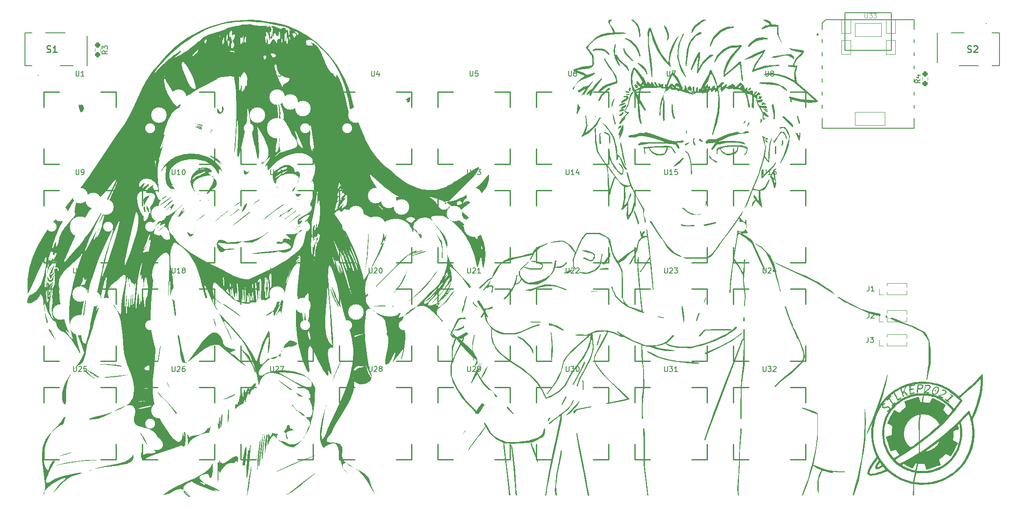
<source format=gto>
%TF.GenerationSoftware,KiCad,Pcbnew,(6.0.8)*%
%TF.CreationDate,2023-01-16T16:58:48+01:00*%
%TF.ProjectId,The Macruwu 2.0,54686520-4d61-4637-9275-777520322e30,rev?*%
%TF.SameCoordinates,Original*%
%TF.FileFunction,Legend,Top*%
%TF.FilePolarity,Positive*%
%FSLAX46Y46*%
G04 Gerber Fmt 4.6, Leading zero omitted, Abs format (unit mm)*
G04 Created by KiCad (PCBNEW (6.0.8)) date 2023-01-16 16:58:48*
%MOMM*%
%LPD*%
G01*
G04 APERTURE LIST*
G04 Aperture macros list*
%AMRoundRect*
0 Rectangle with rounded corners*
0 $1 Rounding radius*
0 $2 $3 $4 $5 $6 $7 $8 $9 X,Y pos of 4 corners*
0 Add a 4 corners polygon primitive as box body*
4,1,4,$2,$3,$4,$5,$6,$7,$8,$9,$2,$3,0*
0 Add four circle primitives for the rounded corners*
1,1,$1+$1,$2,$3*
1,1,$1+$1,$4,$5*
1,1,$1+$1,$6,$7*
1,1,$1+$1,$8,$9*
0 Add four rect primitives between the rounded corners*
20,1,$1+$1,$2,$3,$4,$5,0*
20,1,$1+$1,$4,$5,$6,$7,0*
20,1,$1+$1,$6,$7,$8,$9,0*
20,1,$1+$1,$8,$9,$2,$3,0*%
G04 Aperture macros list end*
%ADD10C,0.000000*%
%ADD11C,0.150000*%
%ADD12C,0.101600*%
%ADD13C,0.254000*%
%ADD14C,0.127000*%
%ADD15C,0.066040*%
%ADD16C,0.120000*%
%ADD17C,0.100000*%
%ADD18C,0.200000*%
%ADD19C,1.900000*%
%ADD20C,3.990000*%
%ADD21C,3.000000*%
%ADD22O,2.748280X1.998980*%
%ADD23O,1.016000X2.032000*%
%ADD24C,1.143000*%
%ADD25RoundRect,0.237500X0.237500X-0.250000X0.237500X0.250000X-0.237500X0.250000X-0.237500X-0.250000X0*%
%ADD26R,1.800000X1.650000*%
%ADD27R,1.000000X1.000000*%
%ADD28O,1.000000X1.000000*%
G04 APERTURE END LIST*
D10*
G36*
X235704199Y-103334629D02*
G01*
X235709363Y-103335064D01*
X235714466Y-103335902D01*
X235719521Y-103337143D01*
X235724543Y-103338786D01*
X235729545Y-103340831D01*
X235734542Y-103343276D01*
X235739547Y-103346123D01*
X235744575Y-103349370D01*
X235749640Y-103353017D01*
X235754755Y-103357064D01*
X235759934Y-103361509D01*
X235770543Y-103371595D01*
X235781579Y-103383272D01*
X235786101Y-103388501D01*
X235790268Y-103393798D01*
X235794077Y-103399164D01*
X235797530Y-103404602D01*
X235800627Y-103410112D01*
X235803366Y-103415694D01*
X235805748Y-103421351D01*
X235807772Y-103427082D01*
X235809439Y-103432890D01*
X235810749Y-103438774D01*
X235811700Y-103444737D01*
X235812294Y-103450779D01*
X235812529Y-103456902D01*
X235812406Y-103463105D01*
X235811924Y-103469391D01*
X235811084Y-103475761D01*
X235809885Y-103482215D01*
X235808326Y-103488755D01*
X235806409Y-103495381D01*
X235804132Y-103502094D01*
X235801496Y-103508897D01*
X235798500Y-103515789D01*
X235795144Y-103522772D01*
X235791428Y-103529847D01*
X235787351Y-103537015D01*
X235782915Y-103544276D01*
X235778118Y-103551633D01*
X235772960Y-103559086D01*
X235761561Y-103574284D01*
X235748718Y-103589878D01*
X235744595Y-103594288D01*
X235739973Y-103598524D01*
X235734885Y-103602580D01*
X235729365Y-103606453D01*
X235723447Y-103610136D01*
X235717167Y-103613626D01*
X235703652Y-103620003D01*
X235689096Y-103625546D01*
X235673770Y-103630214D01*
X235657949Y-103633969D01*
X235641907Y-103636770D01*
X235625917Y-103638579D01*
X235610252Y-103639357D01*
X235595187Y-103639063D01*
X235580996Y-103637658D01*
X235574313Y-103636527D01*
X235567950Y-103635104D01*
X235561943Y-103633383D01*
X235556326Y-103631360D01*
X235551131Y-103629030D01*
X235546395Y-103626387D01*
X235542150Y-103623428D01*
X235538432Y-103620146D01*
X235534330Y-103615581D01*
X235530672Y-103610557D01*
X235527451Y-103605103D01*
X235524661Y-103599248D01*
X235522294Y-103593020D01*
X235520344Y-103586449D01*
X235518804Y-103579564D01*
X235517666Y-103572392D01*
X235516925Y-103564964D01*
X235516573Y-103557307D01*
X235516603Y-103549450D01*
X235517009Y-103541423D01*
X235518920Y-103524971D01*
X235522251Y-103508181D01*
X235526946Y-103491284D01*
X235532952Y-103474510D01*
X235540213Y-103458088D01*
X235548674Y-103442251D01*
X235553337Y-103434623D01*
X235558281Y-103427227D01*
X235563496Y-103420092D01*
X235568978Y-103413247D01*
X235574718Y-103406721D01*
X235580711Y-103400541D01*
X235586949Y-103394738D01*
X235593425Y-103389341D01*
X235609831Y-103376779D01*
X235625094Y-103365858D01*
X235639327Y-103356575D01*
X235652642Y-103348926D01*
X235658990Y-103345713D01*
X235665150Y-103342907D01*
X235671137Y-103340508D01*
X235676965Y-103338515D01*
X235682647Y-103336928D01*
X235688197Y-103335747D01*
X235693630Y-103334970D01*
X235698959Y-103334597D01*
X235704199Y-103334629D01*
G37*
G36*
X232214899Y-102352557D02*
G01*
X232225515Y-102285709D01*
X232226523Y-102285041D01*
X232228240Y-102284331D01*
X232233728Y-102282795D01*
X232241827Y-102281120D01*
X232252390Y-102279321D01*
X232280305Y-102275416D01*
X232316280Y-102271210D01*
X232359118Y-102266835D01*
X232407625Y-102262419D01*
X232460606Y-102258094D01*
X232516866Y-102253988D01*
X232584398Y-102250012D01*
X232648254Y-102247640D01*
X232708549Y-102246896D01*
X232765399Y-102247802D01*
X232818918Y-102250382D01*
X232869221Y-102254659D01*
X232916425Y-102260656D01*
X232960644Y-102268397D01*
X233001994Y-102277905D01*
X233040590Y-102289202D01*
X233076547Y-102302313D01*
X233109980Y-102317261D01*
X233141005Y-102334068D01*
X233169736Y-102352758D01*
X233196290Y-102373355D01*
X233220782Y-102395881D01*
X233235326Y-102410647D01*
X233248268Y-102424361D01*
X233259701Y-102437271D01*
X233269714Y-102449626D01*
X233274218Y-102455673D01*
X233278401Y-102461674D01*
X233282276Y-102467661D01*
X233285853Y-102473664D01*
X233289144Y-102479714D01*
X233292160Y-102485843D01*
X233294913Y-102492082D01*
X233297415Y-102498462D01*
X233299676Y-102505013D01*
X233301709Y-102511767D01*
X233303524Y-102518754D01*
X233305133Y-102526007D01*
X233306548Y-102533556D01*
X233307780Y-102541431D01*
X233309740Y-102558288D01*
X233311105Y-102576825D01*
X233311967Y-102597292D01*
X233312417Y-102619936D01*
X233312547Y-102645006D01*
X233311858Y-102680416D01*
X233309788Y-102714762D01*
X233306334Y-102748046D01*
X233301492Y-102780273D01*
X233295257Y-102811447D01*
X233287625Y-102841569D01*
X233278593Y-102870644D01*
X233268157Y-102898675D01*
X233256313Y-102925666D01*
X233243056Y-102951620D01*
X233228383Y-102976540D01*
X233212290Y-103000429D01*
X233194773Y-103023292D01*
X233175828Y-103045131D01*
X233155451Y-103065950D01*
X233133638Y-103085752D01*
X233110385Y-103104540D01*
X233085688Y-103122319D01*
X233059543Y-103139091D01*
X233031947Y-103154859D01*
X233002894Y-103169628D01*
X232972382Y-103183401D01*
X232940406Y-103196180D01*
X232906963Y-103207970D01*
X232872048Y-103218773D01*
X232835658Y-103228593D01*
X232797788Y-103237434D01*
X232758434Y-103245299D01*
X232717594Y-103252191D01*
X232675262Y-103258113D01*
X232586107Y-103267064D01*
X232543359Y-103270789D01*
X232502214Y-103275259D01*
X232463664Y-103280305D01*
X232428700Y-103285759D01*
X232398313Y-103291450D01*
X232373492Y-103297211D01*
X232363480Y-103300065D01*
X232355231Y-103302873D01*
X232348869Y-103305613D01*
X232344518Y-103308266D01*
X232342851Y-103309895D01*
X232341156Y-103312170D01*
X232337697Y-103318586D01*
X232334166Y-103327368D01*
X232330589Y-103338370D01*
X232326994Y-103351449D01*
X232323405Y-103366460D01*
X232319848Y-103383256D01*
X232316351Y-103401695D01*
X232312939Y-103421629D01*
X232309638Y-103442916D01*
X232306474Y-103465409D01*
X232303473Y-103488964D01*
X232300662Y-103513436D01*
X232298066Y-103538680D01*
X232295712Y-103564552D01*
X232293625Y-103590905D01*
X232284858Y-103706358D01*
X232276670Y-103793625D01*
X232272300Y-103827921D01*
X232267481Y-103856648D01*
X232262016Y-103880300D01*
X232255708Y-103899370D01*
X232248359Y-103914351D01*
X232244232Y-103920462D01*
X232239771Y-103925735D01*
X232234950Y-103930232D01*
X232229746Y-103934015D01*
X232224133Y-103937146D01*
X232218087Y-103939685D01*
X232204596Y-103943237D01*
X232189075Y-103945163D01*
X232151155Y-103946113D01*
X232136693Y-103945992D01*
X232123721Y-103945596D01*
X232112165Y-103944875D01*
X232101948Y-103943778D01*
X232092997Y-103942258D01*
X232088972Y-103941322D01*
X232085236Y-103940262D01*
X232081778Y-103939071D01*
X232078590Y-103937742D01*
X232075662Y-103936270D01*
X232072985Y-103934649D01*
X232070549Y-103932871D01*
X232068345Y-103930931D01*
X232066363Y-103928822D01*
X232064595Y-103926539D01*
X232063031Y-103924075D01*
X232061661Y-103921423D01*
X232060477Y-103918579D01*
X232059468Y-103915535D01*
X232058626Y-103912285D01*
X232057940Y-103908822D01*
X232057004Y-103901237D01*
X232056582Y-103892729D01*
X232056602Y-103883248D01*
X232056601Y-103883248D01*
X232082461Y-103581143D01*
X232137562Y-103040844D01*
X232144213Y-102980181D01*
X232367726Y-102980181D01*
X232368487Y-103002281D01*
X232369557Y-103011980D01*
X232371104Y-103020819D01*
X232373141Y-103028828D01*
X232375678Y-103036037D01*
X232378730Y-103042477D01*
X232382308Y-103048178D01*
X232386424Y-103053169D01*
X232391092Y-103057483D01*
X232396322Y-103061148D01*
X232402129Y-103064195D01*
X232408524Y-103066654D01*
X232415519Y-103068556D01*
X232423128Y-103069930D01*
X232431362Y-103070808D01*
X232449755Y-103071193D01*
X232470799Y-103069955D01*
X232494593Y-103067334D01*
X232732582Y-103037270D01*
X232732583Y-103037270D01*
X232754912Y-103033922D01*
X232776671Y-103029545D01*
X232797835Y-103024174D01*
X232818381Y-103017843D01*
X232838284Y-103010588D01*
X232857520Y-103002443D01*
X232876064Y-102993442D01*
X232893892Y-102983621D01*
X232910980Y-102973014D01*
X232927303Y-102961657D01*
X232942837Y-102949584D01*
X232957558Y-102936829D01*
X232971442Y-102923428D01*
X232984463Y-102909416D01*
X232996598Y-102894827D01*
X233007823Y-102879695D01*
X233018113Y-102864057D01*
X233027444Y-102847946D01*
X233035791Y-102831397D01*
X233043130Y-102814446D01*
X233049437Y-102797127D01*
X233054687Y-102779474D01*
X233058857Y-102761523D01*
X233061921Y-102743308D01*
X233063856Y-102724865D01*
X233064637Y-102706227D01*
X233064240Y-102687430D01*
X233062640Y-102668509D01*
X233059814Y-102649498D01*
X233055736Y-102630432D01*
X233050383Y-102611346D01*
X233043730Y-102592274D01*
X233040462Y-102584655D01*
X233036594Y-102577260D01*
X233032129Y-102570089D01*
X233027072Y-102563144D01*
X233021425Y-102556426D01*
X233015192Y-102549937D01*
X233008378Y-102543676D01*
X233000985Y-102537647D01*
X232993018Y-102531850D01*
X232984480Y-102526285D01*
X232975374Y-102520955D01*
X232965704Y-102515861D01*
X232955475Y-102511003D01*
X232944689Y-102506383D01*
X232933350Y-102502003D01*
X232921463Y-102497862D01*
X232909030Y-102493964D01*
X232896055Y-102490308D01*
X232882541Y-102486896D01*
X232868494Y-102483729D01*
X232853915Y-102480809D01*
X232838810Y-102478136D01*
X232807032Y-102473538D01*
X232773189Y-102469945D01*
X232737310Y-102467367D01*
X232699425Y-102465813D01*
X232659563Y-102465293D01*
X232582354Y-102464432D01*
X232551816Y-102464354D01*
X232525953Y-102465398D01*
X232514609Y-102466549D01*
X232504237Y-102468231D01*
X232494769Y-102470526D01*
X232486141Y-102473517D01*
X232478286Y-102477289D01*
X232471138Y-102481923D01*
X232464631Y-102487504D01*
X232458701Y-102494114D01*
X232453279Y-102501837D01*
X232448302Y-102510755D01*
X232443702Y-102520953D01*
X232439414Y-102532513D01*
X232435373Y-102545518D01*
X232431511Y-102560053D01*
X232424065Y-102594040D01*
X232416548Y-102635140D01*
X232408434Y-102684019D01*
X232388304Y-102807775D01*
X232381268Y-102851317D01*
X232375593Y-102890087D01*
X232371378Y-102924326D01*
X232368723Y-102954277D01*
X232367726Y-102980181D01*
X232144213Y-102980181D01*
X232194411Y-102522362D01*
X232214899Y-102352557D01*
G37*
G36*
X234268209Y-102337506D02*
G01*
X234296394Y-102339178D01*
X234351547Y-102346236D01*
X234404708Y-102358064D01*
X234455434Y-102374444D01*
X234479746Y-102384272D01*
X234503282Y-102395157D01*
X234525987Y-102407070D01*
X234547807Y-102419984D01*
X234568685Y-102433873D01*
X234588567Y-102448707D01*
X234607396Y-102464462D01*
X234625117Y-102481108D01*
X234641675Y-102498619D01*
X234657015Y-102516967D01*
X234671080Y-102536125D01*
X234683817Y-102556066D01*
X234695168Y-102576762D01*
X234705079Y-102598186D01*
X234713494Y-102620310D01*
X234720358Y-102643108D01*
X234725616Y-102666553D01*
X234729212Y-102690615D01*
X234731408Y-102713765D01*
X234732697Y-102736458D01*
X234733042Y-102758745D01*
X234732403Y-102780678D01*
X234730743Y-102802309D01*
X234728024Y-102823690D01*
X234724207Y-102844872D01*
X234719253Y-102865907D01*
X234713126Y-102886846D01*
X234705787Y-102907742D01*
X234697198Y-102928645D01*
X234687320Y-102949608D01*
X234676115Y-102970683D01*
X234663546Y-102991920D01*
X234649573Y-103013373D01*
X234634160Y-103035091D01*
X234617267Y-103057128D01*
X234598856Y-103079535D01*
X234578890Y-103102363D01*
X234557331Y-103125664D01*
X234509277Y-103173892D01*
X234454390Y-103224634D01*
X234392365Y-103278301D01*
X234322896Y-103335309D01*
X234245679Y-103396070D01*
X234160406Y-103460998D01*
X234096728Y-103509251D01*
X234037322Y-103555087D01*
X233983488Y-103597443D01*
X233936526Y-103635260D01*
X233897737Y-103667473D01*
X233868421Y-103693022D01*
X233849878Y-103710846D01*
X233845052Y-103716528D01*
X233843408Y-103719881D01*
X233843849Y-103721011D01*
X233845159Y-103722256D01*
X233847316Y-103723612D01*
X233850298Y-103725073D01*
X233858650Y-103728294D01*
X233870044Y-103731883D01*
X233884305Y-103735804D01*
X233901261Y-103740020D01*
X233942566Y-103749196D01*
X233992574Y-103759120D01*
X234049900Y-103769504D01*
X234113160Y-103780056D01*
X234180968Y-103790489D01*
X234518530Y-103840311D01*
X234500441Y-103914167D01*
X234494236Y-103938240D01*
X234491047Y-103949123D01*
X234487674Y-103959254D01*
X234484020Y-103968645D01*
X234479993Y-103977307D01*
X234475496Y-103985254D01*
X234470435Y-103992496D01*
X234464715Y-103999047D01*
X234458241Y-104004918D01*
X234450917Y-104010121D01*
X234442649Y-104014669D01*
X234433343Y-104018573D01*
X234422902Y-104021847D01*
X234411233Y-104024501D01*
X234398240Y-104026548D01*
X234383828Y-104028000D01*
X234367902Y-104028870D01*
X234350368Y-104029169D01*
X234331130Y-104028910D01*
X234310094Y-104028104D01*
X234287164Y-104026764D01*
X234262246Y-104024902D01*
X234235244Y-104022530D01*
X234174611Y-104016304D01*
X234104506Y-104008184D01*
X234024168Y-103998267D01*
X233932838Y-103986649D01*
X233932835Y-103986649D01*
X233743904Y-103961351D01*
X233586790Y-103938237D01*
X233477875Y-103919863D01*
X233446613Y-103913253D01*
X233437676Y-103910731D01*
X233433544Y-103908785D01*
X233429471Y-103904130D01*
X233426184Y-103899106D01*
X233423679Y-103893719D01*
X233421949Y-103887977D01*
X233420989Y-103881887D01*
X233420794Y-103875454D01*
X233421359Y-103868687D01*
X233422678Y-103861592D01*
X233424745Y-103854176D01*
X233427556Y-103846446D01*
X233431104Y-103838408D01*
X233435386Y-103830070D01*
X233440394Y-103821439D01*
X233446124Y-103812521D01*
X233452570Y-103803323D01*
X233459728Y-103793852D01*
X233467591Y-103784115D01*
X233476154Y-103774120D01*
X233485412Y-103763872D01*
X233495359Y-103753379D01*
X233517301Y-103731684D01*
X233541936Y-103709090D01*
X233569221Y-103685654D01*
X233599113Y-103661428D01*
X233631569Y-103636470D01*
X233666546Y-103610833D01*
X233877339Y-103458481D01*
X234046226Y-103332899D01*
X234178245Y-103229480D01*
X234232004Y-103184641D01*
X234278434Y-103143614D01*
X234318167Y-103105824D01*
X234351831Y-103070695D01*
X234380057Y-103037649D01*
X234403473Y-103006112D01*
X234422711Y-102975507D01*
X234438399Y-102945258D01*
X234451168Y-102914789D01*
X234461647Y-102883525D01*
X234468766Y-102857465D01*
X234474206Y-102832416D01*
X234477971Y-102808385D01*
X234480061Y-102785377D01*
X234480478Y-102763400D01*
X234479225Y-102742460D01*
X234476304Y-102722564D01*
X234471716Y-102703717D01*
X234465464Y-102685927D01*
X234461714Y-102677431D01*
X234457548Y-102669201D01*
X234452968Y-102661238D01*
X234447972Y-102653544D01*
X234442562Y-102646118D01*
X234436737Y-102638963D01*
X234430498Y-102632078D01*
X234423845Y-102625464D01*
X234409299Y-102613055D01*
X234393099Y-102601742D01*
X234375248Y-102591531D01*
X234352240Y-102580692D01*
X234328481Y-102571552D01*
X234304047Y-102564106D01*
X234279014Y-102558348D01*
X234253457Y-102554275D01*
X234227453Y-102551881D01*
X234201078Y-102551160D01*
X234174408Y-102552109D01*
X234147518Y-102554721D01*
X234120486Y-102558991D01*
X234093386Y-102564916D01*
X234066294Y-102572489D01*
X234039288Y-102581705D01*
X234012442Y-102592560D01*
X233985833Y-102605048D01*
X233959537Y-102619165D01*
X233838176Y-102688544D01*
X233785457Y-102625813D01*
X233776260Y-102614813D01*
X233768351Y-102605050D01*
X233764896Y-102600569D01*
X233761783Y-102596322D01*
X233759019Y-102592284D01*
X233756611Y-102588428D01*
X233754564Y-102584731D01*
X233752887Y-102581166D01*
X233751586Y-102577708D01*
X233750667Y-102574333D01*
X233750137Y-102571014D01*
X233750003Y-102567726D01*
X233750272Y-102564445D01*
X233750951Y-102561145D01*
X233752045Y-102557801D01*
X233753563Y-102554387D01*
X233755510Y-102550878D01*
X233757894Y-102547249D01*
X233760721Y-102543475D01*
X233763998Y-102539530D01*
X233767732Y-102535390D01*
X233771929Y-102531028D01*
X233776596Y-102526420D01*
X233781740Y-102521540D01*
X233793485Y-102510864D01*
X233807219Y-102498799D01*
X233822996Y-102485142D01*
X233832976Y-102476973D01*
X233844219Y-102468583D01*
X233856600Y-102460036D01*
X233869995Y-102451393D01*
X233884280Y-102442717D01*
X233899332Y-102434071D01*
X233915026Y-102425517D01*
X233931238Y-102417118D01*
X233947846Y-102408937D01*
X233964723Y-102401036D01*
X233981748Y-102393478D01*
X233998795Y-102386326D01*
X234015740Y-102379641D01*
X234032461Y-102373487D01*
X234048833Y-102367927D01*
X234064731Y-102363022D01*
X234094074Y-102355198D01*
X234123417Y-102348812D01*
X234152706Y-102343838D01*
X234181885Y-102340248D01*
X234210899Y-102338014D01*
X234239692Y-102337109D01*
X234268209Y-102337506D01*
G37*
G36*
X237309874Y-103307656D02*
G01*
X237330873Y-103308954D01*
X237350632Y-103311073D01*
X237369506Y-103314080D01*
X237387852Y-103318041D01*
X237406026Y-103323024D01*
X237424387Y-103329095D01*
X237443289Y-103336320D01*
X237463091Y-103344767D01*
X237484149Y-103354503D01*
X237531458Y-103378107D01*
X237555481Y-103390938D01*
X237578433Y-103404153D01*
X237600313Y-103417746D01*
X237621116Y-103431710D01*
X237640841Y-103446037D01*
X237659485Y-103460721D01*
X237677045Y-103475756D01*
X237693518Y-103491133D01*
X237708901Y-103506845D01*
X237723192Y-103522887D01*
X237736388Y-103539251D01*
X237748486Y-103555929D01*
X237759483Y-103572916D01*
X237769377Y-103590203D01*
X237778165Y-103607785D01*
X237785844Y-103625653D01*
X237792411Y-103643801D01*
X237797864Y-103662222D01*
X237802200Y-103680910D01*
X237805415Y-103699856D01*
X237807508Y-103719054D01*
X237808476Y-103738498D01*
X237808315Y-103758179D01*
X237807023Y-103778092D01*
X237804597Y-103798228D01*
X237801035Y-103818582D01*
X237796334Y-103839146D01*
X237790490Y-103859913D01*
X237783501Y-103880876D01*
X237775365Y-103902029D01*
X237766079Y-103923363D01*
X237755640Y-103944873D01*
X237746701Y-103961554D01*
X237737082Y-103977849D01*
X237726747Y-103993778D01*
X237715657Y-104009364D01*
X237703773Y-104024626D01*
X237691059Y-104039585D01*
X237677477Y-104054262D01*
X237662988Y-104068679D01*
X237647554Y-104082855D01*
X237631139Y-104096811D01*
X237613704Y-104110569D01*
X237595211Y-104124148D01*
X237575623Y-104137571D01*
X237554901Y-104150857D01*
X237533008Y-104164028D01*
X237509906Y-104177104D01*
X237485558Y-104190106D01*
X237459924Y-104203055D01*
X237404652Y-104228876D01*
X237343787Y-104254733D01*
X237277027Y-104280794D01*
X237204069Y-104307224D01*
X237124610Y-104334190D01*
X237038348Y-104361858D01*
X236944980Y-104390394D01*
X236885934Y-104408415D01*
X236829868Y-104426208D01*
X236778079Y-104443313D01*
X236731865Y-104459272D01*
X236692523Y-104473623D01*
X236661349Y-104485909D01*
X236639643Y-104495669D01*
X236632744Y-104499459D01*
X236628699Y-104502444D01*
X236627651Y-104503950D01*
X236627225Y-104505738D01*
X236627409Y-104507800D01*
X236628196Y-104510131D01*
X236629573Y-104512723D01*
X236631531Y-104515570D01*
X236634060Y-104518663D01*
X236637149Y-104521997D01*
X236640789Y-104525565D01*
X236644970Y-104529359D01*
X236654911Y-104537598D01*
X236666892Y-104546660D01*
X236680831Y-104556488D01*
X236696647Y-104567028D01*
X236714259Y-104578224D01*
X236733586Y-104590020D01*
X236754546Y-104602360D01*
X236777059Y-104615189D01*
X236801042Y-104628451D01*
X236826416Y-104642091D01*
X236853098Y-104656053D01*
X236953934Y-104709003D01*
X237044223Y-104758004D01*
X237114101Y-104797600D01*
X237138304Y-104812166D01*
X237153705Y-104822335D01*
X237162447Y-104828793D01*
X237170019Y-104834626D01*
X237173366Y-104837355D01*
X237176419Y-104839982D01*
X237179178Y-104842527D01*
X237181644Y-104845007D01*
X237183814Y-104847441D01*
X237185691Y-104849848D01*
X237187272Y-104852246D01*
X237188557Y-104854652D01*
X237189547Y-104857086D01*
X237190241Y-104859566D01*
X237190638Y-104862110D01*
X237190739Y-104864737D01*
X237190543Y-104867464D01*
X237190049Y-104870311D01*
X237189258Y-104873296D01*
X237188169Y-104876436D01*
X237186781Y-104879751D01*
X237185094Y-104883259D01*
X237183109Y-104886978D01*
X237180824Y-104890926D01*
X237178240Y-104895122D01*
X237175356Y-104899584D01*
X237168686Y-104909381D01*
X237160812Y-104920463D01*
X237151731Y-104932976D01*
X237146155Y-104940420D01*
X237140451Y-104947649D01*
X237134661Y-104954625D01*
X237128826Y-104961313D01*
X237122987Y-104967674D01*
X237117188Y-104973672D01*
X237111468Y-104979269D01*
X237105871Y-104984429D01*
X237100437Y-104989113D01*
X237095208Y-104993285D01*
X237090226Y-104996908D01*
X237085533Y-104999944D01*
X237081170Y-105002357D01*
X237077179Y-105004108D01*
X237073601Y-105005162D01*
X237071981Y-105005416D01*
X237070479Y-105005481D01*
X237065350Y-105004268D01*
X237055885Y-105000827D01*
X237024907Y-104987717D01*
X236979466Y-104967065D01*
X236921480Y-104939785D01*
X236852869Y-104906791D01*
X236775554Y-104868998D01*
X236691452Y-104827318D01*
X236602484Y-104782667D01*
X236602480Y-104782667D01*
X236431615Y-104694614D01*
X236291692Y-104619138D01*
X236237845Y-104588624D01*
X236197149Y-104564264D01*
X236171408Y-104547063D01*
X236164709Y-104541459D01*
X236162426Y-104538022D01*
X236162780Y-104531375D01*
X236163864Y-104524802D01*
X236165714Y-104518287D01*
X236168363Y-104511814D01*
X236171846Y-104505366D01*
X236176198Y-104498928D01*
X236181453Y-104492483D01*
X236187646Y-104486015D01*
X236194811Y-104479508D01*
X236202982Y-104472945D01*
X236212194Y-104466310D01*
X236222482Y-104459587D01*
X236233881Y-104452760D01*
X236246423Y-104445812D01*
X236260145Y-104438728D01*
X236275081Y-104431490D01*
X236291265Y-104424084D01*
X236308731Y-104416491D01*
X236327515Y-104408698D01*
X236347650Y-104400686D01*
X236369171Y-104392440D01*
X236392113Y-104383943D01*
X236442396Y-104366134D01*
X236498777Y-104347129D01*
X236561529Y-104326797D01*
X236630931Y-104305009D01*
X236707257Y-104281634D01*
X236919582Y-104214699D01*
X237011424Y-104183450D01*
X237094300Y-104153338D01*
X237168645Y-104124109D01*
X237234893Y-104095506D01*
X237293480Y-104067274D01*
X237344840Y-104039157D01*
X237389410Y-104010899D01*
X237427625Y-103982244D01*
X237459918Y-103952937D01*
X237486726Y-103922722D01*
X237508484Y-103891344D01*
X237525627Y-103858546D01*
X237538590Y-103824073D01*
X237547808Y-103787669D01*
X237550112Y-103774966D01*
X237551752Y-103762999D01*
X237552683Y-103751651D01*
X237552863Y-103740805D01*
X237552657Y-103735534D01*
X237552247Y-103730345D01*
X237551628Y-103725223D01*
X237550793Y-103720155D01*
X237549738Y-103715124D01*
X237548456Y-103710117D01*
X237546944Y-103705118D01*
X237545194Y-103700115D01*
X237543202Y-103695091D01*
X237540962Y-103690032D01*
X237535718Y-103679752D01*
X237529417Y-103669159D01*
X237522016Y-103658135D01*
X237513472Y-103646564D01*
X237503741Y-103634329D01*
X237492780Y-103621314D01*
X237480544Y-103607402D01*
X237465816Y-103591054D01*
X237452479Y-103576715D01*
X237440100Y-103564254D01*
X237434135Y-103558689D01*
X237428247Y-103553544D01*
X237422382Y-103548804D01*
X237416487Y-103544454D01*
X237410506Y-103540476D01*
X237404387Y-103536854D01*
X237398075Y-103533573D01*
X237391515Y-103530617D01*
X237384655Y-103527968D01*
X237377439Y-103525611D01*
X237369814Y-103523530D01*
X237361725Y-103521709D01*
X237353119Y-103520131D01*
X237343941Y-103518780D01*
X237334138Y-103517640D01*
X237323655Y-103516695D01*
X237312438Y-103515929D01*
X237300433Y-103515325D01*
X237273844Y-103514541D01*
X237243454Y-103514212D01*
X237169543Y-103514407D01*
X237097839Y-103514577D01*
X237042811Y-103513681D01*
X237020789Y-103512630D01*
X237002021Y-103511069D01*
X236986204Y-103508915D01*
X236973033Y-103506089D01*
X236962202Y-103502509D01*
X236953409Y-103498093D01*
X236946347Y-103492760D01*
X236940713Y-103486429D01*
X236936201Y-103479018D01*
X236932508Y-103470447D01*
X236929328Y-103460633D01*
X236926357Y-103449496D01*
X236924247Y-103440448D01*
X236922576Y-103431814D01*
X236921365Y-103423583D01*
X236920632Y-103415744D01*
X236920398Y-103408286D01*
X236920682Y-103401199D01*
X236921503Y-103394471D01*
X236922881Y-103388091D01*
X236924835Y-103382049D01*
X236927386Y-103376334D01*
X236930552Y-103370934D01*
X236934352Y-103365839D01*
X236938808Y-103361038D01*
X236943937Y-103356520D01*
X236949760Y-103352274D01*
X236956295Y-103348289D01*
X236963564Y-103344555D01*
X236971584Y-103341059D01*
X236980376Y-103337792D01*
X236989959Y-103334743D01*
X237000353Y-103331900D01*
X237011577Y-103329253D01*
X237023650Y-103326790D01*
X237036593Y-103324502D01*
X237050424Y-103322376D01*
X237065164Y-103320402D01*
X237097446Y-103316867D01*
X237133594Y-103313809D01*
X237173766Y-103311141D01*
X237235858Y-103308019D01*
X237262722Y-103307255D01*
X237287275Y-103307112D01*
X237309874Y-103307656D01*
G37*
G36*
X238574174Y-104209826D02*
G01*
X238579476Y-104210213D01*
X238585060Y-104210845D01*
X238590943Y-104211723D01*
X238597142Y-104212850D01*
X238603674Y-104214230D01*
X238610557Y-104215866D01*
X238617806Y-104217759D01*
X238633476Y-104222331D01*
X238650820Y-104227970D01*
X238669974Y-104234697D01*
X238691076Y-104242537D01*
X238714262Y-104251510D01*
X238739669Y-104261641D01*
X238889234Y-104321167D01*
X238955030Y-104346828D01*
X239003300Y-104365222D01*
X239012578Y-104368846D01*
X239022054Y-104372874D01*
X239031660Y-104377265D01*
X239041327Y-104381977D01*
X239050986Y-104386966D01*
X239060570Y-104392190D01*
X239070009Y-104397607D01*
X239079234Y-104403174D01*
X239088178Y-104408849D01*
X239096771Y-104414590D01*
X239104945Y-104420353D01*
X239112631Y-104426097D01*
X239119761Y-104431779D01*
X239126265Y-104437357D01*
X239132077Y-104442787D01*
X239137126Y-104448029D01*
X239140874Y-104452377D01*
X239144132Y-104456699D01*
X239146824Y-104461067D01*
X239147936Y-104463292D01*
X239148879Y-104465556D01*
X239149644Y-104467869D01*
X239150223Y-104470240D01*
X239150605Y-104472679D01*
X239150782Y-104475194D01*
X239150745Y-104477795D01*
X239150484Y-104480491D01*
X239149991Y-104483291D01*
X239149256Y-104486205D01*
X239148270Y-104489242D01*
X239147024Y-104492411D01*
X239145509Y-104495722D01*
X239143715Y-104499183D01*
X239141634Y-104502804D01*
X239139256Y-104506595D01*
X239133575Y-104514721D01*
X239126597Y-104523635D01*
X239118250Y-104533412D01*
X239108460Y-104544126D01*
X239097155Y-104555850D01*
X239084261Y-104568659D01*
X239069705Y-104582627D01*
X239053414Y-104597829D01*
X239035315Y-104614337D01*
X239015335Y-104632228D01*
X238993400Y-104651574D01*
X238969437Y-104672450D01*
X238943374Y-104694929D01*
X238884653Y-104744998D01*
X238816651Y-104802372D01*
X238738783Y-104867645D01*
X238650464Y-104941410D01*
X238543669Y-105031378D01*
X238444062Y-105116964D01*
X238353821Y-105196176D01*
X238275125Y-105267023D01*
X238210153Y-105327514D01*
X238161082Y-105375657D01*
X238130091Y-105409460D01*
X238122056Y-105420363D01*
X238119358Y-105426934D01*
X238119555Y-105429206D01*
X238120075Y-105431695D01*
X238120911Y-105434392D01*
X238122053Y-105437289D01*
X238123495Y-105440376D01*
X238125228Y-105443645D01*
X238129533Y-105450692D01*
X238134905Y-105458362D01*
X238141279Y-105466584D01*
X238148590Y-105475287D01*
X238156773Y-105484401D01*
X238165764Y-105493857D01*
X238175497Y-105503585D01*
X238185908Y-105513513D01*
X238196932Y-105523572D01*
X238208505Y-105533692D01*
X238220561Y-105543803D01*
X238233037Y-105553835D01*
X238245866Y-105563716D01*
X238371781Y-105658590D01*
X238309983Y-105724371D01*
X238303525Y-105731073D01*
X238296928Y-105737586D01*
X238290241Y-105743877D01*
X238283512Y-105749913D01*
X238276787Y-105755660D01*
X238270116Y-105761085D01*
X238263545Y-105766152D01*
X238257122Y-105770830D01*
X238250896Y-105775083D01*
X238244913Y-105778879D01*
X238239223Y-105782184D01*
X238233871Y-105784963D01*
X238228907Y-105787183D01*
X238224378Y-105788811D01*
X238220331Y-105789812D01*
X238218504Y-105790067D01*
X238216815Y-105790153D01*
X238214734Y-105789803D01*
X238211743Y-105788762D01*
X238203128Y-105784681D01*
X238191173Y-105778047D01*
X238176080Y-105768997D01*
X238137283Y-105744202D01*
X238088352Y-105711395D01*
X238030899Y-105671675D01*
X237966538Y-105626143D01*
X237896881Y-105575898D01*
X237823541Y-105522040D01*
X237823543Y-105522040D01*
X237560037Y-105325153D01*
X237473723Y-105259399D01*
X237434712Y-105228289D01*
X237433219Y-105226714D01*
X237431923Y-105225023D01*
X237430824Y-105223218D01*
X237429921Y-105221301D01*
X237429213Y-105219275D01*
X237428699Y-105217139D01*
X237428378Y-105214898D01*
X237428249Y-105212553D01*
X237428311Y-105210105D01*
X237428564Y-105207556D01*
X237429006Y-105204909D01*
X237429637Y-105202166D01*
X237430455Y-105199328D01*
X237431460Y-105196397D01*
X237432651Y-105193375D01*
X237434026Y-105190265D01*
X237435586Y-105187067D01*
X237437329Y-105183785D01*
X237439254Y-105180420D01*
X237441360Y-105176973D01*
X237443647Y-105173448D01*
X237446113Y-105169845D01*
X237451580Y-105162415D01*
X237457754Y-105154700D01*
X237464627Y-105146714D01*
X237472194Y-105138474D01*
X237480445Y-105129994D01*
X237553102Y-105057337D01*
X237726269Y-105174933D01*
X237783266Y-105213431D01*
X237806601Y-105228814D01*
X237826944Y-105241745D01*
X237844629Y-105252314D01*
X237859993Y-105260614D01*
X237873372Y-105266738D01*
X237879422Y-105269013D01*
X237885103Y-105270778D01*
X237890455Y-105272045D01*
X237895521Y-105272826D01*
X237900343Y-105273133D01*
X237904962Y-105272976D01*
X237909422Y-105272367D01*
X237913764Y-105271319D01*
X237918030Y-105269841D01*
X237922262Y-105267947D01*
X237930792Y-105262954D01*
X237939690Y-105256431D01*
X237949293Y-105248471D01*
X237959937Y-105239167D01*
X238086587Y-105126230D01*
X238216963Y-105007816D01*
X238463921Y-104778174D01*
X238568014Y-104678756D01*
X238650858Y-104597480D01*
X238706208Y-104540251D01*
X238721622Y-104522500D01*
X238727822Y-104512974D01*
X238728110Y-104511090D01*
X238728065Y-104508996D01*
X238727693Y-104506701D01*
X238727002Y-104504213D01*
X238726000Y-104501540D01*
X238724694Y-104498690D01*
X238723092Y-104495671D01*
X238721202Y-104492491D01*
X238716586Y-104485678D01*
X238710908Y-104478317D01*
X238704228Y-104470470D01*
X238696607Y-104462202D01*
X238688106Y-104453576D01*
X238678786Y-104444656D01*
X238668708Y-104435506D01*
X238657933Y-104426190D01*
X238646521Y-104416771D01*
X238634534Y-104407314D01*
X238622032Y-104397882D01*
X238609077Y-104388539D01*
X238562623Y-104355255D01*
X238543841Y-104341171D01*
X238527895Y-104328552D01*
X238514691Y-104317217D01*
X238504134Y-104306987D01*
X238499817Y-104302229D01*
X238496126Y-104297680D01*
X238493050Y-104293316D01*
X238490575Y-104289116D01*
X238488690Y-104285056D01*
X238487384Y-104281114D01*
X238486643Y-104277268D01*
X238486458Y-104273495D01*
X238486814Y-104269772D01*
X238487701Y-104266077D01*
X238489107Y-104262388D01*
X238491020Y-104258681D01*
X238493427Y-104254934D01*
X238496317Y-104251125D01*
X238503499Y-104243229D01*
X238512470Y-104234813D01*
X238523134Y-104225697D01*
X238526325Y-104223171D01*
X238529576Y-104220853D01*
X238532904Y-104218744D01*
X238536325Y-104216848D01*
X238539859Y-104215168D01*
X238543520Y-104213706D01*
X238547327Y-104212465D01*
X238551296Y-104211449D01*
X238555444Y-104210659D01*
X238559789Y-104210099D01*
X238564348Y-104209772D01*
X238569137Y-104209680D01*
X238574174Y-104209826D01*
G37*
G36*
X222518552Y-119274995D02*
G01*
X222524017Y-119225288D01*
X222531494Y-119175205D01*
X222540979Y-119125082D01*
X222552471Y-119075255D01*
X222565966Y-119026060D01*
X222581461Y-118977834D01*
X222620987Y-118871726D01*
X222668478Y-118758550D01*
X222723788Y-118638543D01*
X222786769Y-118511944D01*
X222857272Y-118378988D01*
X222935149Y-118239912D01*
X223020253Y-118094954D01*
X223112437Y-117944351D01*
X223211551Y-117788339D01*
X223317449Y-117627155D01*
X223549003Y-117290221D01*
X223805917Y-116935445D01*
X224087006Y-116564722D01*
X224291217Y-116301029D01*
X224159952Y-116039868D01*
X224014067Y-115730336D01*
X223879905Y-115406235D01*
X223757656Y-115068943D01*
X223647512Y-114719841D01*
X223549663Y-114360306D01*
X223464300Y-113991717D01*
X223391614Y-113615454D01*
X223331796Y-113232894D01*
X223285037Y-112845418D01*
X223251528Y-112454403D01*
X223231459Y-112061229D01*
X223228157Y-111859211D01*
X223648955Y-111859211D01*
X223649875Y-112150813D01*
X223657037Y-112417819D01*
X223670795Y-112646522D01*
X223699890Y-112939989D01*
X223737767Y-113230632D01*
X223784424Y-113518444D01*
X223839859Y-113803421D01*
X223904070Y-114085558D01*
X223977055Y-114364850D01*
X224058814Y-114641292D01*
X224149344Y-114914879D01*
X224248643Y-115185607D01*
X224356710Y-115453469D01*
X224473543Y-115718462D01*
X224599140Y-115980580D01*
X224733500Y-116239818D01*
X224876621Y-116496171D01*
X225028501Y-116749635D01*
X225189138Y-117000205D01*
X225502840Y-117446049D01*
X225839148Y-117871222D01*
X226196916Y-118275032D01*
X226574995Y-118656790D01*
X226972239Y-119015805D01*
X227387501Y-119351387D01*
X227819634Y-119662846D01*
X228267491Y-119949492D01*
X228729924Y-120210633D01*
X229205788Y-120445582D01*
X229693935Y-120653645D01*
X230193217Y-120834135D01*
X230702488Y-120986360D01*
X231220601Y-121109631D01*
X231746409Y-121203256D01*
X232278765Y-121266546D01*
X232739775Y-121308674D01*
X232866234Y-121314766D01*
X233053738Y-121315992D01*
X233283386Y-121312961D01*
X233536275Y-121306281D01*
X233793504Y-121296559D01*
X234036170Y-121284404D01*
X234245371Y-121270423D01*
X234402206Y-121255224D01*
X234402206Y-121255222D01*
X234719527Y-121210385D01*
X235032460Y-121156041D01*
X235341158Y-121092128D01*
X235645774Y-121018583D01*
X235946463Y-120935344D01*
X236243377Y-120842348D01*
X236536670Y-120739532D01*
X236826496Y-120626834D01*
X237113006Y-120504191D01*
X237396356Y-120371541D01*
X237676698Y-120228821D01*
X237954186Y-120075968D01*
X238228973Y-119912920D01*
X238501212Y-119739614D01*
X238771057Y-119555987D01*
X239038661Y-119361977D01*
X239118788Y-119300146D01*
X239206587Y-119228882D01*
X239400187Y-119062877D01*
X239609443Y-118873613D01*
X239824337Y-118670738D01*
X240034849Y-118463901D01*
X240230962Y-118262752D01*
X240402655Y-118076939D01*
X240476214Y-117992800D01*
X240539911Y-117916113D01*
X240731635Y-117670134D01*
X240915427Y-117418941D01*
X241091213Y-117162697D01*
X241258916Y-116901562D01*
X241418462Y-116635701D01*
X241569774Y-116365275D01*
X241712778Y-116090447D01*
X241847399Y-115811379D01*
X241973560Y-115528234D01*
X242091187Y-115241175D01*
X242200203Y-114950363D01*
X242300535Y-114655962D01*
X242392106Y-114358134D01*
X242474840Y-114057042D01*
X242548664Y-113752847D01*
X242613500Y-113445713D01*
X242650447Y-113243806D01*
X242682824Y-113039630D01*
X242710629Y-112833479D01*
X242733857Y-112625645D01*
X242752505Y-112416420D01*
X242766570Y-112206097D01*
X242776047Y-111994969D01*
X242780934Y-111783329D01*
X242781227Y-111571469D01*
X242776922Y-111359682D01*
X242768016Y-111148261D01*
X242754504Y-110937498D01*
X242736384Y-110727686D01*
X242713652Y-110519118D01*
X242686305Y-110312086D01*
X242654338Y-110106883D01*
X242607096Y-109851416D01*
X242549645Y-109583881D01*
X242483978Y-109311428D01*
X242412089Y-109041210D01*
X242335971Y-108780378D01*
X242257617Y-108536085D01*
X242179019Y-108315480D01*
X242102172Y-108125717D01*
X242042120Y-107988592D01*
X241763558Y-108290989D01*
X241441997Y-108638400D01*
X241060053Y-109049024D01*
X240891710Y-109231044D01*
X240747482Y-109389823D01*
X240642705Y-109508288D01*
X240609902Y-109547066D01*
X240592712Y-109569364D01*
X240585937Y-109580309D01*
X240582948Y-109585735D01*
X240580235Y-109591211D01*
X240577804Y-109596799D01*
X240575663Y-109602560D01*
X240573820Y-109608554D01*
X240572282Y-109614843D01*
X240571056Y-109621489D01*
X240570149Y-109628551D01*
X240569569Y-109636092D01*
X240569323Y-109644172D01*
X240569418Y-109652853D01*
X240569862Y-109662195D01*
X240570661Y-109672260D01*
X240571825Y-109683109D01*
X240573358Y-109694803D01*
X240575270Y-109707403D01*
X240577566Y-109720970D01*
X240580256Y-109735566D01*
X240586841Y-109768086D01*
X240595084Y-109805454D01*
X240605043Y-109848156D01*
X240616778Y-109896684D01*
X240645804Y-110013169D01*
X240691324Y-110203158D01*
X240730118Y-110386100D01*
X240762654Y-110565494D01*
X240789396Y-110744844D01*
X240810811Y-110927650D01*
X240827364Y-111117414D01*
X240839521Y-111317638D01*
X240847747Y-111531823D01*
X240847566Y-111940982D01*
X240823894Y-112351807D01*
X240777346Y-112762831D01*
X240708534Y-113172585D01*
X240618073Y-113579602D01*
X240506577Y-113982416D01*
X240374659Y-114379558D01*
X240222933Y-114769561D01*
X240052012Y-115150958D01*
X239862511Y-115522281D01*
X239655044Y-115882062D01*
X239430223Y-116228836D01*
X239188664Y-116561133D01*
X238930979Y-116877486D01*
X238657782Y-117176429D01*
X238369688Y-117456494D01*
X238147444Y-117653235D01*
X237922189Y-117839616D01*
X237693775Y-118015707D01*
X237462056Y-118181579D01*
X237226886Y-118337305D01*
X236988117Y-118482954D01*
X236745602Y-118618600D01*
X236499196Y-118744312D01*
X236248751Y-118860163D01*
X235994121Y-118966223D01*
X235735159Y-119062565D01*
X235471718Y-119149259D01*
X235203652Y-119226376D01*
X234930813Y-119293989D01*
X234653056Y-119352168D01*
X234370233Y-119400984D01*
X234249402Y-119418702D01*
X234135896Y-119432844D01*
X234022431Y-119443809D01*
X233901724Y-119451995D01*
X233766490Y-119457800D01*
X233609445Y-119461622D01*
X233423305Y-119463860D01*
X233200788Y-119464912D01*
X232857577Y-119463184D01*
X232558283Y-119456505D01*
X232428826Y-119451432D01*
X232314812Y-119445268D01*
X232217730Y-119438062D01*
X232139067Y-119429865D01*
X231806308Y-119381094D01*
X231478307Y-119319192D01*
X231155316Y-119244284D01*
X230837590Y-119156497D01*
X230525381Y-119055954D01*
X230218942Y-118942782D01*
X229918526Y-118817107D01*
X229624385Y-118679052D01*
X229336773Y-118528745D01*
X229055943Y-118366309D01*
X228782148Y-118191871D01*
X228515640Y-118005556D01*
X228331015Y-117864349D01*
X229205467Y-117864349D01*
X229206919Y-117868162D01*
X229211215Y-117873555D01*
X229227788Y-117888736D01*
X229254085Y-117909209D01*
X229289006Y-117934289D01*
X229380317Y-117995537D01*
X229492919Y-118067009D01*
X229618008Y-118143235D01*
X229746779Y-118218744D01*
X229870431Y-118288066D01*
X229927585Y-118318697D01*
X229980159Y-118345730D01*
X230202624Y-118452106D01*
X230428502Y-118550061D01*
X230657729Y-118639585D01*
X230890240Y-118720667D01*
X231125971Y-118793295D01*
X231364859Y-118857460D01*
X231606839Y-118913148D01*
X231851848Y-118960349D01*
X232099821Y-118999053D01*
X232350695Y-119029247D01*
X232604404Y-119050921D01*
X232860887Y-119064063D01*
X233120077Y-119068663D01*
X233381912Y-119064709D01*
X233646327Y-119052190D01*
X233913258Y-119031095D01*
X233913255Y-119031092D01*
X234082742Y-119011856D01*
X234265748Y-118985297D01*
X234457704Y-118952363D01*
X234654038Y-118913998D01*
X234850179Y-118871149D01*
X235041558Y-118824762D01*
X235223603Y-118775781D01*
X235391744Y-118725154D01*
X235844710Y-118563661D01*
X236281677Y-118374874D01*
X236701816Y-118159704D01*
X237104300Y-117919060D01*
X237488301Y-117653855D01*
X237852992Y-117364997D01*
X238197544Y-117053398D01*
X238521129Y-116719967D01*
X238822920Y-116365616D01*
X239102089Y-115991255D01*
X239357808Y-115597795D01*
X239589249Y-115186145D01*
X239795585Y-114757216D01*
X239975986Y-114311920D01*
X240129627Y-113851165D01*
X240255678Y-113375863D01*
X240283351Y-113247952D01*
X240308964Y-113111969D01*
X240353731Y-112820168D01*
X240389409Y-112509223D01*
X240415430Y-112187892D01*
X240431225Y-111864935D01*
X240436226Y-111549114D01*
X240429864Y-111249187D01*
X240422245Y-111107921D01*
X240411572Y-110973914D01*
X240394566Y-110811074D01*
X240373667Y-110638860D01*
X240350300Y-110466382D01*
X240325893Y-110302746D01*
X240301871Y-110157063D01*
X240279659Y-110038439D01*
X240260686Y-109955984D01*
X240252858Y-109931167D01*
X240246375Y-109918807D01*
X240245120Y-109917898D01*
X240243540Y-109917348D01*
X240241645Y-109917148D01*
X240239445Y-109917291D01*
X240236949Y-109917770D01*
X240234167Y-109918578D01*
X240231109Y-109919707D01*
X240227785Y-109921151D01*
X240220377Y-109924953D01*
X240212022Y-109929925D01*
X240202797Y-109936010D01*
X240192782Y-109943151D01*
X240182055Y-109951290D01*
X240170693Y-109960368D01*
X240158776Y-109970329D01*
X240146382Y-109981114D01*
X240133588Y-109992666D01*
X240120474Y-110004928D01*
X240107117Y-110017841D01*
X240093596Y-110031347D01*
X239961942Y-110165012D01*
X240085182Y-110499167D01*
X240146024Y-110662574D01*
X240169661Y-110727629D01*
X240188338Y-110782995D01*
X240201728Y-110829734D01*
X240206338Y-110850198D01*
X240209503Y-110868901D01*
X240211182Y-110885977D01*
X240211335Y-110901558D01*
X240209921Y-110915775D01*
X240206898Y-110928761D01*
X240202226Y-110940649D01*
X240195864Y-110951571D01*
X240187770Y-110961659D01*
X240177905Y-110971045D01*
X240166226Y-110979863D01*
X240152693Y-110988243D01*
X240137265Y-110996319D01*
X240119901Y-111004223D01*
X240079203Y-111020044D01*
X240030269Y-111036765D01*
X239906386Y-111077140D01*
X239621135Y-111173232D01*
X239386518Y-111254429D01*
X239187958Y-111325020D01*
X239171325Y-111875461D01*
X239167032Y-111991736D01*
X239161191Y-112111234D01*
X239145898Y-112346284D01*
X239136965Y-112455030D01*
X239127520Y-112553384D01*
X239117821Y-112637943D01*
X239108129Y-112705304D01*
X239089760Y-112818118D01*
X239074166Y-112918746D01*
X239062993Y-112996219D01*
X239057892Y-113039569D01*
X239057907Y-113043734D01*
X239058524Y-113048016D01*
X239059780Y-113052438D01*
X239061707Y-113057021D01*
X239064341Y-113061788D01*
X239067715Y-113066760D01*
X239071864Y-113071959D01*
X239076823Y-113077408D01*
X239082625Y-113083127D01*
X239089305Y-113089140D01*
X239096898Y-113095468D01*
X239105437Y-113102133D01*
X239114957Y-113109158D01*
X239125493Y-113116563D01*
X239137078Y-113124371D01*
X239149747Y-113132604D01*
X239163535Y-113141283D01*
X239178475Y-113150432D01*
X239211951Y-113170223D01*
X239250450Y-113192152D01*
X239294246Y-113216396D01*
X239343614Y-113243129D01*
X239398829Y-113272527D01*
X239460165Y-113304767D01*
X239527898Y-113340022D01*
X239713805Y-113437364D01*
X239869827Y-113520859D01*
X239979596Y-113581623D01*
X240012020Y-113600705D01*
X240026742Y-113610772D01*
X240028004Y-113612367D01*
X240028992Y-113614350D01*
X240029710Y-113616711D01*
X240030162Y-113619443D01*
X240030350Y-113622538D01*
X240030279Y-113625987D01*
X240029949Y-113629782D01*
X240029367Y-113633916D01*
X240027452Y-113643163D01*
X240024561Y-113653665D01*
X240020718Y-113665355D01*
X240015949Y-113678168D01*
X240010280Y-113692039D01*
X240003736Y-113706901D01*
X239996344Y-113722690D01*
X239988128Y-113739340D01*
X239979114Y-113756785D01*
X239969328Y-113774960D01*
X239958796Y-113793800D01*
X239947543Y-113813239D01*
X239918873Y-113863968D01*
X239877231Y-113940507D01*
X239762935Y-114155956D01*
X239620466Y-114429477D01*
X239465638Y-114730955D01*
X239302734Y-115047619D01*
X239138277Y-115362487D01*
X238991437Y-115639132D01*
X238881385Y-115841127D01*
X238674674Y-116210892D01*
X238168004Y-115957259D01*
X237661331Y-115703626D01*
X237523001Y-115861328D01*
X237506501Y-115879318D01*
X237485734Y-115900581D01*
X237432643Y-115951841D01*
X237366200Y-116012940D01*
X237288878Y-116081709D01*
X237203147Y-116155980D01*
X237111482Y-116233582D01*
X237016353Y-116312348D01*
X236920234Y-116390108D01*
X236736718Y-116538058D01*
X236580373Y-116666580D01*
X236467761Y-116761891D01*
X236433031Y-116792784D01*
X236415446Y-116810205D01*
X236412225Y-116814326D01*
X236409292Y-116818557D01*
X236406662Y-116822956D01*
X236404345Y-116827582D01*
X236402355Y-116832490D01*
X236400704Y-116837741D01*
X236399405Y-116843390D01*
X236398470Y-116849495D01*
X236397911Y-116856115D01*
X236397742Y-116863307D01*
X236397973Y-116871128D01*
X236398619Y-116879636D01*
X236399691Y-116888889D01*
X236401202Y-116898945D01*
X236403164Y-116909861D01*
X236405589Y-116921694D01*
X236408491Y-116934503D01*
X236411882Y-116948345D01*
X236415774Y-116963278D01*
X236420179Y-116979359D01*
X236430581Y-117015198D01*
X236443186Y-117056321D01*
X236458095Y-117103192D01*
X236475408Y-117156271D01*
X236495224Y-117216019D01*
X236517642Y-117282897D01*
X236574330Y-117455309D01*
X236623300Y-117611555D01*
X236659319Y-117734447D01*
X236670836Y-117778013D01*
X236677152Y-117806794D01*
X236680031Y-117824137D01*
X236682332Y-117839423D01*
X236683916Y-117852837D01*
X236684395Y-117858901D01*
X236684641Y-117864566D01*
X236684637Y-117869857D01*
X236684365Y-117874796D01*
X236683808Y-117879407D01*
X236682948Y-117883713D01*
X236681768Y-117887738D01*
X236680249Y-117891504D01*
X236678374Y-117895035D01*
X236676126Y-117898354D01*
X236673487Y-117901485D01*
X236670438Y-117904450D01*
X236666964Y-117907274D01*
X236663045Y-117909979D01*
X236658664Y-117912588D01*
X236653804Y-117915126D01*
X236648447Y-117917614D01*
X236642575Y-117920077D01*
X236629217Y-117925020D01*
X236613589Y-117930140D01*
X236595548Y-117935624D01*
X236574955Y-117941657D01*
X236457038Y-117978211D01*
X236224061Y-118052133D01*
X235547749Y-118269107D01*
X234807949Y-118504404D01*
X234506251Y-118598160D01*
X234304418Y-118658932D01*
X233923253Y-118770028D01*
X233919973Y-118770939D01*
X233916794Y-118771620D01*
X233913711Y-118772065D01*
X233910719Y-118772267D01*
X233907813Y-118772219D01*
X233904989Y-118771913D01*
X233902243Y-118771343D01*
X233899570Y-118770502D01*
X233896964Y-118769381D01*
X233894422Y-118767976D01*
X233891939Y-118766278D01*
X233889510Y-118764279D01*
X233887131Y-118761974D01*
X233884797Y-118759356D01*
X233882503Y-118756416D01*
X233880245Y-118753148D01*
X233878018Y-118749545D01*
X233875818Y-118745599D01*
X233873640Y-118741305D01*
X233871479Y-118736654D01*
X233869330Y-118731639D01*
X233867190Y-118726254D01*
X233865053Y-118720491D01*
X233862915Y-118714344D01*
X233860771Y-118707805D01*
X233858617Y-118700867D01*
X233854259Y-118685766D01*
X233849803Y-118668986D01*
X233845214Y-118650468D01*
X233836062Y-118615224D01*
X233822316Y-118566110D01*
X233783736Y-118435215D01*
X233734862Y-118275669D01*
X233681079Y-118105359D01*
X233549096Y-117693891D01*
X233046648Y-117684042D01*
X232916345Y-117680713D01*
X232795178Y-117675947D01*
X232681546Y-117669606D01*
X232573847Y-117661555D01*
X232470481Y-117651657D01*
X232369847Y-117639776D01*
X232270344Y-117625777D01*
X232170370Y-117609522D01*
X232050260Y-117588929D01*
X231958595Y-117574032D01*
X231891077Y-117564693D01*
X231865030Y-117562064D01*
X231843408Y-117560773D01*
X231825673Y-117560802D01*
X231811288Y-117562135D01*
X231799715Y-117564754D01*
X231790419Y-117568642D01*
X231782860Y-117573781D01*
X231776502Y-117580155D01*
X231770808Y-117587746D01*
X231765240Y-117596537D01*
X231734766Y-117650874D01*
X231674929Y-117760614D01*
X231594377Y-117909813D01*
X231501755Y-118082522D01*
X231408732Y-118254078D01*
X231327089Y-118400135D01*
X231265639Y-118505224D01*
X231245240Y-118537574D01*
X231233194Y-118553881D01*
X231230245Y-118556591D01*
X231227024Y-118558956D01*
X231223492Y-118560963D01*
X231219615Y-118562600D01*
X231215356Y-118563852D01*
X231210678Y-118564706D01*
X231205544Y-118565149D01*
X231199919Y-118565168D01*
X231193766Y-118564749D01*
X231187049Y-118563879D01*
X231179731Y-118562544D01*
X231171775Y-118560732D01*
X231163146Y-118558429D01*
X231153807Y-118555622D01*
X231143721Y-118552297D01*
X231132853Y-118548440D01*
X231121165Y-118544040D01*
X231108621Y-118539081D01*
X231080820Y-118527438D01*
X231049160Y-118513404D01*
X231013348Y-118496873D01*
X230973093Y-118477738D01*
X230928104Y-118455891D01*
X230878090Y-118431228D01*
X230822759Y-118403640D01*
X230640138Y-118310024D01*
X230419420Y-118193584D01*
X230188423Y-118069154D01*
X229974966Y-117951567D01*
X229501232Y-117686793D01*
X229353399Y-117766530D01*
X229323700Y-117782916D01*
X229295990Y-117798916D01*
X229270875Y-117814130D01*
X229248962Y-117828155D01*
X229230858Y-117840590D01*
X229217170Y-117851035D01*
X229212171Y-117855386D01*
X229208504Y-117859089D01*
X229206244Y-117862093D01*
X229205666Y-117863317D01*
X229205467Y-117864349D01*
X228331015Y-117864349D01*
X228256673Y-117807490D01*
X228005499Y-117597797D01*
X227762372Y-117376603D01*
X227527545Y-117144033D01*
X227306691Y-116905874D01*
X227271588Y-116864619D01*
X227948071Y-116864619D01*
X227949233Y-116875380D01*
X227952665Y-116887696D01*
X227958274Y-116901479D01*
X227965972Y-116916642D01*
X227987266Y-116950760D01*
X228015821Y-116989355D01*
X228050912Y-117031728D01*
X228091810Y-117077185D01*
X228137792Y-117125028D01*
X228188129Y-117174561D01*
X228242097Y-117225086D01*
X228298969Y-117275909D01*
X228358019Y-117326331D01*
X228418521Y-117375656D01*
X228479748Y-117423189D01*
X228540974Y-117468231D01*
X228601474Y-117510087D01*
X228660521Y-117548060D01*
X228800209Y-117634162D01*
X229289172Y-117379879D01*
X229526427Y-117254703D01*
X229810961Y-117101850D01*
X230107018Y-116940659D01*
X230378845Y-116790471D01*
X231487368Y-116151767D01*
X232570285Y-115486506D01*
X232907152Y-115266034D01*
X233732736Y-115266034D01*
X233733592Y-115268380D01*
X233736434Y-115270082D01*
X233741192Y-115271156D01*
X233747796Y-115271620D01*
X233766264Y-115270784D01*
X233791276Y-115267709D01*
X233822274Y-115262530D01*
X233858698Y-115255382D01*
X233899987Y-115246401D01*
X233945582Y-115235722D01*
X234047452Y-115209808D01*
X234159829Y-115178722D01*
X234278234Y-115143546D01*
X234398191Y-115105360D01*
X234398189Y-115105360D01*
X234533885Y-115057602D01*
X234667207Y-115004694D01*
X234797914Y-114946814D01*
X234925761Y-114884140D01*
X235050506Y-114816849D01*
X235171906Y-114745120D01*
X235289718Y-114669131D01*
X235403699Y-114589060D01*
X235513606Y-114505085D01*
X235619196Y-114417384D01*
X235720225Y-114326135D01*
X235816452Y-114231517D01*
X235907633Y-114133706D01*
X235993524Y-114032881D01*
X236073884Y-113929221D01*
X236148468Y-113822904D01*
X236200880Y-113740613D01*
X236253757Y-113651349D01*
X236304466Y-113560308D01*
X236350376Y-113472686D01*
X236388855Y-113393680D01*
X236417271Y-113328487D01*
X236426883Y-113302693D01*
X236432992Y-113282302D01*
X236435270Y-113267962D01*
X236434869Y-113263264D01*
X236433387Y-113260322D01*
X236432701Y-113260038D01*
X236431594Y-113260123D01*
X236430077Y-113260569D01*
X236428163Y-113261368D01*
X236423183Y-113263991D01*
X236416746Y-113267923D01*
X236408939Y-113273097D01*
X236399854Y-113279445D01*
X236389580Y-113286899D01*
X236378206Y-113295391D01*
X236352519Y-113315218D01*
X236323510Y-113338386D01*
X236291898Y-113364350D01*
X236258401Y-113392569D01*
X236158139Y-113476683D01*
X236051321Y-113563532D01*
X235936622Y-113654125D01*
X235812715Y-113749469D01*
X235678275Y-113850574D01*
X235531976Y-113958446D01*
X235372492Y-114074094D01*
X235198497Y-114198527D01*
X233938829Y-115097566D01*
X233764648Y-115229015D01*
X233738479Y-115253815D01*
X233732736Y-115266034D01*
X232907152Y-115266034D01*
X233630221Y-114792803D01*
X234669799Y-114068775D01*
X235691644Y-113312537D01*
X236698381Y-112522205D01*
X237692633Y-111695894D01*
X238677025Y-110831720D01*
X239041147Y-110495004D01*
X239464522Y-110089541D01*
X239924869Y-109637840D01*
X240399906Y-109162408D01*
X240867352Y-108685754D01*
X241304926Y-108230385D01*
X241690347Y-107818811D01*
X242001333Y-107473539D01*
X242032385Y-107438460D01*
X242062091Y-107405735D01*
X242089748Y-107376080D01*
X242114653Y-107350210D01*
X242136103Y-107328843D01*
X242153395Y-107312693D01*
X242160263Y-107306799D01*
X242165828Y-107302478D01*
X242170001Y-107299820D01*
X242172696Y-107298914D01*
X242175799Y-107300787D01*
X242180235Y-107306291D01*
X242192822Y-107327500D01*
X242209894Y-107361158D01*
X242230884Y-107405881D01*
X242282358Y-107522990D01*
X242342722Y-107667760D01*
X242407455Y-107829124D01*
X242472033Y-107996015D01*
X242531935Y-108157366D01*
X242582639Y-108302111D01*
X242619930Y-108416815D01*
X242634970Y-108461458D01*
X242648647Y-108496511D01*
X242655218Y-108510178D01*
X242661742Y-108521133D01*
X242668316Y-108529271D01*
X242675037Y-108534486D01*
X242682003Y-108536674D01*
X242689311Y-108535729D01*
X242697060Y-108531548D01*
X242705347Y-108524025D01*
X242714270Y-108513055D01*
X242723926Y-108498533D01*
X242734412Y-108480355D01*
X242745827Y-108458415D01*
X242771833Y-108402831D01*
X242802723Y-108330943D01*
X242839280Y-108241909D01*
X242882284Y-108134893D01*
X242990758Y-107863553D01*
X243246363Y-107204815D01*
X243474842Y-106568266D01*
X243676928Y-105951248D01*
X243853358Y-105351099D01*
X244004867Y-104765161D01*
X244132191Y-104190772D01*
X244236064Y-103625273D01*
X244317223Y-103066004D01*
X244341913Y-102851952D01*
X244364795Y-102619945D01*
X244385219Y-102379773D01*
X244402536Y-102141231D01*
X244416097Y-101914111D01*
X244425252Y-101708206D01*
X244429352Y-101533309D01*
X244427748Y-101399213D01*
X244418697Y-101185301D01*
X244125324Y-101506587D01*
X244001206Y-101637815D01*
X243841094Y-101799766D01*
X243652528Y-101985243D01*
X243443044Y-102187050D01*
X243220183Y-102397989D01*
X242991482Y-102610865D01*
X242764479Y-102818480D01*
X242546713Y-103013638D01*
X242344263Y-103191081D01*
X242040540Y-103453384D01*
X240861768Y-104462620D01*
X240696933Y-104605385D01*
X240561948Y-104725879D01*
X240510002Y-104773810D01*
X240470742Y-104811415D01*
X240445909Y-104837108D01*
X240439447Y-104844993D01*
X240437244Y-104849304D01*
X240437495Y-104850806D01*
X240438240Y-104852844D01*
X240441160Y-104858463D01*
X240445907Y-104866040D01*
X240452383Y-104875452D01*
X240460488Y-104886577D01*
X240470125Y-104899295D01*
X240493601Y-104929017D01*
X240522023Y-104963641D01*
X240554604Y-105002193D01*
X240590558Y-105043697D01*
X240629097Y-105087177D01*
X240724842Y-105194310D01*
X240762800Y-105238094D01*
X240794390Y-105276547D01*
X240819794Y-105310563D01*
X240830232Y-105326186D01*
X240839192Y-105341035D01*
X240846696Y-105355221D01*
X240852767Y-105368856D01*
X240857426Y-105382051D01*
X240860698Y-105394918D01*
X240862604Y-105407570D01*
X240863168Y-105420117D01*
X240862411Y-105432670D01*
X240860357Y-105445343D01*
X240857028Y-105458246D01*
X240852447Y-105471491D01*
X240846636Y-105485190D01*
X240839618Y-105499455D01*
X240822053Y-105530126D01*
X240799933Y-105564398D01*
X240742750Y-105647320D01*
X240460505Y-106046292D01*
X240168959Y-106443370D01*
X239868238Y-106838417D01*
X239558468Y-107231294D01*
X238912283Y-108009992D01*
X238231412Y-108778362D01*
X237516862Y-109535305D01*
X236769639Y-110279718D01*
X235990751Y-111010501D01*
X235181204Y-111726554D01*
X234451092Y-112337723D01*
X233680351Y-112952002D01*
X232871792Y-113567384D01*
X232028230Y-114181865D01*
X231152475Y-114793439D01*
X230247341Y-115400100D01*
X229315641Y-115999843D01*
X228360185Y-116590662D01*
X228277401Y-116641327D01*
X228200171Y-116689548D01*
X228130184Y-116734201D01*
X228069132Y-116774163D01*
X228018704Y-116808309D01*
X227980591Y-116835516D01*
X227956483Y-116854661D01*
X227950209Y-116860858D01*
X227948071Y-116864619D01*
X227271588Y-116864619D01*
X227097371Y-116659871D01*
X226899638Y-116406459D01*
X226713540Y-116146068D01*
X226539129Y-115879131D01*
X226376454Y-115606079D01*
X226225567Y-115327345D01*
X226086519Y-115043361D01*
X225844137Y-114461370D01*
X225649714Y-113863563D01*
X225503654Y-113253395D01*
X225406360Y-112634322D01*
X225358237Y-112009802D01*
X225358697Y-111811223D01*
X225783372Y-111811223D01*
X225785717Y-112254062D01*
X225789100Y-112414827D01*
X225794649Y-112547575D01*
X225802887Y-112661621D01*
X225814333Y-112766282D01*
X225829507Y-112870870D01*
X225848930Y-112984703D01*
X225889573Y-113195936D01*
X225935241Y-113401675D01*
X225986436Y-113603010D01*
X226043660Y-113801034D01*
X226107418Y-113996840D01*
X226178211Y-114191520D01*
X226256544Y-114386165D01*
X226342920Y-114581867D01*
X226437840Y-114779720D01*
X226541809Y-114980814D01*
X226655330Y-115186243D01*
X226778906Y-115397097D01*
X226913039Y-115614470D01*
X227058234Y-115839453D01*
X227214992Y-116073139D01*
X227383817Y-116316619D01*
X227565722Y-116575135D01*
X227694029Y-116501745D01*
X227887238Y-116389086D01*
X228171586Y-116221280D01*
X228171586Y-116221281D01*
X228312597Y-116136753D01*
X228438361Y-116059680D01*
X228535173Y-115998574D01*
X228568437Y-115976667D01*
X228589323Y-115961943D01*
X228657810Y-115909683D01*
X228558370Y-115799614D01*
X228531449Y-115769031D01*
X228504098Y-115736428D01*
X228476415Y-115701953D01*
X228448495Y-115665752D01*
X228392334Y-115588759D01*
X228336386Y-115506620D01*
X228281426Y-115420508D01*
X228228225Y-115331595D01*
X228177556Y-115241053D01*
X228130192Y-115150055D01*
X228054381Y-115000025D01*
X228029952Y-114952803D01*
X228019357Y-114933578D01*
X228018787Y-114933313D01*
X228017704Y-114933228D01*
X228014051Y-114933584D01*
X228008503Y-114934615D01*
X228001166Y-114936288D01*
X227981552Y-114941439D01*
X227956057Y-114948783D01*
X227925531Y-114958069D01*
X227890824Y-114969045D01*
X227852785Y-114981459D01*
X227812263Y-114995059D01*
X227686801Y-115036268D01*
X227551599Y-115078211D01*
X227414564Y-115118718D01*
X227283605Y-115155618D01*
X227166629Y-115186743D01*
X227071545Y-115209923D01*
X227006260Y-115222987D01*
X226987265Y-115225048D01*
X226978684Y-115223767D01*
X226968929Y-115200507D01*
X226946673Y-115139544D01*
X226870370Y-114921079D01*
X226761197Y-114601507D01*
X226630576Y-114213962D01*
X226416386Y-113562091D01*
X226249997Y-113030061D01*
X226188135Y-112820276D01*
X226142313Y-112654000D01*
X226113892Y-112535749D01*
X226104237Y-112470039D01*
X226104440Y-112467135D01*
X226105026Y-112464222D01*
X226105998Y-112461299D01*
X226107361Y-112458364D01*
X226109119Y-112455415D01*
X226111276Y-112452449D01*
X226113835Y-112449465D01*
X226116802Y-112446461D01*
X226120180Y-112443434D01*
X226123974Y-112440383D01*
X226128186Y-112437305D01*
X226132823Y-112434199D01*
X226137886Y-112431062D01*
X226143382Y-112427893D01*
X226149313Y-112424689D01*
X226155684Y-112421449D01*
X226162499Y-112418170D01*
X226169762Y-112414850D01*
X226177477Y-112411488D01*
X226185648Y-112408081D01*
X226203375Y-112401124D01*
X226222976Y-112393965D01*
X226244483Y-112386587D01*
X226267930Y-112378973D01*
X226293349Y-112371107D01*
X226320772Y-112362974D01*
X226858406Y-112205169D01*
X227179716Y-112110297D01*
X227190231Y-111795579D01*
X229584534Y-111795579D01*
X229585079Y-111941897D01*
X229591230Y-112086789D01*
X229602994Y-112229839D01*
X229620376Y-112370631D01*
X229643383Y-112508746D01*
X229672023Y-112643769D01*
X229706300Y-112775282D01*
X229746221Y-112902869D01*
X229772738Y-112976922D01*
X229802052Y-113051737D01*
X229834001Y-113127047D01*
X229868428Y-113202583D01*
X229905173Y-113278077D01*
X229944075Y-113353262D01*
X229984975Y-113427869D01*
X230027713Y-113501629D01*
X230072131Y-113574275D01*
X230118067Y-113645538D01*
X230165363Y-113715151D01*
X230213859Y-113782845D01*
X230263396Y-113848351D01*
X230313813Y-113911402D01*
X230364951Y-113971730D01*
X230416650Y-114029067D01*
X230436161Y-114048916D01*
X230462010Y-114073536D01*
X230528697Y-114133748D01*
X230608660Y-114203023D01*
X230693848Y-114274682D01*
X230776211Y-114342043D01*
X230847698Y-114398429D01*
X230900259Y-114437159D01*
X230916926Y-114447815D01*
X230925843Y-114451553D01*
X230930482Y-114449140D01*
X230941601Y-114442060D01*
X230981919Y-114414854D01*
X231125377Y-114314929D01*
X231334504Y-114167042D01*
X231587587Y-113986452D01*
X232321257Y-113453850D01*
X233006111Y-112942060D01*
X233643314Y-112450130D01*
X234234031Y-111977108D01*
X234779428Y-111522044D01*
X235280670Y-111083983D01*
X235738922Y-110661976D01*
X236155349Y-110255070D01*
X236413703Y-109994256D01*
X236283871Y-109799110D01*
X236169567Y-109635603D01*
X236049161Y-109479394D01*
X235922901Y-109330652D01*
X235791032Y-109189543D01*
X235653799Y-109056234D01*
X235511449Y-108930892D01*
X235364228Y-108813685D01*
X235212381Y-108704779D01*
X235056154Y-108604341D01*
X234895793Y-108512539D01*
X234731544Y-108429539D01*
X234563652Y-108355509D01*
X234392364Y-108290615D01*
X234217925Y-108235025D01*
X234040580Y-108188905D01*
X233860577Y-108152423D01*
X233797046Y-108142633D01*
X233726758Y-108134130D01*
X233569803Y-108120987D01*
X233397492Y-108113005D01*
X233217610Y-108110193D01*
X233037937Y-108112561D01*
X232866257Y-108120119D01*
X232710352Y-108132876D01*
X232640747Y-108141208D01*
X232578004Y-108150842D01*
X232480987Y-108169443D01*
X232382952Y-108191529D01*
X232284235Y-108216957D01*
X232185170Y-108245584D01*
X232086095Y-108277266D01*
X231987343Y-108311860D01*
X231889252Y-108349222D01*
X231792156Y-108389208D01*
X231696391Y-108431676D01*
X231602293Y-108476481D01*
X231510197Y-108523481D01*
X231420439Y-108572532D01*
X231333354Y-108623490D01*
X231249278Y-108676211D01*
X231168547Y-108730554D01*
X231091496Y-108786373D01*
X230983338Y-108871493D01*
X230877508Y-108962223D01*
X230774256Y-109058210D01*
X230673835Y-109159100D01*
X230576497Y-109264541D01*
X230482493Y-109374180D01*
X230392076Y-109487663D01*
X230305496Y-109604638D01*
X230223005Y-109724752D01*
X230144856Y-109847651D01*
X230071300Y-109972983D01*
X230002588Y-110100394D01*
X229938973Y-110229532D01*
X229880706Y-110360043D01*
X229828040Y-110491575D01*
X229781224Y-110623774D01*
X229737151Y-110766481D01*
X229698633Y-110911099D01*
X229665676Y-111057211D01*
X229638287Y-111204399D01*
X229616472Y-111352247D01*
X229600237Y-111500338D01*
X229589589Y-111648254D01*
X229584534Y-111795579D01*
X227190231Y-111795579D01*
X227197781Y-111569601D01*
X227204804Y-111386502D01*
X227213108Y-111223167D01*
X227222992Y-111076651D01*
X227234754Y-110944007D01*
X227248691Y-110822287D01*
X227265101Y-110708546D01*
X227284281Y-110599836D01*
X227306529Y-110493212D01*
X227312599Y-110463809D01*
X227315020Y-110450142D01*
X227317031Y-110437196D01*
X227318632Y-110424995D01*
X227319822Y-110413563D01*
X227320601Y-110402922D01*
X227320968Y-110393098D01*
X227320924Y-110384114D01*
X227320467Y-110375994D01*
X227319598Y-110368761D01*
X227318315Y-110362439D01*
X227316619Y-110357052D01*
X227314510Y-110352624D01*
X227311985Y-110349178D01*
X227309046Y-110346739D01*
X227261027Y-110320645D01*
X227149982Y-110261671D01*
X226804972Y-110080080D01*
X226619596Y-109980925D01*
X226538517Y-109936119D01*
X226467789Y-109895998D01*
X226409370Y-109861691D01*
X226365217Y-109834327D01*
X226337289Y-109815033D01*
X226330022Y-109808766D01*
X226327545Y-109804939D01*
X226340371Y-109763914D01*
X226376781Y-109679385D01*
X226507955Y-109403821D01*
X226916901Y-108594761D01*
X227355956Y-107761948D01*
X227524765Y-107456692D01*
X227626692Y-107289568D01*
X227629990Y-107285146D01*
X227633196Y-107281037D01*
X227636353Y-107277248D01*
X227639504Y-107273789D01*
X227642690Y-107270669D01*
X227645955Y-107267897D01*
X227649340Y-107265484D01*
X227651091Y-107264414D01*
X227652888Y-107263436D01*
X227654737Y-107262553D01*
X227656641Y-107261765D01*
X227658608Y-107261073D01*
X227660642Y-107260479D01*
X227662749Y-107259983D01*
X227664933Y-107259587D01*
X227667200Y-107259292D01*
X227669556Y-107259099D01*
X227672005Y-107259009D01*
X227674553Y-107259023D01*
X227677206Y-107259143D01*
X227679968Y-107259369D01*
X227685841Y-107260146D01*
X227692217Y-107261364D01*
X227699136Y-107263030D01*
X227706641Y-107265156D01*
X227714775Y-107267749D01*
X227723581Y-107270819D01*
X227733099Y-107274375D01*
X227743373Y-107278427D01*
X227754445Y-107282983D01*
X227766358Y-107288053D01*
X227779153Y-107293646D01*
X227792874Y-107299771D01*
X227823259Y-107313653D01*
X227857853Y-107329775D01*
X227896993Y-107348208D01*
X227948776Y-107373205D01*
X228006831Y-107402171D01*
X228133889Y-107467856D01*
X228262426Y-107536965D01*
X228322331Y-107570208D01*
X228376703Y-107601194D01*
X228623731Y-107744281D01*
X229075203Y-107375445D01*
X229267584Y-107215657D01*
X229457653Y-107053244D01*
X229623491Y-106907203D01*
X229690474Y-106846257D01*
X229743180Y-106796528D01*
X229959685Y-106586447D01*
X229818877Y-106153377D01*
X229763743Y-105977654D01*
X229717715Y-105819341D01*
X229699619Y-105752137D01*
X229685603Y-105695795D01*
X229676271Y-105652484D01*
X229672222Y-105624374D01*
X229666376Y-105528437D01*
X230574426Y-105228925D01*
X231135001Y-105047448D01*
X231642558Y-104889730D01*
X232064531Y-104765644D01*
X232233247Y-104719298D01*
X232368355Y-104685062D01*
X232380178Y-104682386D01*
X232390796Y-104680314D01*
X232400294Y-104678901D01*
X232404650Y-104678460D01*
X232408759Y-104678205D01*
X232412632Y-104678144D01*
X232416279Y-104678284D01*
X232419710Y-104678632D01*
X232422938Y-104679195D01*
X232425973Y-104679980D01*
X232428824Y-104680994D01*
X232431504Y-104682246D01*
X232434024Y-104683741D01*
X232436393Y-104685487D01*
X232438623Y-104687491D01*
X232440724Y-104689760D01*
X232442707Y-104692302D01*
X232444584Y-104695124D01*
X232446365Y-104698232D01*
X232448060Y-104701634D01*
X232449681Y-104705338D01*
X232451238Y-104709349D01*
X232452743Y-104713676D01*
X232455636Y-104723306D01*
X232458448Y-104734282D01*
X232461265Y-104746664D01*
X232467689Y-104772113D01*
X232479386Y-104814157D01*
X232515946Y-104939110D01*
X232565632Y-105103694D01*
X232623134Y-105290078D01*
X232767715Y-105753932D01*
X233368426Y-105771596D01*
X233555314Y-105778212D01*
X233723852Y-105786627D01*
X233875977Y-105797046D01*
X234013625Y-105809671D01*
X234138735Y-105824708D01*
X234253242Y-105842360D01*
X234359084Y-105862830D01*
X234458197Y-105886324D01*
X234469840Y-105889074D01*
X234475274Y-105890080D01*
X234480487Y-105890796D01*
X234485507Y-105891188D01*
X234490362Y-105891224D01*
X234495079Y-105890870D01*
X234499687Y-105890094D01*
X234504212Y-105888862D01*
X234508684Y-105887141D01*
X234513129Y-105884899D01*
X234517576Y-105882102D01*
X234522052Y-105878717D01*
X234526586Y-105874711D01*
X234531204Y-105870051D01*
X234535936Y-105864705D01*
X234540808Y-105858638D01*
X234545848Y-105851818D01*
X234551085Y-105844211D01*
X234556546Y-105835786D01*
X234562258Y-105826508D01*
X234568251Y-105816345D01*
X234574551Y-105805263D01*
X234581186Y-105793230D01*
X234595574Y-105766176D01*
X234611637Y-105734921D01*
X234629598Y-105699197D01*
X234649679Y-105658743D01*
X234708785Y-105542997D01*
X234779890Y-105409537D01*
X234854045Y-105274874D01*
X234922307Y-105155520D01*
X234963504Y-105086392D01*
X234998358Y-105030473D01*
X235013673Y-105007146D01*
X235027722Y-104986736D01*
X235040611Y-104969116D01*
X235052446Y-104954156D01*
X235063335Y-104941728D01*
X235073383Y-104931704D01*
X235082698Y-104923956D01*
X235091384Y-104918356D01*
X235099550Y-104914774D01*
X235107302Y-104913084D01*
X235114745Y-104913155D01*
X235121987Y-104914861D01*
X235297690Y-104991639D01*
X235605770Y-105140951D01*
X236432888Y-105560847D01*
X237230996Y-105981887D01*
X237502814Y-106132629D01*
X237586551Y-106182520D01*
X237627750Y-106211410D01*
X237630099Y-106214679D01*
X237631649Y-106219172D01*
X237632401Y-106224885D01*
X237632358Y-106231813D01*
X237631520Y-106239952D01*
X237629890Y-106249301D01*
X237624260Y-106271606D01*
X237615481Y-106298700D01*
X237603566Y-106330550D01*
X237588529Y-106367128D01*
X237570383Y-106408404D01*
X237549143Y-106454346D01*
X237524822Y-106504926D01*
X237497433Y-106560112D01*
X237466990Y-106619875D01*
X237433507Y-106684185D01*
X237396997Y-106753012D01*
X237314951Y-106904094D01*
X237257996Y-107009518D01*
X237211355Y-107099522D01*
X237193406Y-107135757D01*
X237179841Y-107164557D01*
X237171260Y-107184728D01*
X237169027Y-107191204D01*
X237168266Y-107195076D01*
X237168670Y-107196758D01*
X237169868Y-107199269D01*
X237174566Y-107206690D01*
X237182202Y-107217156D01*
X237192619Y-107230488D01*
X237221162Y-107265022D01*
X237258927Y-107308845D01*
X237304650Y-107360509D01*
X237357063Y-107418567D01*
X237414901Y-107481569D01*
X237476899Y-107548069D01*
X237576883Y-107655542D01*
X237666286Y-107753910D01*
X237746120Y-107844391D01*
X237817400Y-107928199D01*
X237881137Y-108006552D01*
X237938344Y-108080666D01*
X237990035Y-108151757D01*
X238037222Y-108221042D01*
X238081946Y-108288999D01*
X238223957Y-108170101D01*
X238271243Y-108128270D01*
X238322827Y-108078645D01*
X238377696Y-108022506D01*
X238434836Y-107961130D01*
X238493232Y-107895797D01*
X238551870Y-107827786D01*
X238665818Y-107688841D01*
X238768566Y-107554528D01*
X238813204Y-107492305D01*
X238852001Y-107435076D01*
X238883942Y-107384119D01*
X238908012Y-107340715D01*
X238923198Y-107306140D01*
X238927142Y-107292564D01*
X238928485Y-107281675D01*
X238925888Y-107274106D01*
X238918281Y-107261781D01*
X238889124Y-107223964D01*
X238843196Y-107170434D01*
X238782681Y-107103402D01*
X238626616Y-106937677D01*
X238438391Y-106744474D01*
X238235466Y-106541479D01*
X238035301Y-106346378D01*
X237855357Y-106176857D01*
X237778425Y-106107215D01*
X237713095Y-106050601D01*
X237499036Y-105876874D01*
X237282983Y-105713512D01*
X237064645Y-105560392D01*
X236843728Y-105417392D01*
X236619941Y-105284389D01*
X236392992Y-105161262D01*
X236162588Y-105047887D01*
X235928438Y-104944142D01*
X235690250Y-104849904D01*
X235447731Y-104765052D01*
X235200589Y-104689463D01*
X234948532Y-104623014D01*
X234691269Y-104565583D01*
X234428506Y-104517047D01*
X234159952Y-104477284D01*
X233885315Y-104446172D01*
X233700439Y-104433748D01*
X233474969Y-104427134D01*
X233222932Y-104425992D01*
X232958358Y-104429981D01*
X232695273Y-104438763D01*
X232447708Y-104451998D01*
X232229689Y-104469346D01*
X232055245Y-104490467D01*
X231748129Y-104543521D01*
X231447116Y-104606695D01*
X231152241Y-104679972D01*
X230863540Y-104763335D01*
X230581049Y-104856766D01*
X230304802Y-104960248D01*
X230034836Y-105073764D01*
X229771186Y-105197294D01*
X229513887Y-105330823D01*
X229262976Y-105474332D01*
X229018487Y-105627805D01*
X228780456Y-105791223D01*
X228548919Y-105964568D01*
X228323911Y-106147824D01*
X228105468Y-106340973D01*
X227893626Y-106543997D01*
X227687922Y-106757592D01*
X227492176Y-106978142D01*
X227306431Y-107205563D01*
X227130726Y-107439773D01*
X226965103Y-107680688D01*
X226809602Y-107928225D01*
X226664266Y-108182301D01*
X226529134Y-108442832D01*
X226404249Y-108709736D01*
X226289650Y-108982929D01*
X226185379Y-109262328D01*
X226091477Y-109547850D01*
X226007984Y-109839412D01*
X225934943Y-110136930D01*
X225872394Y-110440321D01*
X225820378Y-110749503D01*
X225811565Y-110821084D01*
X225803948Y-110910161D01*
X225797526Y-111016719D01*
X225792301Y-111140744D01*
X225788272Y-111282221D01*
X225785441Y-111441136D01*
X225783807Y-111617475D01*
X225783372Y-111811223D01*
X225358697Y-111811223D01*
X225359688Y-111383289D01*
X225411119Y-110758241D01*
X225512933Y-110138113D01*
X225582860Y-109830975D01*
X225665535Y-109526362D01*
X225761007Y-109224708D01*
X225869328Y-108926444D01*
X225990547Y-108632002D01*
X226124716Y-108341814D01*
X226271885Y-108056313D01*
X226432105Y-107775930D01*
X226524616Y-107621358D01*
X226568600Y-107546849D01*
X226568947Y-107546001D01*
X226569019Y-107545260D01*
X226568823Y-107544625D01*
X226568365Y-107544095D01*
X226567650Y-107543668D01*
X226566686Y-107543342D01*
X226565477Y-107543118D01*
X226564031Y-107542994D01*
X226562353Y-107542967D01*
X226560449Y-107543038D01*
X226555987Y-107543465D01*
X226550696Y-107544266D01*
X226544623Y-107545429D01*
X226537817Y-107546944D01*
X226530327Y-107548802D01*
X226522202Y-107550993D01*
X226513489Y-107553506D01*
X226504238Y-107556331D01*
X226494497Y-107559458D01*
X226484315Y-107562877D01*
X226473741Y-107566578D01*
X226447047Y-107575854D01*
X226422682Y-107583759D01*
X226400530Y-107590280D01*
X226380477Y-107595405D01*
X226362405Y-107599120D01*
X226346199Y-107601415D01*
X226331744Y-107602275D01*
X226318924Y-107601688D01*
X226313091Y-107600848D01*
X226307623Y-107599641D01*
X226302506Y-107598067D01*
X226297726Y-107596123D01*
X226293267Y-107593807D01*
X226289116Y-107591119D01*
X226285258Y-107588057D01*
X226281679Y-107584618D01*
X226278363Y-107580802D01*
X226275298Y-107576607D01*
X226269857Y-107567074D01*
X226265242Y-107556005D01*
X226261336Y-107543388D01*
X226256373Y-107524224D01*
X226252355Y-107507041D01*
X226249348Y-107491708D01*
X226247417Y-107478090D01*
X226246876Y-107471883D01*
X226246629Y-107466055D01*
X226246684Y-107460589D01*
X226247049Y-107455468D01*
X226247733Y-107450677D01*
X226248743Y-107446197D01*
X226250089Y-107442014D01*
X226251778Y-107438109D01*
X226253818Y-107434466D01*
X226256218Y-107431069D01*
X226258986Y-107427901D01*
X226262130Y-107424945D01*
X226265658Y-107422184D01*
X226269579Y-107419603D01*
X226273901Y-107417184D01*
X226278633Y-107414910D01*
X226283781Y-107412766D01*
X226289355Y-107410733D01*
X226301813Y-107406939D01*
X226316072Y-107403393D01*
X226332198Y-107399963D01*
X226349863Y-107395948D01*
X226367385Y-107391013D01*
X226384738Y-107385191D01*
X226401894Y-107378515D01*
X226418825Y-107371017D01*
X226435504Y-107362729D01*
X226451903Y-107353685D01*
X226467996Y-107343916D01*
X226483754Y-107333454D01*
X226499150Y-107322333D01*
X226514156Y-107310584D01*
X226528746Y-107298241D01*
X226556566Y-107271898D01*
X226582390Y-107243565D01*
X226605998Y-107213500D01*
X226627170Y-107181963D01*
X226636774Y-107165724D01*
X226645687Y-107149214D01*
X226653882Y-107132465D01*
X226661330Y-107115510D01*
X226668005Y-107098382D01*
X226673879Y-107081113D01*
X226678924Y-107063736D01*
X226683114Y-107046282D01*
X226686420Y-107028784D01*
X226688816Y-107011274D01*
X226690274Y-106993786D01*
X226690766Y-106976351D01*
X226690360Y-106966893D01*
X226689166Y-106957251D01*
X226687215Y-106947458D01*
X226684541Y-106937545D01*
X226681176Y-106927544D01*
X226677152Y-106917486D01*
X226672502Y-106907404D01*
X226667260Y-106897330D01*
X226661457Y-106887294D01*
X226655127Y-106877330D01*
X226641013Y-106857741D01*
X226625180Y-106838817D01*
X226607890Y-106820813D01*
X226589403Y-106803983D01*
X226569981Y-106788581D01*
X226549885Y-106774863D01*
X226539666Y-106768714D01*
X226529376Y-106763081D01*
X226519049Y-106757996D01*
X226508716Y-106753491D01*
X226498411Y-106749597D01*
X226488166Y-106746347D01*
X226478013Y-106743772D01*
X226467987Y-106741903D01*
X226458118Y-106740773D01*
X226448440Y-106740414D01*
X226439162Y-106741022D01*
X226427726Y-106742744D01*
X226414296Y-106745523D01*
X226399032Y-106749303D01*
X226382098Y-106754026D01*
X226363656Y-106759634D01*
X226322895Y-106773280D01*
X226278047Y-106789784D01*
X226230411Y-106808689D01*
X226181284Y-106829538D01*
X226131966Y-106851873D01*
X226070139Y-106879675D01*
X226011789Y-106903499D01*
X225956695Y-106923332D01*
X225904632Y-106939162D01*
X225855377Y-106950975D01*
X225808709Y-106958760D01*
X225764404Y-106962503D01*
X225722239Y-106962193D01*
X225701889Y-106960513D01*
X225681991Y-106957815D01*
X225662517Y-106954097D01*
X225643438Y-106949358D01*
X225624727Y-106943596D01*
X225606356Y-106936809D01*
X225588298Y-106928995D01*
X225570523Y-106920154D01*
X225535716Y-106899383D01*
X225501712Y-106874481D01*
X225468288Y-106845436D01*
X225435221Y-106812235D01*
X225426987Y-106802769D01*
X225419154Y-106792452D01*
X225411725Y-106781329D01*
X225404705Y-106769444D01*
X225391905Y-106743563D01*
X225380786Y-106715162D01*
X225371379Y-106684593D01*
X225363716Y-106652209D01*
X225357829Y-106618363D01*
X225353749Y-106583407D01*
X225351507Y-106547695D01*
X225351136Y-106511579D01*
X225352666Y-106475411D01*
X225356130Y-106439544D01*
X225361558Y-106404332D01*
X225368983Y-106370126D01*
X225378436Y-106337279D01*
X225389948Y-106306144D01*
X225409105Y-106254972D01*
X225412906Y-106239636D01*
X225413096Y-106230747D01*
X225409858Y-106228014D01*
X225403374Y-106231148D01*
X225381395Y-106253854D01*
X225348613Y-106296544D01*
X225306482Y-106356898D01*
X225199993Y-106521313D01*
X225073565Y-106728531D01*
X224938834Y-106959987D01*
X224807437Y-107197112D01*
X224746625Y-107311999D01*
X224691011Y-107421341D01*
X224515032Y-107792959D01*
X224433385Y-107979014D01*
X224355880Y-108165505D01*
X224282454Y-108352637D01*
X224213043Y-108540616D01*
X224147583Y-108729647D01*
X224086009Y-108919933D01*
X224028258Y-109111679D01*
X223974266Y-109305092D01*
X223923969Y-109500374D01*
X223877303Y-109697732D01*
X223794608Y-110099493D01*
X223725668Y-110512013D01*
X223700659Y-110720988D01*
X223680130Y-110973903D01*
X223664435Y-111257050D01*
X223653926Y-111556721D01*
X223648955Y-111859211D01*
X223228157Y-111859211D01*
X223225021Y-111667274D01*
X223232405Y-111273918D01*
X223253802Y-110882539D01*
X223289403Y-110494515D01*
X223339398Y-110111227D01*
X223391191Y-109800667D01*
X223452422Y-109494889D01*
X223523199Y-109193654D01*
X223603628Y-108896722D01*
X223693815Y-108603855D01*
X223793868Y-108314815D01*
X223903893Y-108029361D01*
X224023996Y-107747255D01*
X224154285Y-107468259D01*
X224294866Y-107192132D01*
X224445845Y-106918637D01*
X224607329Y-106647534D01*
X224779425Y-106378584D01*
X224904914Y-106195283D01*
X225426030Y-106195283D01*
X225509648Y-106107046D01*
X225528885Y-106087772D01*
X225549705Y-106068816D01*
X225571909Y-106050284D01*
X225595302Y-106032283D01*
X225619685Y-106014920D01*
X225644861Y-105998303D01*
X225670633Y-105982539D01*
X225696804Y-105967734D01*
X225723176Y-105953996D01*
X225749553Y-105941433D01*
X225775737Y-105930150D01*
X225801531Y-105920256D01*
X225826738Y-105911858D01*
X225851160Y-105905062D01*
X225874600Y-105899976D01*
X225896862Y-105896706D01*
X225910274Y-105895369D01*
X225922160Y-105894491D01*
X225932627Y-105894183D01*
X225937360Y-105894277D01*
X225941777Y-105894556D01*
X225945891Y-105895033D01*
X225949716Y-105895722D01*
X225953263Y-105896637D01*
X225956547Y-105897792D01*
X225959580Y-105899201D01*
X225962376Y-105900877D01*
X225964947Y-105902836D01*
X225967307Y-105905090D01*
X225969469Y-105907653D01*
X225971445Y-105910540D01*
X225973248Y-105913765D01*
X225974893Y-105917340D01*
X225976392Y-105921281D01*
X225977757Y-105925601D01*
X225979003Y-105930314D01*
X225980141Y-105935434D01*
X225982150Y-105946951D01*
X225983887Y-105960263D01*
X225985458Y-105975481D01*
X225986967Y-105992717D01*
X225988048Y-106007248D01*
X225988763Y-106020486D01*
X225989095Y-106032478D01*
X225989029Y-106043276D01*
X225988546Y-106052926D01*
X225987630Y-106061480D01*
X225986264Y-106068986D01*
X225984431Y-106075493D01*
X225982114Y-106081051D01*
X225980769Y-106083489D01*
X225979297Y-106085708D01*
X225977695Y-106087714D01*
X225975962Y-106089513D01*
X225974095Y-106091112D01*
X225972092Y-106092517D01*
X225969951Y-106093733D01*
X225967671Y-106094767D01*
X225962681Y-106096314D01*
X225957107Y-106097206D01*
X225950930Y-106097492D01*
X225945796Y-106097788D01*
X225939668Y-106098656D01*
X225932627Y-106100066D01*
X225924753Y-106101990D01*
X225916125Y-106104399D01*
X225906826Y-106107262D01*
X225896933Y-106110552D01*
X225886529Y-106114238D01*
X225864504Y-106122683D01*
X225841393Y-106132365D01*
X225817836Y-106143048D01*
X225806092Y-106148692D01*
X225794477Y-106154499D01*
X225775088Y-106164991D01*
X225756499Y-106176249D01*
X225738724Y-106188227D01*
X225721778Y-106200881D01*
X225705676Y-106214163D01*
X225690430Y-106228029D01*
X225676057Y-106242433D01*
X225662569Y-106257328D01*
X225649982Y-106272670D01*
X225638309Y-106288413D01*
X225627564Y-106304510D01*
X225617763Y-106320916D01*
X225608919Y-106337586D01*
X225601046Y-106354474D01*
X225594160Y-106371534D01*
X225588273Y-106388720D01*
X225583401Y-106405987D01*
X225579557Y-106423289D01*
X225576757Y-106440580D01*
X225575013Y-106457815D01*
X225574341Y-106474947D01*
X225574755Y-106491932D01*
X225576269Y-106508723D01*
X225578897Y-106525275D01*
X225582653Y-106541542D01*
X225587552Y-106557478D01*
X225593609Y-106573038D01*
X225600837Y-106588176D01*
X225609250Y-106602846D01*
X225618863Y-106617002D01*
X225629691Y-106630600D01*
X225641746Y-106643592D01*
X225649030Y-106650578D01*
X225656694Y-106657368D01*
X225664674Y-106663927D01*
X225672904Y-106670220D01*
X225681321Y-106676212D01*
X225689860Y-106681867D01*
X225698456Y-106687150D01*
X225707044Y-106692026D01*
X225715561Y-106696461D01*
X225723941Y-106700418D01*
X225732119Y-106703863D01*
X225740032Y-106706760D01*
X225747615Y-106709075D01*
X225754802Y-106710772D01*
X225761530Y-106711816D01*
X225767734Y-106712172D01*
X225774939Y-106711592D01*
X225784605Y-106709891D01*
X225796568Y-106707125D01*
X225810664Y-106703353D01*
X225844605Y-106693018D01*
X225885117Y-106679342D01*
X225930894Y-106662786D01*
X225980626Y-106643806D01*
X226033005Y-106622862D01*
X226086723Y-106600412D01*
X226139395Y-106578296D01*
X226187883Y-106558821D01*
X226232547Y-106541948D01*
X226273747Y-106527637D01*
X226311843Y-106515850D01*
X226347196Y-106506546D01*
X226380164Y-106499689D01*
X226411109Y-106495237D01*
X226440390Y-106493153D01*
X226468367Y-106493396D01*
X226495401Y-106495929D01*
X226521851Y-106500711D01*
X226548077Y-106507705D01*
X226574440Y-106516870D01*
X226601299Y-106528168D01*
X226629015Y-106541559D01*
X226644741Y-106549916D01*
X226660142Y-106558762D01*
X226689922Y-106577850D01*
X226718262Y-106598687D01*
X226745073Y-106621136D01*
X226770262Y-106645064D01*
X226793739Y-106670332D01*
X226815413Y-106696806D01*
X226835192Y-106724350D01*
X226852985Y-106752827D01*
X226868702Y-106782103D01*
X226882251Y-106812040D01*
X226888184Y-106827214D01*
X226893540Y-106842503D01*
X226898310Y-106857890D01*
X226902480Y-106873357D01*
X226906040Y-106888888D01*
X226908978Y-106904465D01*
X226911283Y-106920072D01*
X226912944Y-106935692D01*
X226913948Y-106951307D01*
X226914286Y-106966901D01*
X226914495Y-106984715D01*
X226915093Y-107000875D01*
X226916040Y-107015059D01*
X226917292Y-107026948D01*
X226918020Y-107031931D01*
X226918808Y-107036219D01*
X226919652Y-107039773D01*
X226920545Y-107042553D01*
X226921484Y-107044517D01*
X226922463Y-107045628D01*
X226922965Y-107045850D01*
X226923476Y-107045843D01*
X226923993Y-107045602D01*
X226924518Y-107045123D01*
X226995610Y-106958931D01*
X227152164Y-106768052D01*
X227152164Y-106768053D01*
X227233616Y-106667742D01*
X227294671Y-106590833D01*
X227315706Y-106563519D01*
X227329429Y-106544892D01*
X227335102Y-106535898D01*
X227335177Y-106535266D01*
X227334690Y-106535309D01*
X227331989Y-106537484D01*
X227329160Y-106540024D01*
X227326373Y-106542353D01*
X227323619Y-106544467D01*
X227320888Y-106546364D01*
X227318172Y-106548040D01*
X227315462Y-106549492D01*
X227312748Y-106550717D01*
X227310022Y-106551713D01*
X227307275Y-106552476D01*
X227304498Y-106553003D01*
X227301682Y-106553291D01*
X227298817Y-106553337D01*
X227295896Y-106553138D01*
X227292908Y-106552692D01*
X227289845Y-106551994D01*
X227286699Y-106551042D01*
X227283460Y-106549833D01*
X227280118Y-106548364D01*
X227276666Y-106546632D01*
X227273094Y-106544633D01*
X227269393Y-106542366D01*
X227265555Y-106539826D01*
X227261569Y-106537011D01*
X227257429Y-106533917D01*
X227253123Y-106530542D01*
X227248644Y-106526883D01*
X227239129Y-106518699D01*
X227228811Y-106509342D01*
X227217620Y-106498786D01*
X227140842Y-106425227D01*
X227251084Y-106294487D01*
X227273229Y-106267527D01*
X227293889Y-106241028D01*
X227312610Y-106215667D01*
X227328942Y-106192119D01*
X227342432Y-106171061D01*
X227347969Y-106161678D01*
X227352627Y-106153170D01*
X227356348Y-106145624D01*
X227359076Y-106139122D01*
X227360754Y-106133750D01*
X227361326Y-106129593D01*
X227360985Y-106127378D01*
X227359973Y-106124271D01*
X227356004Y-106115482D01*
X227349553Y-106103427D01*
X227340753Y-106088303D01*
X227316642Y-106049653D01*
X227284739Y-106001129D01*
X227246115Y-105944328D01*
X227201838Y-105880847D01*
X227152978Y-105812282D01*
X227100605Y-105740231D01*
X226993196Y-105592941D01*
X226893479Y-105454484D01*
X226812577Y-105340413D01*
X226761613Y-105266278D01*
X226753482Y-105254182D01*
X226745270Y-105242425D01*
X226737033Y-105231068D01*
X226728827Y-105220172D01*
X226720707Y-105209797D01*
X226712729Y-105200006D01*
X226704949Y-105190858D01*
X226697422Y-105182414D01*
X226690204Y-105174736D01*
X226683351Y-105167884D01*
X226676918Y-105161920D01*
X226670961Y-105156903D01*
X226665535Y-105152895D01*
X226660697Y-105149957D01*
X226656503Y-105148149D01*
X226654664Y-105147688D01*
X226653006Y-105147533D01*
X226651266Y-105147716D01*
X226649180Y-105148260D01*
X226646760Y-105149156D01*
X226644016Y-105150394D01*
X226637602Y-105153863D01*
X226630028Y-105158595D01*
X226621381Y-105164517D01*
X226611749Y-105171559D01*
X226601221Y-105179648D01*
X226589886Y-105188713D01*
X226577831Y-105198681D01*
X226565145Y-105209481D01*
X226551916Y-105221040D01*
X226538233Y-105233288D01*
X226524184Y-105246151D01*
X226509857Y-105259559D01*
X226495340Y-105273439D01*
X226480723Y-105287720D01*
X226338774Y-105427906D01*
X226280376Y-105348918D01*
X226221977Y-105269931D01*
X226625155Y-104857010D01*
X226765162Y-104714614D01*
X226822980Y-104657042D01*
X226873472Y-104608092D01*
X226917237Y-104567417D01*
X226954873Y-104534670D01*
X226986978Y-104509505D01*
X227014151Y-104491574D01*
X227026075Y-104485214D01*
X227036991Y-104480532D01*
X227046972Y-104477485D01*
X227056095Y-104476031D01*
X227064434Y-104476125D01*
X227072063Y-104477725D01*
X227079058Y-104480787D01*
X227085493Y-104485267D01*
X227091443Y-104491123D01*
X227096983Y-104498311D01*
X227107132Y-104516509D01*
X227116538Y-104539515D01*
X227125800Y-104566983D01*
X227127001Y-104571180D01*
X227127933Y-104575385D01*
X227128588Y-104579608D01*
X227128955Y-104583865D01*
X227129025Y-104588168D01*
X227128790Y-104592531D01*
X227128241Y-104596966D01*
X227127367Y-104601488D01*
X227126161Y-104606109D01*
X227124612Y-104610842D01*
X227122712Y-104615701D01*
X227120452Y-104620699D01*
X227117822Y-104625850D01*
X227114813Y-104631166D01*
X227111417Y-104636662D01*
X227107623Y-104642349D01*
X227103423Y-104648242D01*
X227098807Y-104654353D01*
X227093767Y-104660696D01*
X227088293Y-104667285D01*
X227076008Y-104681251D01*
X227061878Y-104696356D01*
X227045830Y-104712708D01*
X227027791Y-104730412D01*
X227007687Y-104749574D01*
X226985446Y-104770301D01*
X226826993Y-104916596D01*
X226905962Y-105039049D01*
X227066582Y-105283487D01*
X227251668Y-105559099D01*
X227411406Y-105792369D01*
X227466202Y-105870152D01*
X227495979Y-105909781D01*
X227503300Y-105917961D01*
X227506757Y-105921568D01*
X227510114Y-105924836D01*
X227513398Y-105927753D01*
X227516634Y-105930306D01*
X227519851Y-105932484D01*
X227523074Y-105934274D01*
X227526330Y-105935664D01*
X227527979Y-105936205D01*
X227529647Y-105936642D01*
X227531336Y-105936972D01*
X227533050Y-105937194D01*
X227534792Y-105937308D01*
X227536566Y-105937310D01*
X227538375Y-105937200D01*
X227540222Y-105936977D01*
X227542111Y-105936638D01*
X227544045Y-105936182D01*
X227548062Y-105934913D01*
X227552298Y-105933159D01*
X227556782Y-105930906D01*
X227561539Y-105928143D01*
X227566595Y-105924856D01*
X227571979Y-105921035D01*
X227577717Y-105916667D01*
X227583834Y-105911738D01*
X227590359Y-105906238D01*
X227597317Y-105900154D01*
X227604735Y-105893474D01*
X227612641Y-105886184D01*
X227630019Y-105869731D01*
X227649666Y-105850696D01*
X227671795Y-105828981D01*
X227804365Y-105698403D01*
X227861596Y-105792513D01*
X227918827Y-105886622D01*
X227828978Y-105985072D01*
X227627063Y-106207185D01*
X227617314Y-106218292D01*
X227613775Y-106222627D01*
X227611109Y-106226164D01*
X227609302Y-106228913D01*
X227608341Y-106230885D01*
X227608213Y-106232090D01*
X227608456Y-106232408D01*
X227608903Y-106232538D01*
X227610399Y-106232241D01*
X227612687Y-106231208D01*
X227615754Y-106229450D01*
X227619586Y-106226977D01*
X227629493Y-106219931D01*
X227642301Y-106210153D01*
X227657902Y-106197726D01*
X227676188Y-106182735D01*
X227697054Y-106165264D01*
X227720391Y-106145396D01*
X227746092Y-106123215D01*
X227774050Y-106098805D01*
X227836307Y-106043634D01*
X228069100Y-105841680D01*
X228303150Y-105650951D01*
X228538742Y-105471310D01*
X228776162Y-105302617D01*
X229015696Y-105144733D01*
X229257628Y-104997519D01*
X229502245Y-104860837D01*
X229749833Y-104734548D01*
X230000676Y-104618512D01*
X230255062Y-104512592D01*
X230513274Y-104416648D01*
X230775599Y-104330540D01*
X231042322Y-104254132D01*
X231313730Y-104187283D01*
X231590107Y-104129854D01*
X231871739Y-104081707D01*
X232091496Y-104054320D01*
X232347630Y-104032865D01*
X232628510Y-104017564D01*
X232922507Y-104008639D01*
X233217991Y-104006312D01*
X233503334Y-104010805D01*
X233766905Y-104022339D01*
X233997076Y-104041138D01*
X234138138Y-104057796D01*
X234287844Y-104078227D01*
X234442176Y-104101732D01*
X234597117Y-104127609D01*
X234748649Y-104155158D01*
X234892755Y-104183679D01*
X235025416Y-104212471D01*
X235142615Y-104240834D01*
X235226436Y-104262474D01*
X235136509Y-104186368D01*
X235123889Y-104175222D01*
X235111747Y-104163553D01*
X235100086Y-104151372D01*
X235088908Y-104138690D01*
X235078217Y-104125515D01*
X235068015Y-104111859D01*
X235058304Y-104097731D01*
X235049088Y-104083142D01*
X235040369Y-104068102D01*
X235032151Y-104052621D01*
X235017225Y-104020378D01*
X235004333Y-103986494D01*
X234993496Y-103951049D01*
X234984736Y-103914127D01*
X234978338Y-103877316D01*
X235184865Y-103877316D01*
X235185664Y-103896031D01*
X235187465Y-103912570D01*
X235190371Y-103927344D01*
X235194484Y-103940768D01*
X235199907Y-103953254D01*
X235206744Y-103965216D01*
X235215097Y-103977066D01*
X235225069Y-103989217D01*
X235236762Y-104002084D01*
X235265726Y-104031613D01*
X235280222Y-104045925D01*
X235293539Y-104058584D01*
X235305916Y-104069673D01*
X235317591Y-104079271D01*
X235323239Y-104083537D01*
X235328801Y-104087460D01*
X235334307Y-104091051D01*
X235339786Y-104094321D01*
X235345268Y-104097278D01*
X235350782Y-104099934D01*
X235356359Y-104102298D01*
X235362029Y-104104380D01*
X235367820Y-104106191D01*
X235373764Y-104107741D01*
X235379889Y-104109039D01*
X235386225Y-104110097D01*
X235392802Y-104110923D01*
X235399650Y-104111529D01*
X235406799Y-104111923D01*
X235414278Y-104112117D01*
X235430347Y-104111944D01*
X235448094Y-104111089D01*
X235467758Y-104109634D01*
X235489577Y-104107659D01*
X235504483Y-104105958D01*
X235519666Y-104103706D01*
X235535043Y-104100932D01*
X235550530Y-104097664D01*
X235566046Y-104093931D01*
X235581507Y-104089761D01*
X235596830Y-104085182D01*
X235611933Y-104080224D01*
X235626733Y-104074914D01*
X235641146Y-104069281D01*
X235655091Y-104063353D01*
X235668483Y-104057160D01*
X235681241Y-104050728D01*
X235693282Y-104044088D01*
X235704522Y-104037266D01*
X235714879Y-104030292D01*
X235714880Y-104030292D01*
X235742981Y-104008629D01*
X235771667Y-103983361D01*
X235800716Y-103954821D01*
X235829905Y-103923342D01*
X235859011Y-103889258D01*
X235887812Y-103852902D01*
X235916086Y-103814609D01*
X235943610Y-103774712D01*
X235970161Y-103733544D01*
X235995517Y-103691439D01*
X236019456Y-103648731D01*
X236041754Y-103605753D01*
X236062190Y-103562838D01*
X236080540Y-103520322D01*
X236096583Y-103478536D01*
X236110096Y-103437815D01*
X236122452Y-103394973D01*
X236132810Y-103354317D01*
X236141165Y-103315778D01*
X236147509Y-103279284D01*
X236151835Y-103244767D01*
X236154137Y-103212155D01*
X236154406Y-103181378D01*
X236152637Y-103152367D01*
X236148822Y-103125050D01*
X236142954Y-103099359D01*
X236135026Y-103075222D01*
X236125032Y-103052569D01*
X236112965Y-103031330D01*
X236098817Y-103011435D01*
X236082581Y-102992814D01*
X236064251Y-102975397D01*
X236049259Y-102962892D01*
X236034146Y-102951327D01*
X236018910Y-102940701D01*
X236003552Y-102931013D01*
X235988070Y-102922265D01*
X235972466Y-102914456D01*
X235956738Y-102907586D01*
X235940886Y-102901656D01*
X235924909Y-102896665D01*
X235908808Y-102892613D01*
X235892581Y-102889500D01*
X235876228Y-102887327D01*
X235859750Y-102886094D01*
X235843145Y-102885800D01*
X235826413Y-102886446D01*
X235809554Y-102888032D01*
X235792567Y-102890557D01*
X235775452Y-102894022D01*
X235758209Y-102898427D01*
X235740837Y-102903771D01*
X235723336Y-102910056D01*
X235705705Y-102917280D01*
X235687944Y-102925445D01*
X235670052Y-102934549D01*
X235652030Y-102944594D01*
X235633877Y-102955579D01*
X235615592Y-102967504D01*
X235597175Y-102980369D01*
X235559943Y-103008921D01*
X235522179Y-103041234D01*
X235487098Y-103074428D01*
X235453797Y-103109306D01*
X235422307Y-103145800D01*
X235392661Y-103183843D01*
X235364889Y-103223367D01*
X235339025Y-103264305D01*
X235315099Y-103306589D01*
X235293145Y-103350153D01*
X235273194Y-103394928D01*
X235255277Y-103440847D01*
X235239428Y-103487844D01*
X235225677Y-103535850D01*
X235214057Y-103584798D01*
X235204600Y-103634621D01*
X235197338Y-103685252D01*
X235192302Y-103736622D01*
X235187453Y-103803975D01*
X235185862Y-103831701D01*
X235184966Y-103856010D01*
X235184865Y-103877316D01*
X234978338Y-103877316D01*
X234978076Y-103875809D01*
X234973538Y-103836175D01*
X234971144Y-103795307D01*
X234970916Y-103753288D01*
X234972875Y-103710198D01*
X234977045Y-103666119D01*
X234983446Y-103621133D01*
X235002754Y-103525178D01*
X235028100Y-103432794D01*
X235059145Y-103344345D01*
X235095549Y-103260192D01*
X235136975Y-103180701D01*
X235183084Y-103106232D01*
X235233535Y-103037149D01*
X235287992Y-102973814D01*
X235346114Y-102916592D01*
X235407563Y-102865844D01*
X235439429Y-102843011D01*
X235472000Y-102821933D01*
X235505233Y-102802655D01*
X235539086Y-102785222D01*
X235573516Y-102769681D01*
X235608482Y-102756075D01*
X235643941Y-102744451D01*
X235679850Y-102734853D01*
X235716168Y-102727328D01*
X235752851Y-102721921D01*
X235789858Y-102718676D01*
X235827145Y-102717640D01*
X235869465Y-102718790D01*
X235910342Y-102722017D01*
X235949747Y-102727271D01*
X235987651Y-102734501D01*
X236024023Y-102743658D01*
X236058833Y-102754691D01*
X236092052Y-102767551D01*
X236123649Y-102782187D01*
X236153594Y-102798550D01*
X236181858Y-102816589D01*
X236208410Y-102836255D01*
X236233221Y-102857497D01*
X236256260Y-102880266D01*
X236277498Y-102904511D01*
X236296904Y-102930182D01*
X236314450Y-102957230D01*
X236330103Y-102985605D01*
X236343836Y-103015255D01*
X236355618Y-103046132D01*
X236365418Y-103078186D01*
X236373207Y-103111365D01*
X236378955Y-103145621D01*
X236382632Y-103180904D01*
X236384209Y-103217162D01*
X236383654Y-103254347D01*
X236380938Y-103292408D01*
X236376031Y-103331295D01*
X236368904Y-103370958D01*
X236359525Y-103411348D01*
X236347866Y-103452414D01*
X236333896Y-103494106D01*
X236317586Y-103536374D01*
X236285131Y-103610031D01*
X236249462Y-103681169D01*
X236210795Y-103749577D01*
X236169347Y-103815046D01*
X236125333Y-103877366D01*
X236078970Y-103936328D01*
X236030475Y-103991723D01*
X235980064Y-104043341D01*
X235927954Y-104090972D01*
X235874361Y-104134407D01*
X235819500Y-104173436D01*
X235763590Y-104207851D01*
X235706846Y-104237440D01*
X235649485Y-104261995D01*
X235591722Y-104281307D01*
X235533775Y-104295165D01*
X235422015Y-104316493D01*
X235505836Y-104344155D01*
X235608606Y-104379880D01*
X235727998Y-104424389D01*
X235858201Y-104475282D01*
X235993402Y-104530158D01*
X236127789Y-104586618D01*
X236255551Y-104642259D01*
X236370874Y-104694683D01*
X236467947Y-104741489D01*
X236614930Y-104817439D01*
X236760559Y-104897026D01*
X236905172Y-104980506D01*
X237049107Y-105068134D01*
X237192702Y-105160165D01*
X237336295Y-105256854D01*
X237480226Y-105358456D01*
X237624831Y-105465227D01*
X237770450Y-105577421D01*
X237917420Y-105695295D01*
X238066080Y-105819103D01*
X238216768Y-105949099D01*
X238369822Y-106085541D01*
X238525581Y-106228682D01*
X238846564Y-106536084D01*
X239006123Y-106691245D01*
X239139675Y-106818308D01*
X239192328Y-106867206D01*
X239233235Y-106904162D01*
X239260647Y-106927538D01*
X239268746Y-106933621D01*
X239272816Y-106935694D01*
X239275552Y-106934579D01*
X239279838Y-106931245D01*
X239293010Y-106917978D01*
X239312242Y-106896015D01*
X239337443Y-106865475D01*
X239405387Y-106779150D01*
X239496114Y-106659967D01*
X239608899Y-106508893D01*
X239743014Y-106326892D01*
X239897733Y-106114931D01*
X240072328Y-105873973D01*
X240385147Y-105440903D01*
X240011358Y-105077476D01*
X239678537Y-104762825D01*
X239347802Y-104468344D01*
X239018323Y-104193605D01*
X238689271Y-103938182D01*
X238359817Y-103701647D01*
X238029131Y-103483574D01*
X237696383Y-103283533D01*
X237360746Y-103101100D01*
X237021388Y-102935845D01*
X236677481Y-102787343D01*
X236328195Y-102655166D01*
X235972701Y-102538886D01*
X235610169Y-102438076D01*
X235239771Y-102352310D01*
X234860676Y-102281160D01*
X234472055Y-102224198D01*
X234246583Y-102201927D01*
X233979485Y-102185996D01*
X233683955Y-102176409D01*
X233373186Y-102173169D01*
X233060373Y-102176277D01*
X232758708Y-102185738D01*
X232481387Y-102201554D01*
X232241602Y-102223727D01*
X232078275Y-102244441D01*
X231899906Y-102269796D01*
X231533306Y-102328394D01*
X231362706Y-102358620D01*
X231212327Y-102387452D01*
X231090985Y-102413383D01*
X231007495Y-102434903D01*
X230982625Y-102442809D01*
X230964523Y-102449255D01*
X230957958Y-102451937D01*
X230953023Y-102454261D01*
X230949697Y-102456229D01*
X230947959Y-102457846D01*
X230947680Y-102458522D01*
X230947789Y-102459111D01*
X230949166Y-102460029D01*
X230952069Y-102460602D01*
X230956477Y-102460831D01*
X230969726Y-102460271D01*
X230988748Y-102458368D01*
X231013375Y-102455142D01*
X231043444Y-102450612D01*
X231078786Y-102444798D01*
X231119237Y-102437720D01*
X231164630Y-102429396D01*
X231214800Y-102419846D01*
X231328805Y-102397147D01*
X231393784Y-102384377D01*
X231455245Y-102373241D01*
X231511781Y-102363928D01*
X231561988Y-102356625D01*
X231604461Y-102351521D01*
X231637794Y-102348804D01*
X231660582Y-102348663D01*
X231667582Y-102349616D01*
X231671419Y-102351284D01*
X231672489Y-102352407D01*
X231673501Y-102353737D01*
X231674454Y-102355268D01*
X231675349Y-102356994D01*
X231676185Y-102358907D01*
X231676962Y-102361001D01*
X231678338Y-102365704D01*
X231679475Y-102371048D01*
X231680371Y-102376981D01*
X231681022Y-102383447D01*
X231681428Y-102390392D01*
X231681587Y-102397764D01*
X231681495Y-102405506D01*
X231681151Y-102413567D01*
X231680553Y-102421890D01*
X231679699Y-102430423D01*
X231678586Y-102439111D01*
X231677212Y-102447901D01*
X231675576Y-102456737D01*
X231658427Y-102542478D01*
X230839855Y-102702784D01*
X230831560Y-102909626D01*
X230830381Y-102951664D01*
X230830224Y-102991825D01*
X230831025Y-103029162D01*
X230832721Y-103062728D01*
X230835247Y-103091578D01*
X230838538Y-103114765D01*
X230840451Y-103123939D01*
X230842531Y-103131343D01*
X230844770Y-103136857D01*
X230847161Y-103140365D01*
X230848736Y-103141525D01*
X230850968Y-103142527D01*
X230853838Y-103143373D01*
X230857330Y-103144063D01*
X230866105Y-103144988D01*
X230877151Y-103145318D01*
X230890324Y-103145069D01*
X230905483Y-103144255D01*
X230922484Y-103142894D01*
X230941184Y-103141001D01*
X230961441Y-103138591D01*
X230983113Y-103135680D01*
X231006057Y-103132285D01*
X231030129Y-103128420D01*
X231081091Y-103119346D01*
X231107694Y-103114169D01*
X231134857Y-103108585D01*
X231253659Y-103083760D01*
X231343091Y-103066512D01*
X231378097Y-103060867D01*
X231407325Y-103057282D01*
X231431294Y-103055811D01*
X231450528Y-103056510D01*
X231458532Y-103057691D01*
X231465547Y-103059434D01*
X231471639Y-103061748D01*
X231476872Y-103064638D01*
X231481313Y-103068113D01*
X231485025Y-103072178D01*
X231488075Y-103076841D01*
X231490527Y-103082108D01*
X231493898Y-103094483D01*
X231495661Y-103109360D01*
X231496446Y-103146835D01*
X231496446Y-103166197D01*
X231496107Y-103183156D01*
X231495651Y-103190817D01*
X231494920Y-103197976D01*
X231493850Y-103204668D01*
X231492377Y-103210925D01*
X231490439Y-103216781D01*
X231487971Y-103222269D01*
X231484909Y-103227422D01*
X231481191Y-103232274D01*
X231476753Y-103236857D01*
X231471531Y-103241206D01*
X231465461Y-103245352D01*
X231458481Y-103249331D01*
X231450526Y-103253174D01*
X231441533Y-103256916D01*
X231431439Y-103260589D01*
X231420180Y-103264227D01*
X231407692Y-103267862D01*
X231393911Y-103271530D01*
X231378776Y-103275261D01*
X231362221Y-103279091D01*
X231324598Y-103287177D01*
X231280537Y-103296054D01*
X231171061Y-103317246D01*
X231119027Y-103327564D01*
X231069126Y-103338029D01*
X231022548Y-103348352D01*
X230980482Y-103358243D01*
X230944117Y-103367414D01*
X230914642Y-103375575D01*
X230893246Y-103382439D01*
X230885950Y-103385293D01*
X230881119Y-103387714D01*
X230878772Y-103389375D01*
X230876555Y-103391383D01*
X230874465Y-103393753D01*
X230872504Y-103396498D01*
X230870669Y-103399630D01*
X230868961Y-103403161D01*
X230867379Y-103407106D01*
X230865922Y-103411476D01*
X230864589Y-103416285D01*
X230863380Y-103421545D01*
X230862295Y-103427270D01*
X230861332Y-103433472D01*
X230859771Y-103447359D01*
X230858694Y-103463310D01*
X230858094Y-103481426D01*
X230857967Y-103501812D01*
X230858307Y-103524571D01*
X230859110Y-103549804D01*
X230860371Y-103577615D01*
X230862084Y-103608107D01*
X230864244Y-103641384D01*
X230866847Y-103677547D01*
X230872986Y-103754111D01*
X230878949Y-103815056D01*
X230881996Y-103840192D01*
X230885156Y-103862050D01*
X230888483Y-103880836D01*
X230892028Y-103896760D01*
X230895845Y-103910029D01*
X230899986Y-103920854D01*
X230904503Y-103929441D01*
X230909449Y-103935999D01*
X230914877Y-103940737D01*
X230920839Y-103943863D01*
X230927388Y-103945586D01*
X230934577Y-103946114D01*
X230945313Y-103945360D01*
X230962380Y-103943169D01*
X231013429Y-103934882D01*
X231083565Y-103922079D01*
X231168630Y-103905583D01*
X231366916Y-103864811D01*
X231471822Y-103842182D01*
X231575025Y-103819158D01*
X231585591Y-103816867D01*
X231594918Y-103815158D01*
X231599136Y-103814554D01*
X231603069Y-103814135D01*
X231606723Y-103813912D01*
X231610107Y-103813899D01*
X231613229Y-103814110D01*
X231616097Y-103814556D01*
X231618718Y-103815251D01*
X231621101Y-103816208D01*
X231623253Y-103817440D01*
X231625183Y-103818959D01*
X231626898Y-103820779D01*
X231628407Y-103822912D01*
X231629717Y-103825371D01*
X231630836Y-103828170D01*
X231631772Y-103831321D01*
X231632533Y-103834837D01*
X231633127Y-103838732D01*
X231633562Y-103843017D01*
X231633846Y-103847706D01*
X231633986Y-103852812D01*
X231633869Y-103864327D01*
X231633275Y-103877664D01*
X231632266Y-103892927D01*
X231630906Y-103910219D01*
X231622174Y-104015964D01*
X231180969Y-104124246D01*
X231008237Y-104164868D01*
X230931644Y-104181591D01*
X230864078Y-104195428D01*
X230807422Y-104206009D01*
X230763560Y-104212964D01*
X230734376Y-104215923D01*
X230725876Y-104215787D01*
X230721752Y-104214514D01*
X230719567Y-104208442D01*
X230716757Y-104194227D01*
X230709437Y-104143077D01*
X230700142Y-104064488D01*
X230689223Y-103961884D01*
X230663913Y-103698326D01*
X230636311Y-103379792D01*
X230586246Y-102800418D01*
X230569115Y-102622168D01*
X230560564Y-102554322D01*
X230559832Y-102553969D01*
X230558506Y-102553809D01*
X230554130Y-102554054D01*
X230547559Y-102555024D01*
X230538919Y-102556686D01*
X230515922Y-102561955D01*
X230486132Y-102569597D01*
X230450540Y-102579348D01*
X230410136Y-102590946D01*
X230365912Y-102604125D01*
X230318860Y-102618623D01*
X230085475Y-102691685D01*
X229878414Y-103120927D01*
X229671352Y-103550169D01*
X229749497Y-103643366D01*
X229770677Y-103667994D01*
X229801034Y-103702385D01*
X229883593Y-103794185D01*
X229985794Y-103906214D01*
X230096259Y-104025918D01*
X230201141Y-104139785D01*
X230288141Y-104235918D01*
X230348203Y-104304192D01*
X230365301Y-104324718D01*
X230372269Y-104334483D01*
X230372511Y-104335517D01*
X230372479Y-104336636D01*
X230372179Y-104337837D01*
X230371618Y-104339115D01*
X230370801Y-104340467D01*
X230369734Y-104341889D01*
X230368425Y-104343378D01*
X230366878Y-104344930D01*
X230365102Y-104346541D01*
X230363101Y-104348208D01*
X230360881Y-104349927D01*
X230358450Y-104351694D01*
X230352978Y-104355359D01*
X230346732Y-104359173D01*
X230339765Y-104363107D01*
X230332124Y-104367133D01*
X230323861Y-104371220D01*
X230315025Y-104375340D01*
X230305666Y-104379462D01*
X230295834Y-104383559D01*
X230285579Y-104387601D01*
X230274951Y-104391557D01*
X230170241Y-104429421D01*
X229883109Y-104126574D01*
X229821094Y-104062122D01*
X229764156Y-104004856D01*
X229713057Y-103955451D01*
X229668558Y-103914583D01*
X229631417Y-103882928D01*
X229615845Y-103870766D01*
X229602398Y-103861161D01*
X229591171Y-103854197D01*
X229582259Y-103849959D01*
X229575758Y-103848530D01*
X229573441Y-103848896D01*
X229571762Y-103849996D01*
X229568985Y-103853518D01*
X229565677Y-103858600D01*
X229561881Y-103865145D01*
X229557640Y-103873057D01*
X229547996Y-103892593D01*
X229537089Y-103916429D01*
X229525265Y-103943791D01*
X229512867Y-103973902D01*
X229500241Y-104005985D01*
X229487731Y-104039264D01*
X229427916Y-104202263D01*
X229486087Y-104402484D01*
X229557844Y-104650147D01*
X229558617Y-104653175D01*
X229559197Y-104656187D01*
X229559584Y-104659183D01*
X229559776Y-104662164D01*
X229559773Y-104665132D01*
X229559574Y-104668087D01*
X229559179Y-104671029D01*
X229558587Y-104673960D01*
X229557798Y-104676881D01*
X229556810Y-104679791D01*
X229555623Y-104682693D01*
X229554237Y-104685587D01*
X229552651Y-104688473D01*
X229550863Y-104691353D01*
X229548874Y-104694227D01*
X229546683Y-104697096D01*
X229544289Y-104699962D01*
X229541691Y-104702824D01*
X229538890Y-104705683D01*
X229535883Y-104708541D01*
X229532671Y-104711399D01*
X229529253Y-104714256D01*
X229525628Y-104717114D01*
X229521796Y-104719974D01*
X229513506Y-104725702D01*
X229504379Y-104731447D01*
X229494409Y-104737215D01*
X229483591Y-104743012D01*
X229465803Y-104751952D01*
X229448931Y-104759935D01*
X229433364Y-104766812D01*
X229419492Y-104772435D01*
X229407703Y-104776653D01*
X229402711Y-104778189D01*
X229398387Y-104779318D01*
X229394777Y-104780021D01*
X229391932Y-104780280D01*
X229389899Y-104780076D01*
X229389203Y-104779794D01*
X229388728Y-104779390D01*
X229382524Y-104761465D01*
X229367469Y-104713604D01*
X229314778Y-104541170D01*
X229146850Y-103981129D01*
X229053645Y-103674683D01*
X228973484Y-103423718D01*
X228940964Y-103327133D01*
X228914909Y-103254131D01*
X228896386Y-103207948D01*
X228890283Y-103195925D01*
X228886463Y-103191822D01*
X228862948Y-103198542D01*
X228820264Y-103217661D01*
X228688806Y-103286285D01*
X228514926Y-103384086D01*
X228321455Y-103497453D01*
X228131230Y-103612777D01*
X227967084Y-103716447D01*
X227851851Y-103794855D01*
X227819713Y-103820333D01*
X227811262Y-103828896D01*
X227808366Y-103834391D01*
X227808924Y-103838101D01*
X227810562Y-103844070D01*
X227813224Y-103852166D01*
X227816855Y-103862259D01*
X227826804Y-103887906D01*
X227839968Y-103919957D01*
X227855906Y-103957360D01*
X227874177Y-103999060D01*
X227894338Y-104044006D01*
X227915950Y-104091144D01*
X228044025Y-104372941D01*
X228200874Y-104724445D01*
X228237242Y-104805311D01*
X228272608Y-104881304D01*
X228306095Y-104950721D01*
X228336826Y-105011859D01*
X228363925Y-105063016D01*
X228386515Y-105102489D01*
X228403719Y-105128575D01*
X228410027Y-105136066D01*
X228414660Y-105139572D01*
X228416854Y-105140066D01*
X228419666Y-105140111D01*
X228423076Y-105139719D01*
X228427068Y-105138898D01*
X228436720Y-105136012D01*
X228448476Y-105131534D01*
X228462189Y-105125544D01*
X228477713Y-105118123D01*
X228494901Y-105109351D01*
X228513607Y-105099309D01*
X228533684Y-105088076D01*
X228554987Y-105075733D01*
X228577367Y-105062361D01*
X228600680Y-105048039D01*
X228624778Y-105032849D01*
X228649516Y-105016869D01*
X228674746Y-105000182D01*
X228700322Y-104982867D01*
X228800174Y-104915406D01*
X228887821Y-104857907D01*
X228953801Y-104816462D01*
X228975710Y-104803664D01*
X228988655Y-104797165D01*
X228992098Y-104796214D01*
X228995719Y-104795912D01*
X228999499Y-104796232D01*
X229003418Y-104797145D01*
X229007459Y-104798625D01*
X229011602Y-104800643D01*
X229015829Y-104803172D01*
X229020120Y-104806185D01*
X229024457Y-104809652D01*
X229028822Y-104813548D01*
X229033194Y-104817844D01*
X229037556Y-104822512D01*
X229041889Y-104827525D01*
X229046173Y-104832855D01*
X229050391Y-104838475D01*
X229054523Y-104844356D01*
X229058550Y-104850472D01*
X229062454Y-104856794D01*
X229066215Y-104863295D01*
X229069815Y-104869947D01*
X229073236Y-104876723D01*
X229076457Y-104883594D01*
X229079462Y-104890534D01*
X229082229Y-104897514D01*
X229084742Y-104904507D01*
X229086981Y-104911485D01*
X229088927Y-104918420D01*
X229090561Y-104925285D01*
X229091865Y-104932052D01*
X229092820Y-104938694D01*
X229093406Y-104945182D01*
X229093606Y-104951490D01*
X229091512Y-104956760D01*
X229085407Y-104964516D01*
X229062212Y-104986771D01*
X229026121Y-105016821D01*
X228979238Y-105053236D01*
X228861498Y-105139427D01*
X228725807Y-105233884D01*
X228588979Y-105325150D01*
X228467827Y-105401765D01*
X228418384Y-105430997D01*
X228379165Y-105452270D01*
X228352272Y-105464150D01*
X228344105Y-105466121D01*
X228339808Y-105465207D01*
X228335645Y-105459109D01*
X228328006Y-105446077D01*
X228303066Y-105400687D01*
X228219941Y-105242981D01*
X228102767Y-105015792D01*
X227963880Y-104742824D01*
X227824772Y-104469746D01*
X227706994Y-104242258D01*
X227622975Y-104084111D01*
X227597508Y-104038461D01*
X227585141Y-104019052D01*
X227581604Y-104016601D01*
X227577009Y-104015269D01*
X227571348Y-104015062D01*
X227564616Y-104015984D01*
X227556806Y-104018040D01*
X227547911Y-104021235D01*
X227537926Y-104025574D01*
X227526843Y-104031061D01*
X227501360Y-104045500D01*
X227471411Y-104064590D01*
X227436944Y-104088370D01*
X227397908Y-104116879D01*
X227354252Y-104150154D01*
X227305924Y-104188234D01*
X227252873Y-104231158D01*
X227195048Y-104278963D01*
X227132396Y-104331689D01*
X227064867Y-104389373D01*
X226992409Y-104452055D01*
X226914971Y-104519772D01*
X226719565Y-104697470D01*
X226521290Y-104889031D01*
X226324556Y-105089596D01*
X226133775Y-105294309D01*
X225953357Y-105498312D01*
X225787715Y-105696749D01*
X225711813Y-105792362D01*
X225641259Y-105884762D01*
X225576605Y-105973342D01*
X225518401Y-106057495D01*
X225426030Y-106195283D01*
X224904914Y-106195283D01*
X224962239Y-106111549D01*
X225155878Y-105846189D01*
X225360449Y-105582265D01*
X225427251Y-105501106D01*
X225504938Y-105411190D01*
X225687501Y-105210494D01*
X225897206Y-104990994D01*
X226123118Y-104763505D01*
X226354304Y-104538842D01*
X226579830Y-104327821D01*
X226788762Y-104141258D01*
X226883588Y-104060528D01*
X226970166Y-103989968D01*
X227260474Y-103766959D01*
X227554135Y-103555693D01*
X227851116Y-103356187D01*
X228151385Y-103168452D01*
X228269532Y-103099964D01*
X229157696Y-103099964D01*
X229158344Y-103108946D01*
X229160349Y-103118496D01*
X229172310Y-103167413D01*
X229193420Y-103256790D01*
X229251168Y-103506058D01*
X229266805Y-103572005D01*
X229282372Y-103633529D01*
X229297460Y-103689281D01*
X229311656Y-103737916D01*
X229324551Y-103778087D01*
X229335733Y-103808448D01*
X229340554Y-103819529D01*
X229344793Y-103827652D01*
X229348398Y-103832649D01*
X229351318Y-103834353D01*
X229352667Y-103834179D01*
X229354153Y-103833664D01*
X229355768Y-103832816D01*
X229357508Y-103831644D01*
X229359367Y-103830156D01*
X229361340Y-103828360D01*
X229363422Y-103826265D01*
X229365607Y-103823881D01*
X229370265Y-103818274D01*
X229375271Y-103811607D01*
X229380583Y-103803949D01*
X229386158Y-103795368D01*
X229391952Y-103785931D01*
X229397923Y-103775707D01*
X229404028Y-103764763D01*
X229410223Y-103753168D01*
X229416467Y-103740990D01*
X229422715Y-103728297D01*
X229428926Y-103715157D01*
X229435055Y-103701638D01*
X229508013Y-103534768D01*
X229576886Y-103372541D01*
X229639561Y-103220384D01*
X229693924Y-103083723D01*
X229737861Y-102967985D01*
X229769260Y-102878596D01*
X229786007Y-102820983D01*
X229788225Y-102805788D01*
X229787680Y-102801891D01*
X229785987Y-102800573D01*
X229781510Y-102801244D01*
X229774039Y-102803212D01*
X229750803Y-102810777D01*
X229717653Y-102822738D01*
X229675962Y-102838563D01*
X229627102Y-102857722D01*
X229572447Y-102879685D01*
X229513370Y-102903921D01*
X229451243Y-102929901D01*
X229359851Y-102968901D01*
X229288758Y-103000528D01*
X229260109Y-103014039D01*
X229235676Y-103026263D01*
X229215174Y-103037385D01*
X229198317Y-103047591D01*
X229184818Y-103057066D01*
X229174392Y-103065995D01*
X229166753Y-103074564D01*
X229161615Y-103082958D01*
X229158691Y-103091363D01*
X229157696Y-103099964D01*
X228269532Y-103099964D01*
X228454910Y-102992503D01*
X228761659Y-102828354D01*
X229071598Y-102676018D01*
X229384698Y-102535509D01*
X229512079Y-102483679D01*
X230835536Y-102483679D01*
X230835684Y-102484284D01*
X230835993Y-102484867D01*
X230836463Y-102485429D01*
X230837094Y-102485968D01*
X230837885Y-102486485D01*
X230838836Y-102486979D01*
X230839946Y-102487449D01*
X230841214Y-102487894D01*
X230842640Y-102488314D01*
X230844224Y-102488709D01*
X230845964Y-102489078D01*
X230847861Y-102489421D01*
X230849913Y-102489736D01*
X230852120Y-102490023D01*
X230854483Y-102490283D01*
X230859669Y-102490715D01*
X230865467Y-102491027D01*
X230870835Y-102491164D01*
X230875880Y-102491126D01*
X230880584Y-102490919D01*
X230884928Y-102490551D01*
X230888894Y-102490031D01*
X230892462Y-102489365D01*
X230895613Y-102488561D01*
X230898329Y-102487626D01*
X230900592Y-102486568D01*
X230902381Y-102485395D01*
X230903093Y-102484768D01*
X230903679Y-102484114D01*
X230904138Y-102483435D01*
X230904467Y-102482733D01*
X230904664Y-102482007D01*
X230904725Y-102481258D01*
X230904650Y-102480488D01*
X230904436Y-102479698D01*
X230904080Y-102478889D01*
X230903580Y-102478061D01*
X230902933Y-102477215D01*
X230902138Y-102476353D01*
X230901225Y-102475506D01*
X230900228Y-102474709D01*
X230899152Y-102473961D01*
X230897999Y-102473261D01*
X230896773Y-102472611D01*
X230895477Y-102472010D01*
X230894115Y-102471458D01*
X230892690Y-102470956D01*
X230889666Y-102470101D01*
X230886432Y-102469447D01*
X230883016Y-102468993D01*
X230879444Y-102468741D01*
X230875745Y-102468693D01*
X230871946Y-102468850D01*
X230868074Y-102469212D01*
X230864157Y-102469781D01*
X230860223Y-102470558D01*
X230856298Y-102471543D01*
X230852410Y-102472739D01*
X230848587Y-102474147D01*
X230846582Y-102474976D01*
X230844746Y-102475791D01*
X230843078Y-102476592D01*
X230841578Y-102477378D01*
X230840245Y-102478148D01*
X230839079Y-102478902D01*
X230838079Y-102479639D01*
X230837244Y-102480359D01*
X230836575Y-102481060D01*
X230836070Y-102481744D01*
X230835729Y-102482409D01*
X230835551Y-102483054D01*
X230835536Y-102483679D01*
X229512079Y-102483679D01*
X229700924Y-102406841D01*
X230020245Y-102290027D01*
X230342629Y-102185082D01*
X230668044Y-102092019D01*
X230996457Y-102010852D01*
X231327837Y-101941595D01*
X231662151Y-101884261D01*
X231999366Y-101838864D01*
X232287476Y-101810031D01*
X232579707Y-101790030D01*
X232875400Y-101778785D01*
X233173898Y-101776217D01*
X233474545Y-101782249D01*
X233776681Y-101796806D01*
X234079650Y-101819808D01*
X234382794Y-101851180D01*
X234685456Y-101890845D01*
X234986977Y-101938724D01*
X235286702Y-101994742D01*
X235583972Y-102058820D01*
X235878129Y-102130883D01*
X236168517Y-102210852D01*
X236454477Y-102298651D01*
X236735353Y-102394203D01*
X236917085Y-102464324D01*
X237129482Y-102554822D01*
X237362105Y-102660588D01*
X237604513Y-102776513D01*
X237846264Y-102897490D01*
X238076920Y-103018409D01*
X238286039Y-103134163D01*
X238463181Y-103239641D01*
X238628467Y-103346795D01*
X238807047Y-103469281D01*
X238993417Y-103602921D01*
X239182071Y-103743533D01*
X239367504Y-103886940D01*
X239544212Y-104028960D01*
X239706689Y-104165416D01*
X239849431Y-104292127D01*
X239964621Y-104396445D01*
X240016248Y-104442071D01*
X240062180Y-104481873D01*
X240101131Y-104514748D01*
X240131813Y-104539594D01*
X240152939Y-104555310D01*
X240159517Y-104559400D01*
X240163223Y-104560793D01*
X240185836Y-104547077D01*
X240237081Y-104507666D01*
X240413469Y-104362200D01*
X240668386Y-104145266D01*
X240977831Y-103877738D01*
X241664308Y-103274386D01*
X241993338Y-102980307D01*
X242280897Y-102719122D01*
X242511611Y-102500057D01*
X242860675Y-102160019D01*
X243280725Y-101745478D01*
X243724395Y-101302904D01*
X244335874Y-100691265D01*
X244525711Y-100504845D01*
X244654609Y-100383221D01*
X244700034Y-100343238D01*
X244734817Y-100315291D01*
X244760490Y-100297991D01*
X244778582Y-100289951D01*
X244790626Y-100289784D01*
X244798152Y-100296101D01*
X244802692Y-100307514D01*
X244805775Y-100322636D01*
X244809254Y-100352218D01*
X244813220Y-100402414D01*
X244822059Y-100553791D01*
X244831187Y-100755050D01*
X244839500Y-100984473D01*
X244846330Y-101443029D01*
X244837644Y-101904208D01*
X244813430Y-102368065D01*
X244773675Y-102834654D01*
X244718366Y-103304030D01*
X244647492Y-103776247D01*
X244561040Y-104251360D01*
X244458996Y-104729424D01*
X244341350Y-105210494D01*
X244208088Y-105694623D01*
X244059197Y-106181866D01*
X243894666Y-106672279D01*
X243714482Y-107165915D01*
X243518632Y-107662829D01*
X243307103Y-108163076D01*
X243079884Y-108666711D01*
X242866026Y-109126459D01*
X242934487Y-109421091D01*
X242991684Y-109681778D01*
X243042332Y-109943239D01*
X243086425Y-110205271D01*
X243123956Y-110467671D01*
X243154919Y-110730237D01*
X243179309Y-110992766D01*
X243197119Y-111255056D01*
X243208342Y-111516903D01*
X243212974Y-111778105D01*
X243211007Y-112038460D01*
X243202436Y-112297765D01*
X243187254Y-112555817D01*
X243165455Y-112812413D01*
X243137033Y-113067352D01*
X243101983Y-113320429D01*
X243060297Y-113571443D01*
X243000639Y-113872568D01*
X242930393Y-114172549D01*
X242849716Y-114471054D01*
X242758767Y-114767749D01*
X242657704Y-115062304D01*
X242546684Y-115354385D01*
X242425865Y-115643660D01*
X242295407Y-115929797D01*
X242155465Y-116212463D01*
X242006199Y-116491327D01*
X241847767Y-116766055D01*
X241680326Y-117036317D01*
X241504034Y-117301778D01*
X241319050Y-117562108D01*
X241125531Y-117816973D01*
X240923635Y-118066042D01*
X240776205Y-118235254D01*
X240602288Y-118423499D01*
X240409791Y-118623012D01*
X240206621Y-118826026D01*
X240000687Y-119024776D01*
X239799896Y-119211497D01*
X239612155Y-119378421D01*
X239445373Y-119517784D01*
X239165675Y-119733907D01*
X238880029Y-119939360D01*
X238588644Y-120134052D01*
X238291732Y-120317898D01*
X237989503Y-120490807D01*
X237682167Y-120652692D01*
X237369934Y-120803464D01*
X237053017Y-120943035D01*
X236731624Y-121071317D01*
X236405967Y-121188221D01*
X236076256Y-121293658D01*
X235742702Y-121387542D01*
X235405515Y-121469782D01*
X235064905Y-121540291D01*
X234721084Y-121598981D01*
X234374262Y-121645763D01*
X234208999Y-121661199D01*
X233997139Y-121675198D01*
X233755402Y-121687228D01*
X233500514Y-121696762D01*
X233249196Y-121703267D01*
X233018171Y-121706216D01*
X232824162Y-121705077D01*
X232683892Y-121699322D01*
X232683895Y-121699320D01*
X232249747Y-121659378D01*
X231827049Y-121606626D01*
X231415035Y-121540767D01*
X231012943Y-121461502D01*
X230620009Y-121368533D01*
X230235470Y-121261562D01*
X229858560Y-121140290D01*
X229488517Y-121004419D01*
X229124578Y-120853652D01*
X228765977Y-120687689D01*
X228411952Y-120506232D01*
X228061739Y-120308984D01*
X227714575Y-120095645D01*
X227369694Y-119865919D01*
X227026335Y-119619505D01*
X226683733Y-119356107D01*
X226622845Y-119308183D01*
X226564995Y-119263474D01*
X226511521Y-119222958D01*
X226463766Y-119187615D01*
X226423070Y-119158422D01*
X226390775Y-119136359D01*
X226368222Y-119122403D01*
X226361018Y-119118772D01*
X226356752Y-119117534D01*
X226351357Y-119118549D01*
X226340840Y-119121529D01*
X226305556Y-119132981D01*
X226253133Y-119151085D01*
X226185806Y-119175040D01*
X226015373Y-119237287D01*
X225812128Y-119313298D01*
X225591104Y-119394991D01*
X225377213Y-119470247D01*
X225168829Y-119539558D01*
X224964325Y-119603414D01*
X224762074Y-119662306D01*
X224560448Y-119716726D01*
X224357821Y-119767163D01*
X224152566Y-119814110D01*
X223986471Y-119848756D01*
X223830289Y-119877723D01*
X223683825Y-119900993D01*
X223546884Y-119918550D01*
X223419271Y-119930376D01*
X223300789Y-119936454D01*
X223191244Y-119936768D01*
X223090439Y-119931301D01*
X222998180Y-119920035D01*
X222914271Y-119902954D01*
X222838517Y-119880041D01*
X222770721Y-119851278D01*
X222710689Y-119816650D01*
X222658226Y-119776138D01*
X222613135Y-119729727D01*
X222575221Y-119677399D01*
X222567555Y-119664161D01*
X222560401Y-119649947D01*
X222547623Y-119618757D01*
X222536884Y-119584164D01*
X222528182Y-119546506D01*
X222521512Y-119506117D01*
X222516872Y-119463335D01*
X222514259Y-119418496D01*
X222513670Y-119371935D01*
X222514756Y-119335582D01*
X222921499Y-119335582D01*
X222922605Y-119357443D01*
X222924998Y-119378235D01*
X222928677Y-119397968D01*
X222933642Y-119416653D01*
X222939893Y-119434302D01*
X222947432Y-119450925D01*
X222956257Y-119466534D01*
X222966369Y-119481139D01*
X222977769Y-119494752D01*
X222990457Y-119507384D01*
X223004432Y-119519045D01*
X223019696Y-119529748D01*
X223036248Y-119539502D01*
X223054088Y-119548320D01*
X223093636Y-119563188D01*
X223127066Y-119571650D01*
X223165775Y-119578060D01*
X223209410Y-119582450D01*
X223257618Y-119584855D01*
X223310048Y-119585307D01*
X223366344Y-119583841D01*
X223426156Y-119580491D01*
X223489130Y-119575288D01*
X223554912Y-119568267D01*
X223623151Y-119559462D01*
X223693494Y-119548906D01*
X223765586Y-119536632D01*
X223839077Y-119522674D01*
X223913612Y-119507065D01*
X223988839Y-119489840D01*
X224064405Y-119471030D01*
X224064406Y-119471030D01*
X224323246Y-119397770D01*
X224625551Y-119302544D01*
X224947286Y-119194132D01*
X225264417Y-119081315D01*
X225552912Y-118972874D01*
X225788736Y-118877588D01*
X225947855Y-118804238D01*
X225991140Y-118778533D01*
X226002399Y-118768904D01*
X226006235Y-118761605D01*
X226004936Y-118756615D01*
X226001143Y-118749106D01*
X225986714Y-118727234D01*
X225964224Y-118697395D01*
X225934946Y-118660992D01*
X225861125Y-118574115D01*
X225775444Y-118477838D01*
X225688097Y-118383398D01*
X225609277Y-118302030D01*
X225576251Y-118269760D01*
X225549179Y-118244970D01*
X225529336Y-118229067D01*
X225522523Y-118224886D01*
X225517995Y-118223453D01*
X225514107Y-118224349D01*
X225507386Y-118226977D01*
X225497993Y-118231250D01*
X225486087Y-118237078D01*
X225455379Y-118253046D01*
X225416544Y-118274175D01*
X225370863Y-118299755D01*
X225319617Y-118329079D01*
X225264089Y-118361437D01*
X225205560Y-118396123D01*
X225071215Y-118474702D01*
X224953554Y-118539606D01*
X224900209Y-118567243D01*
X224850109Y-118591836D01*
X224802947Y-118613509D01*
X224758413Y-118632387D01*
X224716201Y-118648595D01*
X224676000Y-118662258D01*
X224637504Y-118673500D01*
X224600403Y-118682447D01*
X224564389Y-118689222D01*
X224529154Y-118693951D01*
X224494390Y-118696759D01*
X224459788Y-118697769D01*
X224403552Y-118696216D01*
X224351125Y-118691089D01*
X224302502Y-118682464D01*
X224257680Y-118670414D01*
X224216656Y-118655014D01*
X224179424Y-118636339D01*
X224145983Y-118614463D01*
X224116328Y-118589460D01*
X224090455Y-118561405D01*
X224068361Y-118530371D01*
X224050043Y-118496435D01*
X224035496Y-118459669D01*
X224024717Y-118420149D01*
X224017703Y-118377948D01*
X224014449Y-118333142D01*
X224014952Y-118285804D01*
X224019209Y-118236009D01*
X224023251Y-118209667D01*
X224402045Y-118209667D01*
X224402808Y-118223257D01*
X224405004Y-118235898D01*
X224408597Y-118247573D01*
X224413556Y-118258262D01*
X224419847Y-118267947D01*
X224427437Y-118276610D01*
X224436292Y-118284230D01*
X224446380Y-118290791D01*
X224457667Y-118296272D01*
X224470120Y-118300656D01*
X224483707Y-118303923D01*
X224498393Y-118306056D01*
X224514146Y-118307035D01*
X224530932Y-118306841D01*
X224548718Y-118305457D01*
X224567472Y-118302863D01*
X224587159Y-118299040D01*
X224607748Y-118293970D01*
X224629204Y-118287634D01*
X224651494Y-118280014D01*
X224674586Y-118271091D01*
X224698445Y-118260846D01*
X224723040Y-118249260D01*
X224748336Y-118236315D01*
X224779982Y-118218720D01*
X224814274Y-118198273D01*
X224888338Y-118150684D01*
X224965615Y-118097268D01*
X225041193Y-118041743D01*
X225110159Y-117987829D01*
X225167601Y-117939245D01*
X225190466Y-117918115D01*
X225208607Y-117899711D01*
X225221411Y-117884500D01*
X225228264Y-117872947D01*
X225228625Y-117868667D01*
X225227396Y-117862141D01*
X225220563Y-117842991D01*
X225208562Y-117816783D01*
X225192191Y-117784799D01*
X225149533Y-117708640D01*
X225098974Y-117624789D01*
X225046898Y-117543518D01*
X224999692Y-117475098D01*
X224979910Y-117448918D01*
X224963739Y-117429803D01*
X224951978Y-117419037D01*
X224948001Y-117417187D01*
X224945425Y-117417905D01*
X224908204Y-117462920D01*
X224847822Y-117539624D01*
X224689880Y-117745507D01*
X224536218Y-117950379D01*
X224481184Y-118025818D01*
X224451450Y-118069062D01*
X224439567Y-118089563D01*
X224429382Y-118109266D01*
X224420860Y-118128152D01*
X224413968Y-118146202D01*
X224408674Y-118163397D01*
X224404944Y-118179719D01*
X224402745Y-118195148D01*
X224402045Y-118209667D01*
X224023251Y-118209667D01*
X224027215Y-118183831D01*
X224038968Y-118129345D01*
X224054463Y-118072625D01*
X224073696Y-118013746D01*
X224096665Y-117952782D01*
X224123366Y-117889807D01*
X224153794Y-117824896D01*
X224187947Y-117758123D01*
X224225820Y-117689563D01*
X224267410Y-117619289D01*
X224312714Y-117547377D01*
X224361727Y-117473901D01*
X224414446Y-117398935D01*
X224470868Y-117322554D01*
X224530988Y-117244832D01*
X224587997Y-117172354D01*
X224611018Y-117142503D01*
X224630629Y-117116368D01*
X224647014Y-117093544D01*
X224660358Y-117073623D01*
X224670844Y-117056199D01*
X224678658Y-117040866D01*
X224683983Y-117027218D01*
X224685769Y-117020898D01*
X224687003Y-117014847D01*
X224687706Y-117009014D01*
X224687903Y-117003348D01*
X224687615Y-116997799D01*
X224686867Y-116992315D01*
X224684079Y-116981339D01*
X224679724Y-116970017D01*
X224673986Y-116957940D01*
X224667048Y-116944702D01*
X224657378Y-116927656D01*
X224645547Y-116908447D01*
X224632013Y-116887731D01*
X224617238Y-116866165D01*
X224601680Y-116844407D01*
X224585801Y-116823112D01*
X224570059Y-116802939D01*
X224554916Y-116784543D01*
X224544035Y-116771878D01*
X224534166Y-116760723D01*
X224525229Y-116751044D01*
X224517143Y-116742810D01*
X224509827Y-116735987D01*
X224506433Y-116733094D01*
X224503200Y-116730542D01*
X224500120Y-116728326D01*
X224497182Y-116726442D01*
X224494375Y-116724886D01*
X224491691Y-116723654D01*
X224489118Y-116722742D01*
X224486646Y-116722146D01*
X224484266Y-116721861D01*
X224481968Y-116721884D01*
X224479740Y-116722210D01*
X224477574Y-116722835D01*
X224475459Y-116723755D01*
X224473385Y-116724967D01*
X224471341Y-116726465D01*
X224469319Y-116728246D01*
X224467307Y-116730305D01*
X224465295Y-116732639D01*
X224461234Y-116738114D01*
X224457053Y-116744638D01*
X224418719Y-116801214D01*
X224334029Y-116922796D01*
X224215499Y-117091507D01*
X224075643Y-117289468D01*
X223703677Y-117822104D01*
X223552606Y-118045063D01*
X223422547Y-118242615D01*
X223311801Y-118417385D01*
X223218672Y-118571997D01*
X223141462Y-118709076D01*
X223078474Y-118831247D01*
X223040886Y-118910974D01*
X223008427Y-118985756D01*
X222981100Y-119055683D01*
X222958906Y-119120842D01*
X222941847Y-119181323D01*
X222929925Y-119237214D01*
X222923141Y-119288604D01*
X222921499Y-119335582D01*
X222514756Y-119335582D01*
X222515102Y-119323990D01*
X222518552Y-119274995D01*
G37*
G36*
X134104913Y-46595587D02*
G01*
X134112222Y-46629278D01*
X134120809Y-46709008D01*
X134121493Y-46802367D01*
X134114440Y-46905955D01*
X134099816Y-47016369D01*
X134077787Y-47130209D01*
X134048519Y-47244072D01*
X134012177Y-47354557D01*
X133968928Y-47458263D01*
X133918938Y-47551788D01*
X133891466Y-47593670D01*
X133862372Y-47631731D01*
X133831675Y-47665546D01*
X133799396Y-47694689D01*
X133765556Y-47718737D01*
X133730177Y-47737262D01*
X133693278Y-47749841D01*
X133654880Y-47756048D01*
X133615004Y-47755458D01*
X133573671Y-47747646D01*
X133530901Y-47732186D01*
X133486716Y-47708653D01*
X133511003Y-47637026D01*
X133525781Y-47574700D01*
X133531966Y-47520976D01*
X133530476Y-47475156D01*
X133522227Y-47436542D01*
X133508137Y-47404437D01*
X133489123Y-47378140D01*
X133466101Y-47356956D01*
X133439989Y-47340184D01*
X133411703Y-47327127D01*
X133352279Y-47309366D01*
X133247700Y-47287702D01*
X133229876Y-47281100D01*
X133217215Y-47272628D01*
X133210634Y-47261586D01*
X133211050Y-47247277D01*
X133219379Y-47229003D01*
X133236539Y-47206065D01*
X133263447Y-47177766D01*
X133301019Y-47143406D01*
X133411826Y-47053713D01*
X133576295Y-46931402D01*
X133801763Y-46770886D01*
X134095567Y-46566579D01*
X134104913Y-46595587D01*
G37*
G36*
X70365317Y-48017086D02*
G01*
X70440464Y-48044444D01*
X70516701Y-48085143D01*
X70592391Y-48138021D01*
X70665895Y-48201913D01*
X70735577Y-48275659D01*
X70799797Y-48358093D01*
X70856918Y-48448055D01*
X70905302Y-48544380D01*
X70943311Y-48645906D01*
X70969307Y-48751471D01*
X70981653Y-48859911D01*
X70978709Y-48970063D01*
X70958839Y-49080765D01*
X70920405Y-49190853D01*
X70861768Y-49299165D01*
X70781290Y-49404539D01*
X70677334Y-49505810D01*
X70548262Y-49601816D01*
X70392436Y-49691395D01*
X70232908Y-49404574D01*
X70144826Y-49152677D01*
X70079128Y-48929239D01*
X70034175Y-48733096D01*
X70008330Y-48563085D01*
X69999955Y-48418045D01*
X70007412Y-48296811D01*
X70029063Y-48198221D01*
X70063269Y-48121113D01*
X70108394Y-48064322D01*
X70162799Y-48026687D01*
X70224847Y-48007045D01*
X70292899Y-48004232D01*
X70365317Y-48017086D01*
G37*
G36*
X112251837Y-78702833D02*
G01*
X112249164Y-78716427D01*
X112240852Y-78736297D01*
X112208798Y-78792456D01*
X112158652Y-78866496D01*
X112093391Y-78953600D01*
X112015993Y-79048953D01*
X111929434Y-79147742D01*
X111836691Y-79245150D01*
X111740742Y-79336363D01*
X111713393Y-79359169D01*
X111770251Y-79266545D01*
X111973834Y-78974018D01*
X112070932Y-78845780D01*
X112128608Y-78786759D01*
X112198692Y-78723248D01*
X112222298Y-78705722D01*
X112238776Y-78696878D01*
X112248498Y-78696116D01*
X112251837Y-78702833D01*
G37*
G36*
X97671361Y-86693453D02*
G01*
X97475399Y-86608360D01*
X97262313Y-86495534D01*
X97068141Y-86371931D01*
X96892108Y-86238522D01*
X96733436Y-86096281D01*
X96605540Y-85961167D01*
X97671361Y-86693453D01*
G37*
G36*
X118988951Y-83497534D02*
G01*
X119021167Y-83531631D01*
X119124109Y-83707547D01*
X119282007Y-84042128D01*
X119499192Y-84553418D01*
X119779994Y-85259462D01*
X119777509Y-85287666D01*
X119783087Y-85326058D01*
X119815847Y-85430187D01*
X119873106Y-85565420D01*
X119949697Y-85725326D01*
X120346058Y-86483094D01*
X120525902Y-86842845D01*
X120593157Y-86995434D01*
X120638411Y-87121257D01*
X120651173Y-87172123D01*
X120656499Y-87213886D01*
X120653740Y-87245744D01*
X120642252Y-87266891D01*
X120621390Y-87276525D01*
X120590506Y-87273842D01*
X120548956Y-87258038D01*
X120496093Y-87228309D01*
X120277350Y-86907715D01*
X120061595Y-86529253D01*
X119853160Y-86110967D01*
X119656374Y-85670900D01*
X119475570Y-85227099D01*
X119315077Y-84797606D01*
X119072346Y-84053726D01*
X118998770Y-83775427D01*
X118962828Y-83583616D01*
X118960323Y-83525781D01*
X118968850Y-83496335D01*
X118988951Y-83497534D01*
G37*
G36*
X118733644Y-83883267D02*
G01*
X118761249Y-83917684D01*
X118841856Y-84057866D01*
X118957660Y-84300868D01*
X119110265Y-84655914D01*
X119301273Y-85132230D01*
X119532287Y-85739044D01*
X119908720Y-86581886D01*
X120074419Y-86968947D01*
X120193820Y-87265182D01*
X120228826Y-87363322D01*
X120243458Y-87419654D01*
X120242218Y-87430152D01*
X120234784Y-87427811D01*
X120199869Y-87381424D01*
X120039589Y-87099554D01*
X119739152Y-86523106D01*
X119538384Y-86141192D01*
X119355182Y-85760612D01*
X119191146Y-85390591D01*
X119047881Y-85040356D01*
X118926989Y-84719133D01*
X118830074Y-84436146D01*
X118758738Y-84200624D01*
X118714585Y-84021790D01*
X118699217Y-83908872D01*
X118702828Y-83880014D01*
X118714237Y-83871094D01*
X118733644Y-83883267D01*
G37*
G36*
X63274678Y-86809164D02*
G01*
X63348562Y-87411941D01*
X63447910Y-88265304D01*
X63339965Y-87732090D01*
X63266098Y-87144175D01*
X63253825Y-86877592D01*
X63258142Y-86700952D01*
X63274678Y-86809164D01*
G37*
G36*
X107432463Y-88193013D02*
G01*
X107392076Y-88243347D01*
X107243107Y-88404869D01*
X107085919Y-88550699D01*
X106920488Y-88679068D01*
X106746794Y-88788208D01*
X106564813Y-88876350D01*
X106374523Y-88941726D01*
X106175903Y-88982567D01*
X106456252Y-88732366D01*
X106703760Y-88532581D01*
X106919843Y-88380708D01*
X107105916Y-88274246D01*
X107263397Y-88210691D01*
X107393700Y-88187542D01*
X107432463Y-88193013D01*
G37*
G36*
X97708175Y-86709439D02*
G01*
X97961419Y-86797798D01*
X98235905Y-86872467D01*
X98541043Y-87046230D01*
X98879723Y-87260176D01*
X99238816Y-87503010D01*
X99605189Y-87763434D01*
X100307248Y-88291870D01*
X100880849Y-88755117D01*
X101086649Y-88934054D01*
X101220939Y-89062805D01*
X101270590Y-89130075D01*
X101259571Y-89137124D01*
X101222467Y-89124567D01*
X101063441Y-89034985D01*
X100780380Y-88850033D01*
X99789625Y-88148835D01*
X97671361Y-86693453D01*
X97708175Y-86709439D01*
G37*
G36*
X96066373Y-89477512D02*
G01*
X96083960Y-89494739D01*
X96104407Y-89523121D01*
X96152636Y-89612229D01*
X96208563Y-89742605D01*
X96269694Y-89912013D01*
X96333532Y-90118220D01*
X96397581Y-90358993D01*
X96459347Y-90632097D01*
X96516333Y-90935300D01*
X96578515Y-91079760D01*
X96428579Y-90946690D01*
X96295213Y-90563885D01*
X96192008Y-90242449D01*
X96116466Y-89980149D01*
X96066094Y-89774752D01*
X96038393Y-89624023D01*
X96030870Y-89525729D01*
X96033895Y-89495548D01*
X96041029Y-89477637D01*
X96051959Y-89471718D01*
X96066373Y-89477512D01*
G37*
G36*
X102556749Y-91390782D02*
G01*
X102516667Y-91325297D01*
X102524412Y-90400691D01*
X102556749Y-91390782D01*
G37*
G36*
X63470481Y-88376799D02*
G01*
X63646714Y-89058858D01*
X63857730Y-89758818D01*
X64092595Y-90457233D01*
X64340376Y-91134657D01*
X64830955Y-92348745D01*
X65241999Y-93245509D01*
X65269356Y-93297281D01*
X65235781Y-93270016D01*
X65016632Y-93054067D01*
X64817063Y-92818570D01*
X64635967Y-92565163D01*
X64472240Y-92295484D01*
X64324776Y-92011173D01*
X64192467Y-91713867D01*
X64074210Y-91405206D01*
X63875424Y-90760369D01*
X63719571Y-90089772D01*
X63597805Y-89406522D01*
X63501279Y-88723728D01*
X63447910Y-88265304D01*
X63470481Y-88376799D01*
G37*
G36*
X65475616Y-93464778D02*
G01*
X65518104Y-93655360D01*
X65510708Y-93683224D01*
X65486041Y-93669378D01*
X65390362Y-93526279D01*
X65269356Y-93297281D01*
X65475616Y-93464778D01*
G37*
G36*
X111227279Y-93846106D02*
G01*
X111442724Y-93905846D01*
X111676057Y-94006723D01*
X111928721Y-94151598D01*
X112202159Y-94343329D01*
X112146458Y-94454676D01*
X112077368Y-94551311D01*
X111995960Y-94634510D01*
X111903302Y-94705546D01*
X111800464Y-94765692D01*
X111688514Y-94816222D01*
X111568521Y-94858410D01*
X111441555Y-94893528D01*
X111170978Y-94947655D01*
X110885337Y-94988789D01*
X110593182Y-95027121D01*
X110303067Y-95072840D01*
X110023544Y-95136134D01*
X109890427Y-95177556D01*
X109763165Y-95227193D01*
X109642827Y-95286318D01*
X109530483Y-95356205D01*
X109443640Y-95425088D01*
X109512188Y-95297057D01*
X109739357Y-94882158D01*
X109974612Y-94505985D01*
X110098878Y-94339571D01*
X110229492Y-94191417D01*
X110367897Y-94064383D01*
X110515537Y-93961330D01*
X110673852Y-93885115D01*
X110844286Y-93838600D01*
X111028281Y-93824644D01*
X111227279Y-93846106D01*
G37*
G36*
X109281564Y-95727807D02*
G01*
X109086248Y-96064751D01*
X109126076Y-95911648D01*
X109182418Y-95768846D01*
X109252099Y-95643175D01*
X109334050Y-95533360D01*
X109427200Y-95438128D01*
X109443640Y-95425088D01*
X109281564Y-95727807D01*
G37*
G36*
X109084141Y-96072853D02*
G01*
X109057682Y-96253736D01*
X109047770Y-96455569D01*
X109055472Y-96679628D01*
X109081858Y-96927185D01*
X108852008Y-96876386D01*
X108617992Y-96855298D01*
X108480443Y-96859195D01*
X108614160Y-96723897D01*
X108763793Y-96545350D01*
X108903907Y-96353608D01*
X109035945Y-96151531D01*
X109086248Y-96064751D01*
X109084141Y-96072853D01*
G37*
G36*
X108453566Y-96886389D02*
G01*
X108280568Y-97029967D01*
X108093725Y-97151771D01*
X107891594Y-97248941D01*
X107672731Y-97318618D01*
X107435695Y-97357942D01*
X107179043Y-97364053D01*
X107018077Y-97346688D01*
X107192173Y-97245810D01*
X107426524Y-97128716D01*
X107663755Y-97029881D01*
X107902692Y-96951213D01*
X108142160Y-96894620D01*
X108380985Y-96862012D01*
X108480443Y-96859195D01*
X108453566Y-96886389D01*
G37*
G36*
X85795867Y-94900993D02*
G01*
X85787648Y-95064976D01*
X85758806Y-95341929D01*
X85627758Y-96280282D01*
X85622430Y-96356825D01*
X85587964Y-96607124D01*
X85471829Y-97332100D01*
X85410264Y-97658330D01*
X85383005Y-97779907D01*
X85359769Y-97861422D01*
X85350054Y-97884257D01*
X85341815Y-97893598D01*
X85335211Y-97888283D01*
X85330398Y-97867155D01*
X85326774Y-97772816D01*
X85332200Y-97601304D01*
X85347253Y-97297553D01*
X85376176Y-96970171D01*
X85464132Y-96290047D01*
X85573073Y-95651999D01*
X85680006Y-95147096D01*
X85725533Y-94973032D01*
X85761936Y-94866404D01*
X85775816Y-94841936D01*
X85786338Y-94838597D01*
X85795867Y-94900993D01*
G37*
G36*
X90709628Y-98249204D02*
G01*
X90651801Y-98080538D01*
X90713706Y-98071642D01*
X90928580Y-97996095D01*
X90988253Y-97965631D01*
X90709628Y-98249204D01*
G37*
G36*
X147127187Y-98174386D02*
G01*
X147112998Y-98261744D01*
X147045301Y-98455277D01*
X147003625Y-98556825D01*
X147060152Y-98308114D01*
X147069203Y-98201008D01*
X147098417Y-98171876D01*
X147117512Y-98163858D01*
X147127187Y-98174386D01*
G37*
G36*
X96586302Y-94611144D02*
G01*
X96220500Y-94631854D01*
X95856834Y-94700279D01*
X95496040Y-94811163D01*
X95138852Y-94959250D01*
X94786005Y-95139287D01*
X94438236Y-95346018D01*
X94096278Y-95574188D01*
X93432739Y-96073825D01*
X92207750Y-97099145D01*
X91658062Y-97540749D01*
X91158087Y-97878928D01*
X90988253Y-97965631D01*
X91071321Y-97881088D01*
X91463627Y-97398223D01*
X92323339Y-96197235D01*
X93255283Y-94864213D01*
X93737881Y-94216307D01*
X94225983Y-93617133D01*
X94715403Y-93093937D01*
X94959300Y-92869347D01*
X95201958Y-92673968D01*
X95442852Y-92511207D01*
X95681461Y-92384471D01*
X95917261Y-92297164D01*
X96149730Y-92252693D01*
X96378343Y-92254463D01*
X96602577Y-92305881D01*
X96821911Y-92410352D01*
X97035820Y-92571282D01*
X97243782Y-92792077D01*
X97445273Y-93076143D01*
X97639770Y-93426885D01*
X97826751Y-93847710D01*
X97835881Y-94043114D01*
X97869267Y-94221144D01*
X97924708Y-94382722D01*
X98000008Y-94528770D01*
X98092965Y-94660211D01*
X98201382Y-94777966D01*
X98323060Y-94882958D01*
X98455799Y-94976108D01*
X98597401Y-95058339D01*
X98745667Y-95130574D01*
X99053394Y-95248739D01*
X99361388Y-95337981D01*
X99652058Y-95405677D01*
X100111061Y-95505937D01*
X100244211Y-95553254D01*
X100279002Y-95579438D01*
X100289671Y-95608533D01*
X100274020Y-95641463D01*
X100229849Y-95679150D01*
X100154961Y-95722515D01*
X100047155Y-95772481D01*
X99723996Y-95895904D01*
X99242781Y-96056796D01*
X99419041Y-96226775D01*
X99559739Y-96350867D01*
X99618721Y-96398231D01*
X99671175Y-96437156D01*
X99717889Y-96468651D01*
X99759651Y-96493727D01*
X99831468Y-96528666D01*
X99892928Y-96550055D01*
X100009981Y-96584528D01*
X100078177Y-96613780D01*
X100117449Y-96634948D01*
X100161220Y-96661823D01*
X100210279Y-96695417D01*
X100265413Y-96736741D01*
X100327410Y-96786804D01*
X100397057Y-96846618D01*
X100562452Y-96999540D01*
X100767901Y-97203590D01*
X101019704Y-97466855D01*
X101324164Y-97797418D01*
X102002510Y-98383626D01*
X102352251Y-98710415D01*
X102417815Y-98787041D01*
X102417930Y-98811429D01*
X102244090Y-98720314D01*
X101356024Y-98096278D01*
X100044398Y-97107473D01*
X98665555Y-96023062D01*
X97575840Y-95112212D01*
X97250764Y-94805985D01*
X97170355Y-94696740D01*
X96956280Y-94644085D01*
X97131599Y-94644085D01*
X97170355Y-94696740D01*
X97321374Y-94733885D01*
X97689174Y-94887847D01*
X97262887Y-94660157D01*
X97163152Y-94627772D01*
X97131599Y-94644085D01*
X96956280Y-94644085D01*
X96953505Y-94643403D01*
X96586302Y-94611144D01*
G37*
G36*
X75951532Y-98388399D02*
G01*
X76461981Y-98421068D01*
X76978496Y-98466241D01*
X77225390Y-98494749D01*
X77457435Y-98527863D01*
X77669175Y-98566077D01*
X77855156Y-98609884D01*
X78009921Y-98659777D01*
X78128015Y-98716250D01*
X78171606Y-98747108D01*
X78203984Y-98779796D01*
X78224466Y-98814376D01*
X78232371Y-98850909D01*
X77762285Y-98754387D01*
X77213449Y-98672123D01*
X75978546Y-98545568D01*
X74725697Y-98461630D01*
X73652934Y-98410697D01*
X72839799Y-98369399D01*
X75123406Y-98344776D01*
X75951532Y-98388399D01*
G37*
G36*
X146990327Y-98615334D02*
G01*
X146873557Y-98927904D01*
X146707185Y-99246178D01*
X146913546Y-98776312D01*
X147003625Y-98556825D01*
X146990327Y-98615334D01*
G37*
G36*
X101250838Y-95365924D02*
G01*
X101724026Y-95764254D01*
X102910441Y-96797644D01*
X103257238Y-97510006D01*
X103518207Y-98079065D01*
X103780295Y-98684431D01*
X104000557Y-99246894D01*
X104081583Y-99487285D01*
X104136048Y-99687246D01*
X104158584Y-99836877D01*
X104156202Y-99889724D01*
X104143823Y-99926277D01*
X104120779Y-99945296D01*
X104086397Y-99945544D01*
X104040006Y-99925784D01*
X103980937Y-99884777D01*
X103948272Y-99645642D01*
X103889305Y-99397777D01*
X103806661Y-99142975D01*
X103702965Y-98883031D01*
X103442917Y-98354887D01*
X103130163Y-97827693D01*
X102785703Y-97315794D01*
X102430540Y-96833537D01*
X101772105Y-96015341D01*
X101322868Y-95487878D01*
X101229202Y-95369039D01*
X101224294Y-95352119D01*
X101250838Y-95365924D01*
G37*
G36*
X68555287Y-100116291D02*
G01*
X68651273Y-99963259D01*
X68885835Y-99640656D01*
X68939619Y-99576473D01*
X68555287Y-100116291D01*
G37*
G36*
X71772818Y-99573500D02*
G01*
X71878921Y-99616423D01*
X72041316Y-99697836D01*
X72258535Y-99817655D01*
X72529109Y-99975794D01*
X72851571Y-100172170D01*
X73224451Y-100406698D01*
X73646281Y-100679293D01*
X74054457Y-100943455D01*
X73593323Y-100933178D01*
X73126719Y-100625890D01*
X72729622Y-100357852D01*
X72400565Y-100128980D01*
X72138079Y-99939189D01*
X71940695Y-99788396D01*
X71806946Y-99676514D01*
X71735362Y-99603461D01*
X71722423Y-99581468D01*
X71724475Y-99569151D01*
X71741335Y-99566498D01*
X71772818Y-99573500D01*
G37*
G36*
X79669527Y-100404303D02*
G01*
X79670813Y-100414351D01*
X79629704Y-100430723D01*
X78984003Y-100568036D01*
X77430715Y-100840879D01*
X77093419Y-100858758D01*
X76753532Y-100887950D01*
X76069990Y-100952658D01*
X75728336Y-100974366D01*
X75557977Y-100979538D01*
X75388096Y-100979771D01*
X75218819Y-100974203D01*
X75050270Y-100961970D01*
X74882575Y-100942210D01*
X74715859Y-100914059D01*
X78932009Y-100452765D01*
X79551234Y-100401460D01*
X79669527Y-100404303D01*
G37*
G36*
X71068688Y-99412908D02*
G01*
X71109650Y-99430069D01*
X71163972Y-99461759D01*
X71313481Y-99571578D01*
X71518794Y-99748064D01*
X71781486Y-99996916D01*
X72103135Y-100323834D01*
X72485318Y-100734516D01*
X72503375Y-100737610D01*
X72525967Y-100744417D01*
X72582692Y-100767839D01*
X72651362Y-100802119D01*
X72727845Y-100844591D01*
X72808009Y-100892594D01*
X72887725Y-100943463D01*
X72962861Y-100994534D01*
X73029285Y-101043143D01*
X73082866Y-101086628D01*
X73119474Y-101122324D01*
X73130122Y-101136419D01*
X73134977Y-101147568D01*
X73133523Y-101155438D01*
X73125244Y-101159695D01*
X73109623Y-101160008D01*
X73086144Y-101156043D01*
X73013545Y-101133947D01*
X72903317Y-101090744D01*
X72751328Y-101023770D01*
X72391089Y-100776406D01*
X72069305Y-100533016D01*
X71787555Y-100299301D01*
X71547414Y-100080959D01*
X71350460Y-99883690D01*
X71198270Y-99713192D01*
X71092421Y-99575166D01*
X71034489Y-99475311D01*
X71023986Y-99441478D01*
X71026053Y-99419325D01*
X71040888Y-99409564D01*
X71068688Y-99412908D01*
G37*
G36*
X149068162Y-98831990D02*
G01*
X149072920Y-98859565D01*
X149066577Y-98906976D01*
X149017707Y-99064269D01*
X148915781Y-99309793D01*
X148755030Y-99649474D01*
X148529682Y-100089237D01*
X148233969Y-100635007D01*
X147752756Y-101305490D01*
X147906665Y-100883287D01*
X148070990Y-100484139D01*
X148239962Y-100113973D01*
X148407810Y-99778713D01*
X148568763Y-99484285D01*
X148717052Y-99236613D01*
X148846907Y-99041622D01*
X148952557Y-98905238D01*
X149028232Y-98833386D01*
X149053026Y-98823511D01*
X149068162Y-98831990D01*
G37*
G36*
X120944648Y-97390771D02*
G01*
X120722880Y-97906911D01*
X120113982Y-99180687D01*
X120035299Y-99336843D01*
X119960446Y-99495146D01*
X119819591Y-99816692D01*
X119554811Y-100469056D01*
X119420333Y-100793876D01*
X119277427Y-101113791D01*
X119201164Y-101270973D01*
X119120815Y-101425803D01*
X119035720Y-101577908D01*
X118945220Y-101726913D01*
X119074535Y-101329875D01*
X119246344Y-100876251D01*
X119674593Y-99874936D01*
X120144257Y-98874349D01*
X120569627Y-98025871D01*
X120864994Y-97480885D01*
X120937142Y-97369508D01*
X120949645Y-97362377D01*
X120944648Y-97390771D01*
G37*
G36*
X147718911Y-97944760D02*
G01*
X147709839Y-97985787D01*
X147479938Y-98560118D01*
X146879698Y-99904949D01*
X146850391Y-100021256D01*
X146856573Y-100033355D01*
X146875038Y-100018289D01*
X146943988Y-99917277D01*
X147047589Y-99739443D01*
X147615482Y-98684430D01*
X147856402Y-98247881D01*
X147932325Y-98126637D01*
X147954930Y-98099560D01*
X147965689Y-98098383D01*
X147946842Y-98184343D01*
X147866133Y-98405744D01*
X147480522Y-99339776D01*
X147303028Y-99711873D01*
X147120345Y-100082632D01*
X146931010Y-100450597D01*
X146733559Y-100814317D01*
X146526531Y-101172338D01*
X146308462Y-101523208D01*
X146194831Y-101695506D01*
X146077890Y-101865472D01*
X145957458Y-102032923D01*
X145833352Y-102197678D01*
X145962384Y-101798677D01*
X146130028Y-101344993D01*
X146540780Y-100349669D01*
X146984873Y-99363897D01*
X147381571Y-98539866D01*
X147650139Y-98029766D01*
X147711143Y-97939999D01*
X147718911Y-97944760D01*
G37*
G36*
X87006652Y-101733369D02*
G01*
X87023337Y-101753073D01*
X87068358Y-101822177D01*
X87127097Y-101928393D01*
X87197373Y-102068736D01*
X87277004Y-102240224D01*
X87363809Y-102439874D01*
X87455605Y-102664703D01*
X87550212Y-102911728D01*
X87645448Y-103177964D01*
X87418807Y-102894199D01*
X87275547Y-102559026D01*
X87163458Y-102284828D01*
X87080358Y-102068622D01*
X87024065Y-101907426D01*
X86992398Y-101798256D01*
X86983175Y-101738129D01*
X86986299Y-101725524D01*
X86994215Y-101724062D01*
X87006652Y-101733369D01*
G37*
G36*
X100358380Y-104196567D02*
G01*
X100360706Y-104207668D01*
X100305042Y-104254506D01*
X100162564Y-104335571D01*
X99925602Y-104452517D01*
X99586487Y-104606999D01*
X98571121Y-105035191D01*
X97829812Y-105257726D01*
X98220479Y-105053305D01*
X98601024Y-104866563D01*
X98963779Y-104699156D01*
X99301074Y-104552739D01*
X99868607Y-104329490D01*
X100083506Y-104255968D01*
X100242269Y-104210054D01*
X100337226Y-104193402D01*
X100358380Y-104196567D01*
G37*
G36*
X88987071Y-103689513D02*
G01*
X89314322Y-103796264D01*
X90694237Y-104318256D01*
X90969365Y-104474118D01*
X91364354Y-104627700D01*
X91852594Y-104777335D01*
X92407480Y-104921357D01*
X93610760Y-105185891D01*
X94761336Y-105407963D01*
X95646350Y-105574237D01*
X96052946Y-105671373D01*
X96054897Y-105683292D01*
X96010318Y-105689847D01*
X95768265Y-105686036D01*
X94579451Y-105604886D01*
X94151336Y-105564101D01*
X93631027Y-105459816D01*
X93043573Y-105304507D01*
X92414025Y-105110649D01*
X91128845Y-104657183D01*
X89975885Y-104199214D01*
X89155545Y-103836540D01*
X88932733Y-103722125D01*
X88868225Y-103668958D01*
X88987071Y-103689513D01*
G37*
G36*
X117846660Y-106246370D02*
G01*
X117762468Y-106567297D01*
X117718376Y-106720298D01*
X117885606Y-106036591D01*
X117846660Y-106246370D01*
G37*
G36*
X101862244Y-103943181D02*
G01*
X101920449Y-103622433D01*
X101973489Y-103409491D01*
X101998075Y-103339312D01*
X102021372Y-103291124D01*
X102043380Y-103263272D01*
X102064101Y-103254102D01*
X102083536Y-103261960D01*
X102101684Y-103285194D01*
X102134126Y-103371168D01*
X102161432Y-103498795D01*
X102183608Y-103654844D01*
X102212593Y-103999283D01*
X102221125Y-104298640D01*
X102217752Y-104397888D01*
X102250712Y-104207196D01*
X102293261Y-103993431D01*
X102336622Y-103804573D01*
X102345570Y-103770913D01*
X102708461Y-103770913D01*
X102761447Y-103759209D01*
X102807252Y-103737629D01*
X102846151Y-103707373D01*
X102878420Y-103669640D01*
X102904335Y-103625630D01*
X102924170Y-103576541D01*
X102938203Y-103523574D01*
X102946707Y-103467928D01*
X102948237Y-103353394D01*
X102943197Y-103321048D01*
X102840447Y-103498486D01*
X102771549Y-103633785D01*
X102708461Y-103770913D01*
X102345570Y-103770913D01*
X102380521Y-103639423D01*
X102424680Y-103496782D01*
X102468825Y-103375448D01*
X102512680Y-103274224D01*
X102555969Y-103191911D01*
X102598416Y-103127307D01*
X102639746Y-103079215D01*
X102679684Y-103046434D01*
X102717953Y-103027766D01*
X102754278Y-103022011D01*
X102788383Y-103027969D01*
X102819993Y-103044442D01*
X102848832Y-103070229D01*
X102874624Y-103104131D01*
X102897094Y-103144950D01*
X102930964Y-103242537D01*
X102943197Y-103321048D01*
X102992556Y-103235808D01*
X103158562Y-102987736D01*
X103332236Y-102759123D01*
X103507350Y-102554828D01*
X103677679Y-102379706D01*
X103836993Y-102238613D01*
X103979067Y-102136404D01*
X104041692Y-102101400D01*
X104097671Y-102077937D01*
X104146227Y-102066624D01*
X104186580Y-102068067D01*
X104217952Y-102082873D01*
X104239565Y-102111649D01*
X104250641Y-102155003D01*
X104250400Y-102213541D01*
X104238065Y-102287870D01*
X104212856Y-102378597D01*
X104173997Y-102486330D01*
X104120707Y-102611675D01*
X104052209Y-102755239D01*
X103967725Y-102917629D01*
X103747682Y-103301317D01*
X103701746Y-103265149D01*
X103658058Y-103244144D01*
X103616495Y-103237151D01*
X103576933Y-103243023D01*
X103539246Y-103260612D01*
X103503311Y-103288770D01*
X103469004Y-103326349D01*
X103436199Y-103372201D01*
X103374603Y-103484131D01*
X103317527Y-103615376D01*
X103212960Y-103899072D01*
X103163480Y-104033155D01*
X103114544Y-104149815D01*
X103065157Y-104239867D01*
X103039984Y-104272045D01*
X103014325Y-104294128D01*
X102988056Y-104304966D01*
X102961053Y-104303412D01*
X102933191Y-104288318D01*
X102904347Y-104258536D01*
X102874395Y-104212918D01*
X102843212Y-104150315D01*
X102810674Y-104069580D01*
X102776655Y-103969565D01*
X102714340Y-104088806D01*
X102657806Y-104209596D01*
X102560833Y-104452891D01*
X102483234Y-104693585D01*
X102422509Y-104925814D01*
X102376154Y-105143712D01*
X102341669Y-105341417D01*
X102298298Y-105652788D01*
X102272384Y-105813010D01*
X102266287Y-105823951D01*
X102259718Y-105821779D01*
X102243911Y-105775169D01*
X102192865Y-105492351D01*
X102099233Y-104917640D01*
X102040126Y-105248199D01*
X102009546Y-105387440D01*
X101978158Y-105510789D01*
X101945871Y-105619343D01*
X101912593Y-105714202D01*
X101878231Y-105796465D01*
X101842696Y-105867231D01*
X101805893Y-105927599D01*
X101767733Y-105978667D01*
X101728122Y-106021535D01*
X101686969Y-106057302D01*
X101644182Y-106087067D01*
X101599669Y-106111928D01*
X101505100Y-106151338D01*
X101291213Y-106219672D01*
X101170425Y-106266182D01*
X101106249Y-106296368D01*
X101039429Y-106332642D01*
X100969874Y-106376101D01*
X100897490Y-106427844D01*
X100822188Y-106488971D01*
X100743873Y-106560581D01*
X100662456Y-106643772D01*
X100577844Y-106739644D01*
X100489945Y-106849296D01*
X100398667Y-106973825D01*
X100264819Y-107080299D01*
X100186526Y-106670095D01*
X100254534Y-106385447D01*
X100313192Y-106197680D01*
X100339396Y-106135305D01*
X100363721Y-106091365D01*
X100386319Y-106063930D01*
X100407343Y-106051071D01*
X100426946Y-106050861D01*
X100445281Y-106061370D01*
X100478757Y-106106832D01*
X100537210Y-106241522D01*
X100564631Y-106299891D01*
X100592478Y-106331703D01*
X100606943Y-106332828D01*
X100621972Y-106321528D01*
X100637720Y-106295874D01*
X100654337Y-106253937D01*
X100690794Y-106113499D01*
X100732565Y-105884784D01*
X100780873Y-105552364D01*
X100836938Y-105100808D01*
X100847220Y-105497985D01*
X100867142Y-105720578D01*
X100880194Y-105774906D01*
X100895026Y-105795789D01*
X100911429Y-105786627D01*
X100929192Y-105750820D01*
X100967962Y-105612874D01*
X101009658Y-105409153D01*
X101095110Y-104913196D01*
X101172119Y-104480571D01*
X101203261Y-104356013D01*
X101216257Y-104328574D01*
X101227256Y-104328896D01*
X101242426Y-104426421D01*
X101247092Y-104675792D01*
X101218196Y-105738878D01*
X101282618Y-105518084D01*
X101339447Y-105279248D01*
X101433129Y-104782594D01*
X101560218Y-103959346D01*
X101583522Y-103840211D01*
X101604841Y-103773318D01*
X101614975Y-103762208D01*
X101624876Y-103767453D01*
X101644327Y-103831399D01*
X101663897Y-103973944D01*
X101684285Y-104203872D01*
X101730322Y-104961020D01*
X101791481Y-104447067D01*
X102209251Y-104447067D01*
X102217736Y-104398335D01*
X102217752Y-104397888D01*
X102209251Y-104447067D01*
X101791481Y-104447067D01*
X101798871Y-104384967D01*
X101862244Y-103943181D01*
G37*
G36*
X109713546Y-104986265D02*
G01*
X111112267Y-105796282D01*
X111251038Y-106056670D01*
X111401920Y-106310004D01*
X111563569Y-106555337D01*
X111734641Y-106791716D01*
X111913791Y-107018193D01*
X112099675Y-107233816D01*
X112290950Y-107437636D01*
X112312701Y-107458914D01*
X112110721Y-107398139D01*
X112015088Y-107243420D01*
X111906637Y-107087815D01*
X111658075Y-106776998D01*
X111378614Y-106471800D01*
X111081833Y-106178333D01*
X110781310Y-105902707D01*
X110490626Y-105651034D01*
X109993088Y-105243995D01*
X109697850Y-105006108D01*
X109660042Y-104965875D01*
X109713546Y-104986265D01*
G37*
G36*
X78958155Y-106534237D02*
G01*
X78682092Y-106705903D01*
X78090657Y-107020645D01*
X77454271Y-107301534D01*
X76781882Y-107553690D01*
X76563568Y-107625024D01*
X77640266Y-107049515D01*
X78276270Y-106741334D01*
X78580598Y-106609899D01*
X78873740Y-106497494D01*
X79129297Y-106415078D01*
X78958155Y-106534237D01*
G37*
G36*
X112522749Y-107522117D02*
G01*
X112888155Y-107679838D01*
X113208462Y-107868328D01*
X113485193Y-108084614D01*
X113719873Y-108325722D01*
X113874910Y-108535703D01*
X113853858Y-108529264D01*
X113667860Y-108454075D01*
X113476498Y-108359481D01*
X113281116Y-108246433D01*
X113083058Y-108115881D01*
X112883667Y-107968776D01*
X112684290Y-107806066D01*
X112486269Y-107628703D01*
X112312701Y-107458914D01*
X112522749Y-107522117D01*
G37*
G36*
X98976846Y-107097111D02*
G01*
X99012096Y-107200015D01*
X99041590Y-107382056D01*
X99062935Y-107625848D01*
X99073739Y-107914004D01*
X99071607Y-108229137D01*
X99054147Y-108553861D01*
X99018966Y-108870790D01*
X98963671Y-109162538D01*
X98927733Y-109293535D01*
X98885868Y-109411716D01*
X98837779Y-109514909D01*
X98783165Y-109600940D01*
X98780695Y-109344507D01*
X98778494Y-109115215D01*
X98798022Y-108378179D01*
X98826153Y-107824599D01*
X98860495Y-107437089D01*
X98898652Y-107198262D01*
X98918415Y-107129171D01*
X98938234Y-107090731D01*
X98957811Y-107080769D01*
X98976846Y-107097111D01*
G37*
G36*
X76302376Y-107764635D02*
G01*
X75625348Y-108124442D01*
X74959504Y-108454325D01*
X74634661Y-108600681D01*
X74317274Y-108730719D01*
X74008898Y-108841493D01*
X73711087Y-108930058D01*
X73425393Y-108993467D01*
X73153371Y-109028774D01*
X72896575Y-109033035D01*
X72656558Y-109003303D01*
X72309997Y-109119880D01*
X71908849Y-109231918D01*
X71014403Y-109435597D01*
X70116445Y-109600785D01*
X69358203Y-109713926D01*
X68882902Y-109761465D01*
X68796113Y-109756397D01*
X68798267Y-109745912D01*
X68833770Y-109729845D01*
X69013775Y-109680114D01*
X69354031Y-109605510D01*
X70586914Y-109374906D01*
X71180604Y-109150947D01*
X71818835Y-108944336D01*
X73193127Y-108562674D01*
X74638193Y-108188960D01*
X76082440Y-107782233D01*
X76563568Y-107625024D01*
X76302376Y-107764635D01*
G37*
G36*
X97711709Y-108064638D02*
G01*
X97727938Y-108097114D01*
X97742007Y-108148341D01*
X97762541Y-108303182D01*
X97771066Y-108521441D01*
X97765334Y-108795396D01*
X97743101Y-109117325D01*
X97702118Y-109479508D01*
X97640141Y-109874223D01*
X97554922Y-110293749D01*
X97444217Y-110730365D01*
X97414931Y-110119178D01*
X97450678Y-109488717D01*
X97492385Y-108983443D01*
X97537807Y-108595636D01*
X97584696Y-108317572D01*
X97630807Y-108141532D01*
X97652869Y-108089358D01*
X97673893Y-108059795D01*
X97693600Y-108051876D01*
X97711709Y-108064638D01*
G37*
G36*
X97256402Y-108625487D02*
G01*
X97277388Y-108655148D01*
X97297480Y-108708860D01*
X97333647Y-108878233D01*
X97362234Y-109113192D01*
X97380573Y-109393323D01*
X97385992Y-109698211D01*
X97375823Y-110007442D01*
X97347396Y-110300604D01*
X97298042Y-110557281D01*
X97264683Y-110665559D01*
X97225091Y-110757060D01*
X97178933Y-110829234D01*
X97125875Y-110879527D01*
X97065582Y-110905389D01*
X96997722Y-110904268D01*
X96900912Y-110234918D01*
X96873940Y-110015203D01*
X96859188Y-109861359D01*
X96855105Y-109765308D01*
X96860140Y-109718974D01*
X96865592Y-109711926D01*
X96872743Y-109714279D01*
X96891362Y-109743147D01*
X96940445Y-109869263D01*
X96994982Y-110032705D01*
X97042565Y-110168857D01*
X97059872Y-110206507D01*
X97066225Y-110214192D01*
X97070786Y-110213104D01*
X97096375Y-109560269D01*
X97130400Y-109095504D01*
X97170192Y-108798395D01*
X97191417Y-108706332D01*
X97213083Y-108648527D01*
X97234856Y-108622429D01*
X97256402Y-108625487D01*
G37*
G36*
X149053186Y-105125338D02*
G01*
X148772656Y-105669753D01*
X148443768Y-106243539D01*
X148075288Y-106838367D01*
X147675987Y-107445907D01*
X147254630Y-108057832D01*
X146380825Y-109261521D01*
X145524018Y-110382800D01*
X144754354Y-111355041D01*
X143757030Y-112585885D01*
X144097844Y-112146428D01*
X144446529Y-111642808D01*
X144801515Y-111087102D01*
X145161235Y-110491390D01*
X146616112Y-107950025D01*
X147331201Y-106753324D01*
X147680172Y-106215741D01*
X148021337Y-105734774D01*
X148353128Y-105322501D01*
X148673979Y-104991000D01*
X148829812Y-104859313D01*
X148982322Y-104752347D01*
X149131313Y-104671614D01*
X149276589Y-104618623D01*
X149053186Y-105125338D01*
G37*
G36*
X110071963Y-111776622D02*
G01*
X110167405Y-111940231D01*
X110248368Y-112138161D01*
X110312742Y-112372320D01*
X110358420Y-112644618D01*
X110383292Y-112956964D01*
X110244557Y-112738437D01*
X110139630Y-112539648D01*
X110066111Y-112359592D01*
X110021604Y-112197265D01*
X110003711Y-112051664D01*
X110010034Y-111921784D01*
X110038176Y-111806621D01*
X110059405Y-111761340D01*
X110071963Y-111776622D01*
G37*
G36*
X95402277Y-110169479D02*
G01*
X95427112Y-110180635D01*
X95448319Y-110200289D01*
X95465442Y-110229454D01*
X95478029Y-110269141D01*
X95485624Y-110320363D01*
X95487773Y-110384134D01*
X95484021Y-110461464D01*
X95473914Y-110553368D01*
X95456997Y-110660858D01*
X95432816Y-110784945D01*
X95400916Y-110926644D01*
X95360844Y-111086965D01*
X95312143Y-111266923D01*
X95254360Y-111467528D01*
X95187040Y-111689795D01*
X94976971Y-111684500D01*
X94731700Y-111705991D01*
X94457417Y-111752969D01*
X94160305Y-111824135D01*
X93846553Y-111918190D01*
X93522347Y-112033835D01*
X93193872Y-112169773D01*
X92867316Y-112324703D01*
X92548866Y-112497326D01*
X92244706Y-112686345D01*
X91961025Y-112890461D01*
X91704008Y-113108374D01*
X91587431Y-113222098D01*
X91479841Y-113338785D01*
X91382011Y-113458272D01*
X91294713Y-113580397D01*
X91218720Y-113704996D01*
X91154808Y-113831909D01*
X91103747Y-113960972D01*
X91066313Y-114092024D01*
X91068763Y-113777438D01*
X91064369Y-113473192D01*
X91043638Y-112913456D01*
X91021302Y-112448286D01*
X91014546Y-112113150D01*
X91022380Y-112005429D01*
X91040554Y-111943517D01*
X91054189Y-111931126D01*
X91071214Y-111931849D01*
X91091898Y-111946242D01*
X91116509Y-111974858D01*
X91178587Y-112076978D01*
X91259596Y-112242641D01*
X91361683Y-112476283D01*
X91398952Y-112567304D01*
X91401402Y-112612886D01*
X91430627Y-112692297D01*
X91486998Y-112782336D01*
X91398952Y-112567304D01*
X91397653Y-112543122D01*
X91417709Y-112482022D01*
X91459902Y-112428603D01*
X91522561Y-112381882D01*
X91604017Y-112340877D01*
X91702600Y-112304605D01*
X91944468Y-112242327D01*
X92234808Y-112187188D01*
X92907469Y-112066878D01*
X93263076Y-111985983D01*
X93613722Y-111880779D01*
X93783011Y-111816605D01*
X93946050Y-111743404D01*
X94101171Y-111660196D01*
X94246703Y-111565997D01*
X94380976Y-111459824D01*
X94502321Y-111340695D01*
X94609069Y-111207626D01*
X94699548Y-111059636D01*
X94772091Y-110895741D01*
X94825026Y-110714959D01*
X94856685Y-110516306D01*
X94865397Y-110298801D01*
X94882370Y-110320418D01*
X94903443Y-110333319D01*
X94928159Y-110338517D01*
X94956065Y-110337024D01*
X94986705Y-110329853D01*
X95019627Y-110318016D01*
X95090492Y-110284397D01*
X95239589Y-110205723D01*
X95310550Y-110176871D01*
X95343542Y-110168609D01*
X95374269Y-110165808D01*
X95402277Y-110169479D01*
G37*
G36*
X81920297Y-111628286D02*
G01*
X81961752Y-111671061D01*
X82093612Y-111849059D01*
X82295423Y-112162954D01*
X82572804Y-112627909D01*
X82931374Y-113259088D01*
X83041295Y-113553142D01*
X83167866Y-113817133D01*
X83309162Y-114051994D01*
X83463258Y-114258659D01*
X83628231Y-114438061D01*
X83802156Y-114591135D01*
X83960962Y-114703187D01*
X83790144Y-114615917D01*
X83520906Y-114345827D01*
X83254186Y-114029683D01*
X82995604Y-113682648D01*
X82750778Y-113319884D01*
X82525329Y-112956555D01*
X82324876Y-112607822D01*
X82155037Y-112288848D01*
X82021434Y-112014796D01*
X81929684Y-111800829D01*
X81885407Y-111662109D01*
X81882828Y-111625705D01*
X81894224Y-111613799D01*
X81920297Y-111628286D01*
G37*
G36*
X84276915Y-114864607D02*
G01*
X84293326Y-114874318D01*
X84169162Y-114822030D01*
X83983107Y-114718813D01*
X83960962Y-114703187D01*
X84276915Y-114864607D01*
G37*
G36*
X148854129Y-110285505D02*
G01*
X148664876Y-110576794D01*
X147788084Y-111805317D01*
X147465744Y-112214892D01*
X147151066Y-112631253D01*
X146530183Y-113471591D01*
X146216720Y-113889191D01*
X145896403Y-114300830D01*
X145565605Y-114703320D01*
X145395140Y-114900138D01*
X145220695Y-115093474D01*
X145418711Y-114746177D01*
X145698459Y-114312025D01*
X146428805Y-113273809D01*
X147263035Y-112160128D01*
X148052454Y-111152284D01*
X148648365Y-110431579D01*
X148827287Y-110235561D01*
X148902071Y-110179315D01*
X148854129Y-110285505D01*
G37*
G36*
X106426362Y-111881621D02*
G01*
X106438275Y-111924593D01*
X106449843Y-112085564D01*
X106442408Y-112353665D01*
X106412774Y-112737405D01*
X106357749Y-113245295D01*
X106274139Y-113885844D01*
X106094880Y-115181197D01*
X106044093Y-115447405D01*
X106021794Y-115515266D01*
X106011734Y-115528384D01*
X106002523Y-115525912D01*
X105987007Y-115469051D01*
X105975970Y-115334393D01*
X105970138Y-115111648D01*
X105970237Y-114790524D01*
X105980047Y-114334746D01*
X106005987Y-113892484D01*
X106044862Y-113472251D01*
X106093479Y-113082555D01*
X106148644Y-112731907D01*
X106207163Y-112428817D01*
X106265841Y-112181795D01*
X106321486Y-111999351D01*
X106370902Y-111889997D01*
X106392277Y-111865387D01*
X106410896Y-111862240D01*
X106426362Y-111881621D01*
G37*
G36*
X68676071Y-115428520D02*
G01*
X68696515Y-115435570D01*
X68698289Y-115447960D01*
X68680593Y-115465628D01*
X68583586Y-115516544D01*
X68399095Y-115587818D01*
X68120720Y-115678945D01*
X67742058Y-115789425D01*
X67256711Y-115918756D01*
X66658276Y-116066434D01*
X66247159Y-116186539D01*
X66672961Y-116006273D01*
X67075285Y-115851386D01*
X67447730Y-115721374D01*
X67783896Y-115615735D01*
X68077382Y-115533968D01*
X68321788Y-115475570D01*
X68510712Y-115440039D01*
X68637755Y-115426873D01*
X68676071Y-115428520D01*
G37*
G36*
X105960163Y-111985888D02*
G01*
X105968624Y-112127709D01*
X105954607Y-112445347D01*
X105844845Y-113691588D01*
X105639884Y-115680932D01*
X105568175Y-116262112D01*
X105533645Y-116487556D01*
X105501063Y-116650729D01*
X105471229Y-116737499D01*
X105457592Y-116747816D01*
X105444942Y-116733734D01*
X105422999Y-116625303D01*
X105406202Y-116398076D01*
X105405645Y-116058599D01*
X105425496Y-115644399D01*
X105512123Y-114675345D01*
X105637493Y-113657940D01*
X105773017Y-112759211D01*
X105890103Y-112146185D01*
X105932799Y-111999006D01*
X105948621Y-111974384D01*
X105960163Y-111985888D01*
G37*
G36*
X97591243Y-117257539D02*
G01*
X97585730Y-117293673D01*
X97581026Y-117244692D01*
X97593917Y-117066339D01*
X97634628Y-116841977D01*
X97591243Y-117257539D01*
G37*
G36*
X73252827Y-116906782D02*
G01*
X73457493Y-116945149D01*
X73513869Y-116971983D01*
X73537140Y-117004066D01*
X73045757Y-116995689D01*
X72530682Y-117003450D01*
X71448852Y-117061815D01*
X70330453Y-117168027D01*
X69214290Y-117310952D01*
X68139164Y-117479456D01*
X67143880Y-117662402D01*
X66267239Y-117848658D01*
X65548047Y-118027088D01*
X65949062Y-117871567D01*
X66432247Y-117724087D01*
X66982803Y-117585542D01*
X67585932Y-117456825D01*
X68890707Y-117232449D01*
X70228178Y-117058109D01*
X71479951Y-116940952D01*
X72527632Y-116888127D01*
X72937940Y-116888073D01*
X73252827Y-116906782D01*
G37*
G36*
X105603300Y-112084463D02*
G01*
X105582023Y-112482115D01*
X105435613Y-114108368D01*
X105144964Y-116590913D01*
X105052833Y-117282698D01*
X104965710Y-117798041D01*
X104926027Y-117957530D01*
X104889995Y-118034489D01*
X104873599Y-118038018D01*
X104858415Y-118016112D01*
X104832085Y-117889592D01*
X104886787Y-116960054D01*
X105016725Y-115691905D01*
X105187245Y-114319721D01*
X105363690Y-113078075D01*
X105511406Y-112201543D01*
X105563660Y-111973498D01*
X105582490Y-111924860D01*
X105595735Y-111924698D01*
X105603300Y-112084463D01*
G37*
G36*
X102391537Y-114360088D02*
G01*
X102414913Y-114402926D01*
X102432662Y-114478810D01*
X102448808Y-114736969D01*
X102435032Y-115149070D01*
X102386390Y-115729620D01*
X102297940Y-116493124D01*
X102187583Y-117666712D01*
X102159607Y-117875048D01*
X102145997Y-117917153D01*
X102138483Y-117926759D01*
X102130191Y-117930284D01*
X102110355Y-117923740D01*
X102084652Y-117906823D01*
X102051249Y-117888832D01*
X102008309Y-117879068D01*
X101982689Y-117880177D01*
X101953997Y-117886831D01*
X101922003Y-117900192D01*
X101886479Y-117921422D01*
X101847193Y-117951684D01*
X101803918Y-117992141D01*
X101704480Y-118108289D01*
X101694085Y-117650595D01*
X101713093Y-117172773D01*
X101756558Y-116689329D01*
X101819538Y-116214769D01*
X101897089Y-115763598D01*
X101984267Y-115350323D01*
X102076129Y-114989450D01*
X102167730Y-114695484D01*
X102254128Y-114482931D01*
X102330378Y-114366297D01*
X102363153Y-114348483D01*
X102391537Y-114360088D01*
G37*
G36*
X121734942Y-117553290D02*
G01*
X121872151Y-117590685D01*
X122021002Y-117646670D01*
X122181331Y-117722281D01*
X122352972Y-117818553D01*
X122535760Y-117936522D01*
X122729528Y-118077224D01*
X122934112Y-118241694D01*
X123066272Y-118357913D01*
X122832509Y-118243564D01*
X122345448Y-117982394D01*
X122117643Y-117844574D01*
X121903105Y-117699912D01*
X121706357Y-117548767D01*
X121734942Y-117553290D01*
G37*
G36*
X123313624Y-118478910D02*
G01*
X123149346Y-118430968D01*
X123066272Y-118357913D01*
X123313624Y-118478910D01*
G37*
G36*
X123356563Y-118491441D02*
G01*
X123570214Y-118594537D01*
X123623838Y-118629272D01*
X123347595Y-118495528D01*
X123313624Y-118478910D01*
X123356563Y-118491441D01*
G37*
G36*
X105128172Y-112969371D02*
G01*
X105102416Y-113651461D01*
X104959219Y-115303329D01*
X104865082Y-116252337D01*
X104693886Y-117784818D01*
X104608650Y-118439403D01*
X104539259Y-118843307D01*
X104514162Y-118909947D01*
X104504654Y-118902210D01*
X104497416Y-118864348D01*
X104490482Y-118689987D01*
X104494824Y-118370341D01*
X104544323Y-117310702D01*
X104656207Y-116055999D01*
X104800505Y-114800375D01*
X104947246Y-113737968D01*
X105066459Y-113062920D01*
X105106376Y-112931324D01*
X105119773Y-112927626D01*
X105128172Y-112969371D01*
G37*
G36*
X80559447Y-116083795D02*
G01*
X80589950Y-116315584D01*
X80576844Y-116527857D01*
X80522538Y-116721689D01*
X80429443Y-116898158D01*
X80299969Y-117058340D01*
X80136525Y-117203311D01*
X79941523Y-117334149D01*
X79717372Y-117451930D01*
X79466482Y-117557730D01*
X79191264Y-117652627D01*
X78894127Y-117737697D01*
X78243738Y-117882662D01*
X77534597Y-118001239D01*
X74496129Y-118383929D01*
X73782442Y-118499762D01*
X73125688Y-118640887D01*
X72824686Y-118723626D01*
X72545148Y-118815917D01*
X72289485Y-118918837D01*
X72060105Y-119033463D01*
X72060105Y-119033443D01*
X72292505Y-118903089D01*
X72538595Y-118784351D01*
X73067162Y-118577863D01*
X73636447Y-118406249D01*
X74237086Y-118261778D01*
X75494986Y-118023344D01*
X76765970Y-117800717D01*
X77382965Y-117676005D01*
X77975147Y-117532054D01*
X78533154Y-117361133D01*
X79047625Y-117155511D01*
X79285610Y-117037272D01*
X79509199Y-116907459D01*
X79717224Y-116765105D01*
X79908515Y-116609245D01*
X80081900Y-116438912D01*
X80236210Y-116253140D01*
X80370274Y-116050962D01*
X80482923Y-115831412D01*
X80559447Y-116083795D01*
G37*
G36*
X115709074Y-116105801D02*
G01*
X114712448Y-116478651D01*
X113721617Y-116866026D01*
X112735736Y-117265710D01*
X111753957Y-117675485D01*
X109799324Y-118516446D01*
X107850949Y-119371178D01*
X108741350Y-118894378D01*
X109860751Y-118354410D01*
X111107776Y-117792660D01*
X112381048Y-117250518D01*
X113579190Y-116769372D01*
X114600826Y-116390611D01*
X115344579Y-116155625D01*
X115580570Y-116104981D01*
X115709074Y-116105801D01*
G37*
G36*
X107420861Y-33708998D02*
G01*
X107426842Y-33790729D01*
X107428867Y-34288299D01*
X107420130Y-35343433D01*
X107071479Y-35342072D01*
X107021483Y-34981824D01*
X107056660Y-35006771D01*
X107089905Y-35009820D01*
X107121264Y-34993074D01*
X107150784Y-34958635D01*
X107204494Y-34845082D01*
X107251408Y-34685974D01*
X107291898Y-34498124D01*
X107326339Y-34298346D01*
X107378564Y-33930259D01*
X107411070Y-33716218D01*
X107416465Y-33702539D01*
X107420861Y-33708998D01*
G37*
G36*
X144624865Y-71328015D02*
G01*
X144627254Y-71355427D01*
X144621982Y-71371466D01*
X144609551Y-71376988D01*
X144608818Y-71376829D01*
X144614311Y-71288376D01*
X144624865Y-71328015D01*
G37*
G36*
X86106164Y-72059471D02*
G01*
X85451058Y-72631886D01*
X85583958Y-72445910D01*
X85712607Y-72284669D01*
X85837012Y-72147193D01*
X85957177Y-72032514D01*
X86073107Y-71939662D01*
X86184807Y-71867666D01*
X86292281Y-71815558D01*
X86369073Y-71790874D01*
X86106164Y-72059471D01*
G37*
G36*
X73899657Y-72033257D02*
G01*
X73863185Y-72180889D01*
X73707405Y-72681480D01*
X73590626Y-73005903D01*
X73581993Y-73027625D01*
X73617242Y-72892457D01*
X73828223Y-72172233D01*
X73883441Y-72014661D01*
X73906831Y-71973092D01*
X73899657Y-72033257D01*
G37*
G36*
X116112082Y-73859509D02*
G01*
X116134108Y-73874042D01*
X116155354Y-73896484D01*
X116193722Y-73960352D01*
X116223623Y-74041643D01*
X116241498Y-74130885D01*
X116243783Y-74218605D01*
X116237967Y-74258935D01*
X116226918Y-74295333D01*
X116210191Y-74326615D01*
X116187341Y-74351596D01*
X116157923Y-74369094D01*
X116121491Y-74377924D01*
X116077600Y-74376902D01*
X116025806Y-74364844D01*
X116022284Y-74364406D01*
X116020787Y-74370872D01*
X116023108Y-74402397D01*
X116043656Y-74525001D01*
X116075235Y-74698775D01*
X116105628Y-74889837D01*
X116116562Y-74981263D01*
X116122619Y-75064305D01*
X116122270Y-75134727D01*
X116119217Y-75163883D01*
X116113990Y-75188296D01*
X116106398Y-75207436D01*
X116096251Y-75220774D01*
X116083357Y-75227781D01*
X116067526Y-75227928D01*
X116048567Y-75220684D01*
X116026288Y-75205521D01*
X116000500Y-75181910D01*
X115971010Y-75149320D01*
X115948894Y-74732835D01*
X115946803Y-74409544D01*
X115961176Y-74169977D01*
X115973424Y-74078630D01*
X115988452Y-74004661D01*
X116005815Y-73946888D01*
X116025069Y-73904126D01*
X116045768Y-73875191D01*
X116067466Y-73858899D01*
X116089719Y-73854066D01*
X116112082Y-73859509D01*
G37*
G36*
X115810967Y-74511699D02*
G01*
X115815180Y-74538110D01*
X115801353Y-74829925D01*
X115751364Y-75319638D01*
X115682445Y-75873940D01*
X115611831Y-76359524D01*
X115556755Y-76643084D01*
X115547434Y-76666786D01*
X115540430Y-76667446D01*
X115534451Y-76591312D01*
X115524309Y-76600636D01*
X115516931Y-76612450D01*
X115512086Y-76626527D01*
X115509538Y-76642644D01*
X115509054Y-76660573D01*
X115510401Y-76680091D01*
X115517649Y-76722986D01*
X115529411Y-76769526D01*
X115543816Y-76817906D01*
X115573075Y-76912972D01*
X115584186Y-76956049D01*
X115590458Y-76993751D01*
X115591194Y-77010022D01*
X115590019Y-77024273D01*
X115586698Y-77036278D01*
X115580998Y-77045812D01*
X115572686Y-77052648D01*
X115561526Y-77056563D01*
X115547286Y-77057329D01*
X115529731Y-77054722D01*
X115508628Y-77048515D01*
X115483742Y-77038485D01*
X115454840Y-77024404D01*
X115421689Y-77006048D01*
X115421694Y-77006048D01*
X115420479Y-76124418D01*
X115431229Y-75590554D01*
X115440636Y-75428315D01*
X115452487Y-75322153D01*
X115466602Y-75261780D01*
X115482798Y-75236908D01*
X115500892Y-75237249D01*
X115520702Y-75252515D01*
X115564744Y-75286669D01*
X115588611Y-75284980D01*
X115613466Y-75257064D01*
X115639127Y-75192633D01*
X115665412Y-75081397D01*
X115730417Y-74763052D01*
X115775611Y-74577498D01*
X115803147Y-74508072D01*
X115810967Y-74511699D01*
G37*
G36*
X97812772Y-48426371D02*
G01*
X97857991Y-48485164D01*
X97895962Y-48548409D01*
X97926901Y-48615536D01*
X97951026Y-48685977D01*
X97968553Y-48759160D01*
X97979699Y-48834516D01*
X97984682Y-48911475D01*
X97983719Y-48989467D01*
X97977026Y-49067923D01*
X97964820Y-49146272D01*
X97947319Y-49223944D01*
X97924739Y-49300370D01*
X97897298Y-49374980D01*
X97865213Y-49447203D01*
X97828700Y-49516470D01*
X97787977Y-49582212D01*
X97743260Y-49643857D01*
X97694767Y-49700836D01*
X97642715Y-49752580D01*
X97587320Y-49798518D01*
X97528800Y-49838081D01*
X97467372Y-49870698D01*
X97403253Y-49895800D01*
X97336659Y-49912816D01*
X97267808Y-49921178D01*
X97196916Y-49920315D01*
X97124202Y-49909656D01*
X97049881Y-49888633D01*
X96974171Y-49856675D01*
X96897289Y-49813213D01*
X96819452Y-49757676D01*
X96781318Y-49329425D01*
X96769656Y-49052943D01*
X96781562Y-48905469D01*
X96795446Y-48872998D01*
X96814134Y-48864245D01*
X96837262Y-48876364D01*
X96864467Y-48906510D01*
X96929659Y-49009506D01*
X97093006Y-49306654D01*
X97185355Y-49455286D01*
X97280949Y-49573612D01*
X97329056Y-49614297D01*
X97376885Y-49638871D01*
X97424074Y-49644489D01*
X97470260Y-49628305D01*
X97515081Y-49587476D01*
X97558172Y-49519155D01*
X97599171Y-49420498D01*
X97637715Y-49288660D01*
X97673442Y-49120796D01*
X97705988Y-48914062D01*
X97760087Y-48372601D01*
X97812772Y-48426371D01*
G37*
G36*
X92718243Y-51851095D02*
G01*
X93379060Y-51998518D01*
X94574031Y-52289267D01*
X94606068Y-52275410D01*
X94647628Y-52272900D01*
X94697722Y-52280828D01*
X94755365Y-52298286D01*
X94819571Y-52324366D01*
X94889355Y-52358161D01*
X95041709Y-52445260D01*
X95204538Y-52552319D01*
X95369955Y-52672074D01*
X95530071Y-52797261D01*
X95676997Y-52920615D01*
X95802846Y-53034872D01*
X95899729Y-53132768D01*
X95959757Y-53207038D01*
X95973485Y-53233043D01*
X95975042Y-53250418D01*
X95963441Y-53258255D01*
X95937696Y-53255644D01*
X95896821Y-53241680D01*
X95839831Y-53215452D01*
X95673557Y-53122577D01*
X95430988Y-52969756D01*
X94589224Y-52634713D01*
X93795231Y-52335142D01*
X92674813Y-51914321D01*
X92551227Y-51859373D01*
X92510515Y-51829021D01*
X92562809Y-51825513D01*
X92718243Y-51851095D01*
G37*
G36*
X92552935Y-52430909D02*
G01*
X92692370Y-52453706D01*
X92917650Y-52506968D01*
X93235527Y-52593615D01*
X94176070Y-52878751D01*
X94181654Y-52876915D01*
X94658983Y-53082236D01*
X94748151Y-53139300D01*
X94866518Y-53220697D01*
X94975088Y-53300877D01*
X95067720Y-53375314D01*
X95138273Y-53439484D01*
X95180607Y-53488862D01*
X95189273Y-53506590D01*
X95188582Y-53518922D01*
X95177765Y-53525294D01*
X95156057Y-53525140D01*
X95122688Y-53517894D01*
X95076891Y-53502991D01*
X94944944Y-53447949D01*
X94754076Y-53355490D01*
X94047093Y-53114733D01*
X93413445Y-52879005D01*
X92907139Y-52671672D01*
X92718618Y-52585955D01*
X92582186Y-52516100D01*
X92504594Y-52465027D01*
X92489972Y-52447446D01*
X92492593Y-52435656D01*
X92513299Y-52430022D01*
X92552935Y-52430909D01*
G37*
G36*
X92802876Y-52196384D02*
G01*
X92951484Y-52229005D01*
X93547680Y-52402665D01*
X94593092Y-52738590D01*
X94615284Y-52738606D01*
X94644670Y-52745581D01*
X94722234Y-52778163D01*
X94820200Y-52831842D01*
X94932980Y-52902125D01*
X95054991Y-52984516D01*
X95180647Y-53074524D01*
X95304363Y-53167653D01*
X95420554Y-53259411D01*
X95523633Y-53345302D01*
X95608016Y-53420834D01*
X95668118Y-53481513D01*
X95698353Y-53522844D01*
X95700525Y-53534850D01*
X95693136Y-53540334D01*
X95675488Y-53538734D01*
X95646882Y-53529489D01*
X95554005Y-53485815D01*
X95408920Y-53404819D01*
X94658983Y-53082236D01*
X94626127Y-53061210D01*
X94506587Y-52990953D01*
X94395671Y-52933054D01*
X94299519Y-52892037D01*
X94258898Y-52879273D01*
X94224272Y-52872427D01*
X94196407Y-52872065D01*
X94181654Y-52876915D01*
X93844962Y-52732088D01*
X93251245Y-52469150D01*
X92863962Y-52283493D01*
X92766701Y-52226284D01*
X92745485Y-52207747D01*
X92743810Y-52196363D01*
X92802876Y-52196384D01*
G37*
G36*
X105676645Y-59131383D02*
G01*
X105679877Y-59142763D01*
X105673512Y-59163793D01*
X105637355Y-59229406D01*
X105524619Y-59394146D01*
X105497641Y-59409166D01*
X105144255Y-59549418D01*
X105380559Y-59341193D01*
X105540902Y-59209300D01*
X105636020Y-59142958D01*
X105662473Y-59130998D01*
X105676645Y-59131383D01*
G37*
G36*
X95401287Y-58053136D02*
G01*
X95534114Y-58097742D01*
X95746952Y-58185708D01*
X96046770Y-58320169D01*
X96935231Y-58741117D01*
X97514322Y-59335971D01*
X97735728Y-59571825D01*
X97747905Y-59588206D01*
X97746202Y-59591157D01*
X97707939Y-59563976D01*
X97539446Y-59427723D01*
X97338741Y-59278362D01*
X97260212Y-59234797D01*
X97232336Y-59227098D01*
X97214314Y-59231191D01*
X97207840Y-59248878D01*
X97214609Y-59281958D01*
X97236316Y-59332235D01*
X97274657Y-59401509D01*
X97408020Y-59604256D01*
X97628260Y-59904612D01*
X97227380Y-59527400D01*
X95413166Y-58148118D01*
X95347783Y-58081459D01*
X95336819Y-58060666D01*
X95341500Y-58048754D01*
X95362699Y-58046113D01*
X95401287Y-58053136D01*
G37*
G36*
X102006809Y-60806357D02*
G01*
X102036354Y-60822854D01*
X102104795Y-60878029D01*
X102183989Y-60952964D01*
X102271882Y-61035878D01*
X102366417Y-61114992D01*
X102415532Y-61149443D01*
X102465537Y-61178526D01*
X102516174Y-61200769D01*
X102567187Y-61214700D01*
X102618318Y-61218846D01*
X102669310Y-61211734D01*
X102719906Y-61191892D01*
X102769849Y-61157848D01*
X102818883Y-61108129D01*
X102866750Y-61041262D01*
X102913193Y-60955776D01*
X102957955Y-60850197D01*
X102954836Y-60886127D01*
X102948543Y-60923985D01*
X102939212Y-60963492D01*
X102926982Y-61004367D01*
X102894375Y-61089101D01*
X102851824Y-61175944D01*
X102800430Y-61262655D01*
X102741295Y-61346992D01*
X102675523Y-61426710D01*
X102640492Y-61464138D01*
X102604215Y-61499570D01*
X102566829Y-61532726D01*
X102528472Y-61563327D01*
X102489283Y-61591092D01*
X102449398Y-61615740D01*
X102408956Y-61636992D01*
X102368094Y-61654567D01*
X102326950Y-61668184D01*
X102285662Y-61677564D01*
X102244368Y-61682427D01*
X102203205Y-61682491D01*
X102162311Y-61677477D01*
X102121824Y-61667104D01*
X102081882Y-61651092D01*
X102042622Y-61629161D01*
X102004183Y-61601031D01*
X101966701Y-61566420D01*
X101927435Y-61255662D01*
X101911260Y-61035343D01*
X101911190Y-60955416D01*
X101916121Y-60893682D01*
X101925797Y-60848668D01*
X101939961Y-60818900D01*
X101958356Y-60802908D01*
X101980724Y-60799217D01*
X102006809Y-60806357D01*
G37*
G36*
X95779276Y-61934873D02*
G01*
X95929646Y-62025333D01*
X96032159Y-62146694D01*
X96091221Y-62295295D01*
X96091903Y-62301162D01*
X95905321Y-62130697D01*
X95597948Y-61884852D01*
X95779276Y-61934873D01*
G37*
G36*
X112574616Y-62667991D02*
G01*
X112533202Y-62914061D01*
X112436706Y-63184833D01*
X112280864Y-63480578D01*
X112152449Y-63668406D01*
X112344861Y-63222954D01*
X112520440Y-62748945D01*
X112570764Y-62577172D01*
X112574616Y-62667991D01*
G37*
G36*
X107473587Y-62022691D02*
G01*
X107476160Y-61810276D01*
X107507821Y-61605285D01*
X107571587Y-61409753D01*
X107645867Y-61271517D01*
X108198301Y-61271517D01*
X108207133Y-61429593D01*
X108641849Y-61166934D01*
X109190236Y-60977934D01*
X109619189Y-60806803D01*
X109791732Y-60728486D01*
X109937841Y-60655297D01*
X110058657Y-60587453D01*
X110155323Y-60525174D01*
X110228980Y-60468682D01*
X110280770Y-60418194D01*
X110311834Y-60373931D01*
X110323313Y-60336113D01*
X110316351Y-60304959D01*
X110292087Y-60280690D01*
X110251664Y-60263524D01*
X110196223Y-60253682D01*
X110126905Y-60251383D01*
X110044854Y-60256847D01*
X109847113Y-60291943D01*
X109612134Y-60360728D01*
X109349048Y-60464961D01*
X109209820Y-60530919D01*
X109066989Y-60606398D01*
X108921699Y-60691618D01*
X108775090Y-60786798D01*
X108628304Y-60892158D01*
X108482483Y-61007918D01*
X108338768Y-61134298D01*
X108198301Y-61271517D01*
X107645867Y-61271517D01*
X107670477Y-61225718D01*
X107807507Y-61055215D01*
X107985696Y-60900282D01*
X108208061Y-60762955D01*
X108477620Y-60645269D01*
X108633182Y-60501496D01*
X108789568Y-60373070D01*
X108946336Y-60259520D01*
X109103044Y-60160371D01*
X109259250Y-60075151D01*
X109414514Y-60003387D01*
X109568393Y-59944606D01*
X109720446Y-59898335D01*
X109870231Y-59864101D01*
X110017307Y-59841430D01*
X110161232Y-59829851D01*
X110301566Y-59828889D01*
X110437865Y-59838072D01*
X110569689Y-59856927D01*
X110696596Y-59884981D01*
X110818144Y-59921761D01*
X110933893Y-59966793D01*
X111043399Y-60019605D01*
X111146223Y-60079724D01*
X111241922Y-60146677D01*
X111330054Y-60219990D01*
X111410179Y-60299192D01*
X111481854Y-60383808D01*
X111544638Y-60473366D01*
X111598090Y-60567392D01*
X111641768Y-60665414D01*
X111675230Y-60766959D01*
X111698034Y-60871554D01*
X111709740Y-60978725D01*
X111709906Y-61088000D01*
X111698090Y-61198906D01*
X111673850Y-61310969D01*
X111921286Y-61200638D01*
X112131773Y-61135875D01*
X112307357Y-61113481D01*
X112450085Y-61130259D01*
X112562003Y-61183010D01*
X112645156Y-61268537D01*
X112701593Y-61383643D01*
X112733358Y-61525128D01*
X112742497Y-61689796D01*
X112731058Y-61874449D01*
X112654629Y-62290915D01*
X112570764Y-62577172D01*
X112565216Y-62446353D01*
X112509265Y-62248874D01*
X112411031Y-62075285D01*
X112274778Y-61925313D01*
X112104773Y-61798689D01*
X111905280Y-61695141D01*
X111680566Y-61614399D01*
X111434895Y-61556190D01*
X111172534Y-61520246D01*
X110897749Y-61506293D01*
X110614804Y-61514062D01*
X110327966Y-61543281D01*
X110041499Y-61593680D01*
X109759671Y-61664988D01*
X109486745Y-61756933D01*
X109226989Y-61869245D01*
X108984667Y-62001652D01*
X108764045Y-62153884D01*
X108569389Y-62325670D01*
X108404964Y-62516738D01*
X108275036Y-62726819D01*
X108183870Y-62955640D01*
X108135733Y-63202931D01*
X108134889Y-63468421D01*
X108185605Y-63751839D01*
X108232320Y-63883852D01*
X108138036Y-63744880D01*
X107899999Y-63339031D01*
X107791417Y-63124841D01*
X107693817Y-62905856D01*
X107610217Y-62684112D01*
X107543633Y-62461645D01*
X107530182Y-62397740D01*
X107897647Y-62397740D01*
X108106012Y-62284770D01*
X108777180Y-61918749D01*
X109413595Y-61560294D01*
X109949325Y-61245687D01*
X110318436Y-61011207D01*
X110419906Y-60935351D01*
X110446264Y-60909754D01*
X110454997Y-60893132D01*
X110445075Y-60886054D01*
X110415467Y-60889085D01*
X110293075Y-60927744D01*
X110079579Y-61013645D01*
X109766738Y-61151322D01*
X108810052Y-61600145D01*
X107990218Y-62215070D01*
X107897647Y-62397740D01*
X107530182Y-62397740D01*
X107497084Y-62240493D01*
X107473587Y-62022691D01*
G37*
G36*
X108383787Y-64107110D02*
G01*
X108551300Y-64327945D01*
X108292146Y-64052914D01*
X108232320Y-63883852D01*
X108383787Y-64107110D01*
G37*
G36*
X92219539Y-57660397D02*
G01*
X92691347Y-57702876D01*
X93158575Y-57772551D01*
X93618822Y-57869197D01*
X94069683Y-57992584D01*
X94508758Y-58142486D01*
X94933644Y-58318674D01*
X95341938Y-58520921D01*
X95731237Y-58748999D01*
X96099141Y-59002681D01*
X96443245Y-59281738D01*
X96761148Y-59585943D01*
X97050448Y-59915068D01*
X97308741Y-60268886D01*
X97533626Y-60647168D01*
X97722699Y-61049687D01*
X97596938Y-60928878D01*
X97487723Y-60835280D01*
X97393922Y-60766851D01*
X97314407Y-60721551D01*
X97248048Y-60697339D01*
X97193713Y-60692174D01*
X97150274Y-60704015D01*
X97116601Y-60730821D01*
X97091563Y-60770551D01*
X97074031Y-60821164D01*
X97056962Y-60946874D01*
X97056355Y-61091625D01*
X97063171Y-61239089D01*
X97068369Y-61372937D01*
X97062910Y-61476842D01*
X97053359Y-61512463D01*
X97037753Y-61534476D01*
X97014964Y-61540839D01*
X96983860Y-61529511D01*
X96943312Y-61498452D01*
X96892189Y-61445620D01*
X96753702Y-61266475D01*
X96559358Y-60975747D01*
X96300118Y-60557109D01*
X96052677Y-60237599D01*
X95769896Y-59950502D01*
X95455288Y-59695297D01*
X95112363Y-59471462D01*
X94744632Y-59278475D01*
X94355608Y-59115815D01*
X93948801Y-58982960D01*
X93527723Y-58879387D01*
X93095885Y-58804576D01*
X92656798Y-58758004D01*
X92213975Y-58739150D01*
X91770926Y-58747491D01*
X91331162Y-58782506D01*
X90898196Y-58843673D01*
X90475538Y-58930471D01*
X90066699Y-59042377D01*
X89675192Y-59178870D01*
X89304528Y-59339428D01*
X88958217Y-59523530D01*
X88639772Y-59730652D01*
X88352703Y-59960274D01*
X88100522Y-60211874D01*
X87886741Y-60484930D01*
X87714870Y-60778921D01*
X87588422Y-61093323D01*
X87510907Y-61427617D01*
X87485837Y-61781279D01*
X87516723Y-62153788D01*
X87607076Y-62544622D01*
X87760409Y-62953260D01*
X87980232Y-63379180D01*
X88270057Y-63821859D01*
X88082432Y-63721950D01*
X87967744Y-63667498D01*
X87934426Y-63655531D01*
X87915354Y-63652785D01*
X87909195Y-63658544D01*
X87914622Y-63672094D01*
X87954909Y-63719710D01*
X88025576Y-63789916D01*
X88215492Y-63975227D01*
X88313463Y-64078900D01*
X88399256Y-64182296D01*
X88434261Y-64232103D01*
X88462232Y-64279697D01*
X88481839Y-64324363D01*
X88491752Y-64365387D01*
X88490641Y-64402054D01*
X88477176Y-64433649D01*
X88450027Y-64459459D01*
X88407865Y-64478767D01*
X88349360Y-64490861D01*
X88273181Y-64495024D01*
X88177998Y-64490543D01*
X88062483Y-64476703D01*
X88062485Y-64476703D01*
X87811910Y-64385309D01*
X87594375Y-64263892D01*
X87407742Y-64115408D01*
X87249873Y-63942813D01*
X87118630Y-63749062D01*
X87011874Y-63537110D01*
X86927467Y-63309913D01*
X86863270Y-63070427D01*
X86817146Y-62821606D01*
X86786955Y-62566407D01*
X86765822Y-62048695D01*
X86782765Y-61540934D01*
X86820676Y-61066769D01*
X86890980Y-60313801D01*
X86889158Y-60082285D01*
X86871520Y-60013113D01*
X86839879Y-59978940D01*
X86792097Y-59982720D01*
X86726035Y-60027410D01*
X86530521Y-60251338D01*
X86236229Y-60674369D01*
X85826052Y-61320146D01*
X86008146Y-60865425D01*
X86226501Y-60441773D01*
X86478714Y-60048962D01*
X86762384Y-59686765D01*
X87075109Y-59354953D01*
X87414484Y-59053299D01*
X87778110Y-58781575D01*
X88163582Y-58539553D01*
X88568498Y-58327007D01*
X88990456Y-58143707D01*
X89427054Y-57989427D01*
X89875889Y-57863938D01*
X90334559Y-57767013D01*
X90800662Y-57698424D01*
X91271794Y-57657944D01*
X91745554Y-57645344D01*
X92219539Y-57660397D01*
G37*
G36*
X108668360Y-64452176D02*
G01*
X108883298Y-64693780D01*
X108961100Y-64794015D01*
X108925908Y-64769174D01*
X108801865Y-64635549D01*
X108613110Y-64409430D01*
X108551300Y-64327945D01*
X108668360Y-64452176D01*
G37*
G36*
X112144262Y-63687361D02*
G01*
X111935013Y-64116583D01*
X111733484Y-64485035D01*
X111556047Y-64767136D01*
X111419069Y-64937302D01*
X111370869Y-64972415D01*
X111338923Y-64969951D01*
X111325277Y-64926711D01*
X111331977Y-64839498D01*
X111414603Y-64520362D01*
X111414603Y-64520360D01*
X111774078Y-64148070D01*
X112061410Y-63801567D01*
X112152449Y-63668406D01*
X112144262Y-63687361D01*
G37*
G36*
X91721720Y-62314480D02*
G01*
X91789654Y-62117811D01*
X91873780Y-61927955D01*
X91973571Y-61745933D01*
X92088495Y-61572771D01*
X92218023Y-61409491D01*
X92361626Y-61257119D01*
X92518773Y-61116678D01*
X92688936Y-60989191D01*
X92871585Y-60875683D01*
X93066189Y-60777178D01*
X93231828Y-60710869D01*
X93246111Y-60711275D01*
X93403262Y-60704987D01*
X93839988Y-60658469D01*
X94455236Y-60558540D01*
X94200017Y-60545527D01*
X93953576Y-60553661D01*
X93716443Y-60581917D01*
X93489148Y-60629271D01*
X93272220Y-60694699D01*
X93231828Y-60710869D01*
X93126709Y-60707881D01*
X93042763Y-60696028D01*
X92991979Y-60676940D01*
X92972064Y-60651839D01*
X92980723Y-60621950D01*
X93015663Y-60588495D01*
X93074590Y-60552699D01*
X93255232Y-60478976D01*
X93504298Y-60410568D01*
X93803440Y-60357263D01*
X94134307Y-60328848D01*
X94305903Y-60327034D01*
X94478550Y-60335112D01*
X94649953Y-60354307D01*
X94817819Y-60385842D01*
X94979854Y-60430940D01*
X95133765Y-60490826D01*
X95277258Y-60566721D01*
X95408038Y-60659851D01*
X95523813Y-60771438D01*
X95622289Y-60902705D01*
X95701172Y-61054877D01*
X95758168Y-61229177D01*
X95384359Y-61242760D01*
X95257984Y-61261006D01*
X95168167Y-61286717D01*
X95112059Y-61319765D01*
X95086813Y-61360020D01*
X95089582Y-61407354D01*
X95117518Y-61461639D01*
X95237500Y-61590545D01*
X95423982Y-61745710D01*
X95597948Y-61884852D01*
X95576639Y-61878974D01*
X95317328Y-61861298D01*
X94996934Y-61885507D01*
X94611050Y-61955259D01*
X94155267Y-62074218D01*
X93858659Y-62153276D01*
X93588715Y-62239997D01*
X93344502Y-62333804D01*
X93125090Y-62434122D01*
X92929547Y-62540377D01*
X92756942Y-62651994D01*
X92606344Y-62768397D01*
X92476820Y-62889012D01*
X92367440Y-63013263D01*
X92277273Y-63140575D01*
X92205386Y-63270373D01*
X92150849Y-63402082D01*
X92112730Y-63535128D01*
X92090098Y-63668934D01*
X92082021Y-63802926D01*
X92087569Y-63936530D01*
X92105809Y-64069169D01*
X92135810Y-64200268D01*
X92176641Y-64329254D01*
X92227371Y-64455550D01*
X92287068Y-64578582D01*
X92354801Y-64697774D01*
X92429638Y-64812552D01*
X92510649Y-64922340D01*
X92596901Y-65026563D01*
X92687463Y-65124647D01*
X92781404Y-65216015D01*
X92810311Y-65241231D01*
X92767499Y-65209645D01*
X92553121Y-65025127D01*
X92362350Y-64833086D01*
X92194657Y-64634545D01*
X92049513Y-64430529D01*
X91926388Y-64222062D01*
X91824752Y-64010167D01*
X91744075Y-63795868D01*
X91683828Y-63580189D01*
X91643482Y-63364155D01*
X91622507Y-63148788D01*
X91620372Y-62935113D01*
X91636549Y-62724155D01*
X91662333Y-62566823D01*
X91943712Y-62566823D01*
X91948105Y-62586569D01*
X91959280Y-62600065D01*
X91977536Y-62606719D01*
X92003169Y-62605939D01*
X92036476Y-62597133D01*
X92077756Y-62579708D01*
X92127305Y-62553072D01*
X92185421Y-62516633D01*
X92252402Y-62469799D01*
X92328545Y-62411978D01*
X92414147Y-62342577D01*
X92509507Y-62261004D01*
X92614920Y-62166668D01*
X93006070Y-62000873D01*
X93353830Y-61842220D01*
X93656571Y-61693245D01*
X93912660Y-61556487D01*
X94120468Y-61434481D01*
X94278362Y-61329766D01*
X94384712Y-61244879D01*
X94418049Y-61210664D01*
X94437888Y-61182357D01*
X94444025Y-61160276D01*
X94436257Y-61144738D01*
X94414380Y-61136060D01*
X94378189Y-61134559D01*
X94262054Y-61154357D01*
X94086219Y-61206669D01*
X93849055Y-61294034D01*
X93548930Y-61418989D01*
X93184213Y-61584070D01*
X92753273Y-61791815D01*
X92685318Y-61817789D01*
X92618493Y-61848765D01*
X92553097Y-61884151D01*
X92489426Y-61923355D01*
X92427779Y-61965784D01*
X92368452Y-62010846D01*
X92311743Y-62057949D01*
X92257949Y-62106501D01*
X92160298Y-62205582D01*
X92077878Y-62303352D01*
X92013070Y-62395074D01*
X91988013Y-62437186D01*
X91968251Y-62476009D01*
X91954082Y-62510951D01*
X91945803Y-62541420D01*
X91943712Y-62566823D01*
X91662333Y-62566823D01*
X91670508Y-62516935D01*
X91721720Y-62314480D01*
G37*
G36*
X96154620Y-62358461D02*
G01*
X96379298Y-62608368D01*
X96475286Y-62741302D01*
X96556576Y-62879387D01*
X96620322Y-63022492D01*
X96663674Y-63170490D01*
X96683787Y-63323251D01*
X96677813Y-63480648D01*
X96642904Y-63642550D01*
X96576212Y-63808831D01*
X96474891Y-63979361D01*
X96336093Y-64154011D01*
X96156969Y-64332653D01*
X95934674Y-64515158D01*
X95319653Y-65046401D01*
X94936375Y-65349794D01*
X94820620Y-65425199D01*
X94749575Y-65454625D01*
X94718834Y-65441732D01*
X94723989Y-65390182D01*
X94824351Y-65185752D01*
X95015397Y-64870624D01*
X95528483Y-64025422D01*
X95779994Y-63553924D01*
X95981130Y-63088878D01*
X96051788Y-62867928D01*
X96096627Y-62659573D01*
X96111241Y-62467475D01*
X96091903Y-62301162D01*
X96154620Y-62358461D01*
G37*
G36*
X93006015Y-65385615D02*
G01*
X93269157Y-65551990D01*
X93172332Y-65502841D01*
X93074188Y-65444082D01*
X92975698Y-65376308D01*
X92877793Y-65300094D01*
X92810311Y-65241231D01*
X93006015Y-65385615D01*
G37*
G36*
X93269197Y-65552010D02*
G01*
X93269197Y-65552015D01*
X93269157Y-65551990D01*
X93269197Y-65552010D01*
G37*
G36*
X112895613Y-65458564D02*
G01*
X112983236Y-65486853D01*
X113020205Y-65527431D01*
X113000967Y-65581167D01*
X112919970Y-65648933D01*
X112550484Y-65830041D01*
X111867325Y-66077724D01*
X110922961Y-66196916D01*
X110033760Y-66200529D01*
X109391325Y-66181454D01*
X109057133Y-66131370D01*
X108991747Y-66096879D01*
X108986762Y-66057249D01*
X109036627Y-66013353D01*
X109135788Y-65966061D01*
X109459790Y-65864776D01*
X109914344Y-65760364D01*
X111037420Y-65570041D01*
X112149637Y-65450854D01*
X112590616Y-65435361D01*
X112895613Y-65458564D01*
G37*
G36*
X86875221Y-65938916D02*
G01*
X86695333Y-66099557D01*
X86530054Y-66236667D01*
X86378533Y-66351170D01*
X86239918Y-66443987D01*
X86113357Y-66516043D01*
X85998000Y-66568262D01*
X85907994Y-66596809D01*
X85990029Y-66497964D01*
X86127911Y-66355363D01*
X86282369Y-66218141D01*
X86453635Y-66087835D01*
X86641937Y-65965987D01*
X86847505Y-65854135D01*
X87070569Y-65753819D01*
X86875221Y-65938916D01*
G37*
G36*
X91450338Y-65826878D02*
G01*
X91534106Y-65850707D01*
X91782354Y-65943224D01*
X92148472Y-66100609D01*
X92644768Y-66328932D01*
X93283546Y-66634261D01*
X93940676Y-66587418D01*
X94445180Y-66571602D01*
X94809277Y-66581452D01*
X94942490Y-66594327D01*
X95045184Y-66611608D01*
X95118886Y-66632626D01*
X95165122Y-66656710D01*
X95185420Y-66683190D01*
X95181307Y-66711396D01*
X95154310Y-66740657D01*
X95105958Y-66770305D01*
X94951294Y-66828077D01*
X94729532Y-66879352D01*
X94452892Y-66918769D01*
X94133591Y-66940966D01*
X93783847Y-66940584D01*
X93415881Y-66912261D01*
X93228881Y-66885947D01*
X93041908Y-66850637D01*
X92856488Y-66805662D01*
X92674149Y-66750351D01*
X92496417Y-66684035D01*
X92324821Y-66606043D01*
X92491389Y-66701979D01*
X92665267Y-66784085D01*
X92844868Y-66853300D01*
X93028603Y-66910568D01*
X93214885Y-66956830D01*
X93402126Y-66993027D01*
X93773135Y-67038994D01*
X94128928Y-67056005D01*
X94456803Y-67051592D01*
X94744058Y-67033289D01*
X94977992Y-67008630D01*
X95235088Y-66970379D01*
X95126477Y-66997108D01*
X94550546Y-67149087D01*
X93405679Y-67486586D01*
X93269764Y-67591360D01*
X93063411Y-67378790D01*
X92827259Y-67158267D01*
X92314785Y-66717638D01*
X91830786Y-66318020D01*
X91473709Y-66007960D01*
X91373531Y-65901686D01*
X91348415Y-65863392D01*
X91342000Y-65836006D01*
X91355823Y-65820286D01*
X91391423Y-65816991D01*
X91450338Y-65826878D01*
G37*
G36*
X105001625Y-66494121D02*
G01*
X105002338Y-66504498D01*
X104990357Y-66523370D01*
X104927663Y-66586025D01*
X104812229Y-66680946D01*
X104642743Y-66806992D01*
X104417892Y-66963023D01*
X104136362Y-67147898D01*
X103796840Y-67360477D01*
X103398027Y-67599610D01*
X103750880Y-67320559D01*
X104062825Y-67084029D01*
X104332537Y-66888889D01*
X104558701Y-66733999D01*
X104740006Y-66618217D01*
X104875137Y-66540404D01*
X104962781Y-66499419D01*
X104988385Y-66492380D01*
X105001625Y-66494121D01*
G37*
G36*
X103398013Y-67599620D02*
G01*
X103398013Y-67599618D01*
X103398027Y-67599610D01*
X103398013Y-67599620D01*
G37*
G36*
X83690913Y-65721588D02*
G01*
X83497787Y-66018417D01*
X83287311Y-66363449D01*
X83075686Y-66741334D01*
X82879113Y-67136721D01*
X82713793Y-67534260D01*
X82655147Y-67707659D01*
X82608775Y-67498827D01*
X82551061Y-67231691D01*
X82508003Y-67001287D01*
X82482757Y-66803501D01*
X82477800Y-66715554D01*
X82478480Y-66634220D01*
X82485192Y-66558983D01*
X82498331Y-66489329D01*
X82518291Y-66424745D01*
X82545466Y-66364716D01*
X82580253Y-66308729D01*
X82623044Y-66256268D01*
X82674235Y-66206820D01*
X82734221Y-66159870D01*
X82803396Y-66114905D01*
X82882156Y-66071409D01*
X83070004Y-65986773D01*
X83300925Y-65901846D01*
X83578076Y-65812517D01*
X83960314Y-65333942D01*
X83690913Y-65721588D01*
G37*
G36*
X87903062Y-66064235D02*
G01*
X87901514Y-66076413D01*
X87883184Y-66100098D01*
X87793729Y-66182880D01*
X87629788Y-66314366D01*
X87386452Y-66496341D01*
X87058812Y-66730591D01*
X86641961Y-67018900D01*
X86130989Y-67363055D01*
X85627871Y-67710037D01*
X85760889Y-67558265D01*
X86146323Y-67252191D01*
X86506356Y-66976969D01*
X86836080Y-66734384D01*
X87130587Y-66526222D01*
X87384969Y-66354268D01*
X87594315Y-66220308D01*
X87753719Y-66126125D01*
X87858271Y-66073505D01*
X87888443Y-66063340D01*
X87903062Y-66064235D01*
G37*
G36*
X89738276Y-67762107D02*
G01*
X89639980Y-67853549D01*
X89706538Y-67782368D01*
X89969800Y-67521139D01*
X89738276Y-67762107D01*
G37*
G36*
X112614787Y-66328519D02*
G01*
X112595371Y-66367306D01*
X112533477Y-66452570D01*
X112424996Y-66587858D01*
X112265817Y-66776714D01*
X111778924Y-67329310D01*
X111311649Y-67878551D01*
X111377003Y-67717028D01*
X111556285Y-67486014D01*
X111734193Y-67266026D01*
X111906618Y-67060611D01*
X112069450Y-66873314D01*
X112349890Y-66567252D01*
X112459278Y-66455577D01*
X112542630Y-66376200D01*
X112595837Y-66332666D01*
X112609851Y-66325447D01*
X112614787Y-66328519D01*
G37*
G36*
X101240039Y-66934994D02*
G01*
X101236550Y-66943050D01*
X101202592Y-66979730D01*
X101039053Y-67124775D01*
X100771446Y-67345238D01*
X100427884Y-67616923D01*
X100036481Y-67915635D01*
X100253791Y-67637640D01*
X100787662Y-67239057D01*
X101105010Y-67012675D01*
X101191273Y-66956498D01*
X101233948Y-66934298D01*
X101240039Y-66934994D01*
G37*
G36*
X87070071Y-68446859D02*
G01*
X86928268Y-68513547D01*
X87089293Y-68321125D01*
X87198466Y-68216469D01*
X87304976Y-68134902D01*
X87407837Y-68079635D01*
X87462904Y-68065195D01*
X87070071Y-68446859D01*
G37*
G36*
X88374809Y-67381977D02*
G01*
X88399499Y-67403697D01*
X88406895Y-67444380D01*
X88398839Y-67501558D01*
X88343752Y-67655535D01*
X88248989Y-67845891D01*
X88129302Y-68052893D01*
X87999444Y-68256804D01*
X87874166Y-68437890D01*
X87768220Y-68576414D01*
X87696357Y-68652642D01*
X87677818Y-68661228D01*
X87673331Y-68646839D01*
X87713892Y-68539269D01*
X87832793Y-68310196D01*
X87763010Y-68185793D01*
X87684634Y-68103747D01*
X87598654Y-68060846D01*
X87506059Y-68053879D01*
X87462904Y-68065195D01*
X87562826Y-67968114D01*
X87927395Y-67644160D01*
X88066220Y-67534062D01*
X88178529Y-67455263D01*
X88266168Y-67405293D01*
X88330980Y-67381687D01*
X88374809Y-67381977D01*
G37*
G36*
X102509468Y-67218552D02*
G01*
X102529699Y-67240814D01*
X102541499Y-67277397D01*
X102544069Y-67328881D01*
X102536610Y-67395847D01*
X102518325Y-67478875D01*
X102488413Y-67578546D01*
X102446077Y-67695440D01*
X102390518Y-67830136D01*
X102236534Y-68155261D01*
X102020071Y-68558562D01*
X101564450Y-68887031D01*
X101585561Y-68744742D01*
X101614215Y-68605167D01*
X101649615Y-68468887D01*
X101690961Y-68336481D01*
X101737456Y-68208531D01*
X101788299Y-68085617D01*
X101899839Y-67857217D01*
X102019190Y-67655923D01*
X102139963Y-67486379D01*
X102255767Y-67353227D01*
X102309809Y-67301749D01*
X102360212Y-67261110D01*
X102406179Y-67231891D01*
X102446910Y-67214671D01*
X102481606Y-67210031D01*
X102509468Y-67218552D01*
G37*
G36*
X82755535Y-68159746D02*
G01*
X82838268Y-68561756D01*
X82923026Y-69016952D01*
X82791001Y-68938219D01*
X82689065Y-68838916D01*
X82615194Y-68720963D01*
X82567363Y-68586278D01*
X82543546Y-68436780D01*
X82541717Y-68274389D01*
X82559853Y-68101022D01*
X82595928Y-67918599D01*
X82647916Y-67729039D01*
X82655147Y-67707659D01*
X82755535Y-68159746D01*
G37*
G36*
X83291851Y-67892288D02*
G01*
X83386907Y-68064563D01*
X83462017Y-68239820D01*
X83518425Y-68416951D01*
X83557375Y-68594849D01*
X83580111Y-68772405D01*
X83587876Y-68948513D01*
X83583402Y-69078790D01*
X83500833Y-68976255D01*
X83399611Y-68818608D01*
X83303444Y-68638883D01*
X83218457Y-68448281D01*
X83150776Y-68258001D01*
X83106525Y-68079244D01*
X83095100Y-67997686D01*
X83091829Y-67923209D01*
X83097479Y-67857212D01*
X83112814Y-67801095D01*
X83138600Y-67756259D01*
X83175604Y-67724103D01*
X83291851Y-67892288D01*
G37*
G36*
X109324855Y-69011221D02*
G01*
X109312762Y-69040350D01*
X109271122Y-69105538D01*
X109193257Y-69211836D01*
X109173608Y-69236641D01*
X109175770Y-69229624D01*
X109211271Y-69154244D01*
X109250607Y-69089662D01*
X109287100Y-69040929D01*
X109314075Y-69013098D01*
X109321907Y-69008600D01*
X109324855Y-69011221D01*
G37*
G36*
X95765761Y-67547173D02*
G01*
X95759573Y-67563540D01*
X95731755Y-67596261D01*
X95605447Y-67714492D01*
X95375266Y-67909317D01*
X94557001Y-68558562D01*
X93884594Y-69066402D01*
X93357075Y-69439115D01*
X93574731Y-69219517D01*
X93827362Y-68987082D01*
X94103397Y-68749262D01*
X94391267Y-68513509D01*
X94956224Y-68078020D01*
X95429669Y-67740234D01*
X95603147Y-67626612D01*
X95719034Y-67559774D01*
X95751766Y-67546228D01*
X95765761Y-67547173D01*
G37*
G36*
X101052414Y-68360677D02*
G01*
X101034123Y-68382169D01*
X100943983Y-68463824D01*
X100523043Y-68797402D01*
X99730887Y-69387679D01*
X99056778Y-69858811D01*
X99323024Y-69626265D01*
X99594624Y-69400027D01*
X100123686Y-68984277D01*
X100583558Y-68647171D01*
X100913835Y-68424319D01*
X101011499Y-68366868D01*
X101054112Y-68351334D01*
X101052414Y-68360677D01*
G37*
G36*
X89162497Y-69631401D02*
G01*
X89094978Y-69714234D01*
X88913088Y-69903299D01*
X88681592Y-70010381D01*
X88471753Y-70121844D01*
X88375009Y-70180652D01*
X88671173Y-69973898D01*
X89030886Y-69706733D01*
X89134762Y-69635376D01*
X89159342Y-69623752D01*
X89162497Y-69631401D01*
G37*
G36*
X88236280Y-70277500D02*
G01*
X88154768Y-70325662D01*
X88282911Y-70236636D01*
X88375009Y-70180652D01*
X88236280Y-70277500D01*
G37*
G36*
X111782894Y-67784708D02*
G01*
X111740083Y-67845073D01*
X111619976Y-67967240D01*
X111125222Y-68415926D01*
X110253328Y-69168659D01*
X110440850Y-68933930D01*
X110489844Y-68858858D01*
X110511712Y-68809453D01*
X110508492Y-68783819D01*
X110482222Y-68780059D01*
X110434941Y-68796279D01*
X110368685Y-68830582D01*
X110187408Y-68945853D01*
X109954697Y-69110704D01*
X109400194Y-69528474D01*
X108835627Y-69962550D01*
X108391443Y-70291588D01*
X108255260Y-70378798D01*
X108215780Y-70396440D01*
X108198092Y-70394245D01*
X108204233Y-70370317D01*
X108236243Y-70322760D01*
X108386021Y-70149177D01*
X108675549Y-69827915D01*
X108902147Y-69567972D01*
X109072490Y-69364296D01*
X109173608Y-69236641D01*
X109150778Y-69310748D01*
X109144311Y-69351886D01*
X109142974Y-69392566D01*
X109147604Y-69432156D01*
X109159034Y-69470024D01*
X109178098Y-69505540D01*
X109205633Y-69538071D01*
X110733689Y-68455096D01*
X111294446Y-68066530D01*
X111659283Y-67830436D01*
X111754073Y-67781408D01*
X111777084Y-67776221D01*
X111782894Y-67784708D01*
G37*
G36*
X110101627Y-67177885D02*
G01*
X108809201Y-68108407D01*
X108667959Y-68198523D01*
X108480483Y-68329826D01*
X107999856Y-68686761D01*
X106847049Y-69573328D01*
X106306959Y-69986035D01*
X105879138Y-70300409D01*
X105727967Y-70402450D01*
X105629630Y-70457985D01*
X105602855Y-70466029D01*
X105592383Y-70459705D01*
X105599248Y-70438101D01*
X105624481Y-70400303D01*
X105953754Y-70111326D01*
X106377003Y-69769091D01*
X107409997Y-68987148D01*
X108532594Y-68179085D01*
X109553925Y-67469516D01*
X110283120Y-66983051D01*
X110478520Y-66862424D01*
X110529311Y-66844303D01*
X110101627Y-67177885D01*
G37*
G36*
X98978382Y-68682588D02*
G01*
X98540746Y-69039919D01*
X97584115Y-69776663D01*
X96961236Y-70279702D01*
X96802356Y-70401282D01*
X96721568Y-70460098D01*
X96639670Y-70517271D01*
X96556503Y-70572557D01*
X96471908Y-70625711D01*
X96385725Y-70676488D01*
X96297797Y-70724643D01*
X96571103Y-70481566D01*
X96876944Y-70223607D01*
X97536293Y-69696810D01*
X98175977Y-69211781D01*
X98696131Y-68836048D01*
X98996888Y-68637141D01*
X99033785Y-68625099D01*
X98978382Y-68682588D01*
G37*
G36*
X94447776Y-69344965D02*
G01*
X94444433Y-69358232D01*
X94425759Y-69382707D01*
X94340205Y-69466060D01*
X94186683Y-69596583D01*
X93960761Y-69775832D01*
X93658009Y-70005367D01*
X93273995Y-70286744D01*
X92804289Y-70621523D01*
X92517883Y-70800763D01*
X92868302Y-70498104D01*
X93195064Y-70227036D01*
X93493737Y-69989117D01*
X93759891Y-69785904D01*
X93989094Y-69618956D01*
X94176915Y-69489830D01*
X94318923Y-69400085D01*
X94410687Y-69351277D01*
X94436343Y-69342712D01*
X94447776Y-69344965D01*
G37*
G36*
X113547673Y-68788606D02*
G01*
X113046997Y-69212104D01*
X111952449Y-70096779D01*
X111212482Y-70699290D01*
X110470324Y-71222377D01*
X111136667Y-70645047D01*
X111893769Y-70024257D01*
X112627526Y-69444111D01*
X113223833Y-68988716D01*
X113568583Y-68742179D01*
X113610967Y-68723515D01*
X113547673Y-68788606D01*
G37*
G36*
X114654238Y-66857196D02*
G01*
X114639495Y-66889528D01*
X113055931Y-68005935D01*
X111487236Y-69142516D01*
X109928502Y-70292774D01*
X108374827Y-71450214D01*
X109090890Y-70851824D01*
X110036283Y-70108270D01*
X111105915Y-69296179D01*
X112194697Y-68492174D01*
X113197536Y-67772881D01*
X114009343Y-67214926D01*
X114525026Y-66894933D01*
X114638980Y-66848118D01*
X114654238Y-66857196D01*
G37*
G36*
X104795382Y-67699068D02*
G01*
X104761668Y-67738954D01*
X104585295Y-67902759D01*
X103250839Y-68894302D01*
X101708418Y-70071132D01*
X99421311Y-71842910D01*
X99673207Y-71602001D01*
X100010546Y-71304991D01*
X100876416Y-70590140D01*
X101888642Y-69793308D01*
X102916942Y-69009447D01*
X103831038Y-68333510D01*
X104500649Y-67860448D01*
X104703060Y-67729668D01*
X104795495Y-67685214D01*
X104795382Y-67699068D01*
G37*
G36*
X92391842Y-72410311D02*
G01*
X92337176Y-72614795D01*
X92283979Y-72761363D01*
X92314210Y-72642876D01*
X92376055Y-72388633D01*
X92406522Y-72273231D01*
X92438432Y-72169365D01*
X92391842Y-72410311D01*
G37*
G36*
X113712802Y-72000203D02*
G01*
X113547453Y-72189984D01*
X113367557Y-72363748D01*
X113174097Y-72521609D01*
X112968055Y-72663677D01*
X112750413Y-72790066D01*
X112522153Y-72900887D01*
X112439629Y-72933969D0
... [443228 chars truncated]
</source>
